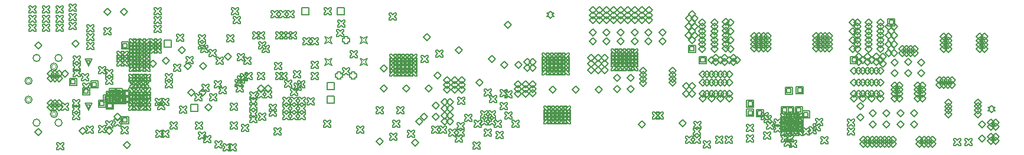
<source format=gbr>
%TF.GenerationSoftware,Altium Limited,Altium Designer,19.0.15 (446)*%
G04 Layer_Color=2752767*
%FSLAX45Y45*%
%MOMM*%
%TF.FileFunction,Drawing*%
%TF.Part,Single*%
G01*
G75*
%TA.AperFunction,NonConductor*%
%ADD117C,0.12700*%
%ADD230C,0.16933*%
%ADD231C,0.10160*%
D117*
X5473700Y1748134D02*
Y1849734D01*
X5575300D01*
Y1748134D01*
X5473700D01*
Y1943100D02*
Y2044700D01*
X5575300D01*
Y1943100D01*
X5473700D01*
X3139440Y2553029D02*
Y2654629D01*
X3241040D01*
Y2553029D01*
X3139440D01*
X3517900Y1630680D02*
Y1732280D01*
X3619500D01*
Y1630680D01*
X3517900D01*
X2895480Y2010640D02*
X2844680Y2112240D01*
X2946280D01*
X2895480Y2010640D01*
X2680480D02*
X2629680Y2112240D01*
X2731280D01*
X2680480Y2010640D01*
X2787980D02*
X2737180Y2112240D01*
X2838780D01*
X2787980Y2010640D01*
Y1869140D02*
X2737180Y1970740D01*
X2838780D01*
X2787980Y1869140D01*
Y1647140D02*
X2737180Y1748740D01*
X2838780D01*
X2787980Y1647140D01*
X2895480Y1758140D02*
X2844680Y1859740D01*
X2946280D01*
X2895480Y1758140D01*
X2680480D02*
X2629680Y1859740D01*
X2731280D01*
X2680480Y1758140D01*
X2787980D02*
X2737180Y1859740D01*
X2838780D01*
X2787980Y1758140D01*
X8679180Y2966720D02*
X8704580Y2992120D01*
X8729980D01*
X8704580Y3017520D01*
X8729980Y3042920D01*
X8704580D01*
X8679180Y3068320D01*
X8653780Y3042920D01*
X8628380D01*
X8653780Y3017520D01*
X8628380Y2992120D01*
X8653780D01*
X8679180Y2966720D01*
X15001241Y1617980D02*
X15026640Y1643380D01*
X15052040D01*
X15026640Y1668780D01*
X15052040Y1694180D01*
X15026640D01*
X15001241Y1719580D01*
X14975841Y1694180D01*
X14950439D01*
X14975841Y1668780D01*
X14950439Y1643380D01*
X14975841D01*
X15001241Y1617980D01*
X5442700Y2605440D02*
X5468100Y2656240D01*
X5442700Y2707040D01*
X5493500Y2681640D01*
X5544300Y2707040D01*
X5518900Y2656240D01*
X5544300Y2605440D01*
X5493500Y2630840D01*
X5442700Y2605440D01*
Y2287940D02*
X5468100Y2338740D01*
X5442700Y2389540D01*
X5493500Y2364140D01*
X5544300Y2389540D01*
X5518900Y2338740D01*
X5544300Y2287940D01*
X5493500Y2313340D01*
X5442700Y2287940D01*
X5950700D02*
X5976100Y2338740D01*
X5950700Y2389540D01*
X6001500Y2364140D01*
X6052300Y2389540D01*
X6026900Y2338740D01*
X6052300Y2287940D01*
X6001500Y2313340D01*
X5950700Y2287940D01*
Y2605440D02*
X5976100Y2656240D01*
X5950700Y2707040D01*
X6001500Y2681640D01*
X6052300Y2707040D01*
X6026900Y2656240D01*
X6052300Y2605440D01*
X6001500Y2630840D01*
X5950700Y2605440D01*
X5722100Y2630840D02*
Y2605440D01*
X5772900D01*
Y2630840D01*
X5798300D01*
Y2681640D01*
X5772900D01*
Y2707040D01*
X5722100D01*
Y2681640D01*
X5696700D01*
Y2630840D01*
X5722100D01*
X5823700Y2122840D02*
Y2097440D01*
X5874500D01*
Y2122840D01*
X5899900D01*
Y2173640D01*
X5874500D01*
Y2199040D01*
X5823700D01*
Y2173640D01*
X5798300D01*
Y2122840D01*
X5823700D01*
X5620500D02*
Y2097440D01*
X5671300D01*
Y2122840D01*
X5696700D01*
Y2173640D01*
X5671300D01*
Y2199040D01*
X5620500D01*
Y2173640D01*
X5595100D01*
Y2122840D01*
X5620500D01*
X5115560Y3017520D02*
Y3119120D01*
X5217160D01*
Y3017520D01*
X5115560D01*
X5618464D02*
Y3119120D01*
X5720064D01*
Y3017520D01*
X5618464D01*
X11976700Y1506700D02*
X12002100D01*
X12027500Y1532100D01*
X12052900Y1506700D01*
X12078300D01*
Y1532100D01*
X12052900Y1557500D01*
X12078300Y1582900D01*
Y1608300D01*
X12052900D01*
X12027500Y1582900D01*
X12002100Y1608300D01*
X11976700D01*
Y1582900D01*
X12002100Y1557500D01*
X11976700Y1532100D01*
Y1506700D01*
X12196700D02*
X12222100D01*
X12247500Y1532100D01*
X12272900Y1506700D01*
X12298300D01*
Y1532100D01*
X12272900Y1557500D01*
X12298300Y1582900D01*
Y1608300D01*
X12272900D01*
X12247500Y1582900D01*
X12222100Y1608300D01*
X12196700D01*
Y1582900D01*
X12222100Y1557500D01*
X12196700Y1532100D01*
Y1506700D01*
X11976700Y1286700D02*
X12002100D01*
X12027500Y1312100D01*
X12052900Y1286700D01*
X12078300D01*
Y1312100D01*
X12052900Y1337500D01*
X12078300Y1362900D01*
Y1388300D01*
X12052900D01*
X12027500Y1362900D01*
X12002100Y1388300D01*
X11976700D01*
Y1362900D01*
X12002100Y1337500D01*
X11976700Y1312100D01*
Y1286700D01*
X12196700D02*
X12222100D01*
X12247500Y1312100D01*
X12272900Y1286700D01*
X12298300D01*
Y1312100D01*
X12272900Y1337500D01*
X12298300Y1362900D01*
Y1388300D01*
X12272900D01*
X12247500Y1362900D01*
X12222100Y1388300D01*
X12196700D01*
Y1362900D01*
X12222100Y1337500D01*
X12196700Y1312100D01*
Y1286700D01*
X11976700Y1396700D02*
X12002100D01*
X12027500Y1422100D01*
X12052900Y1396700D01*
X12078300D01*
Y1422100D01*
X12052900Y1447500D01*
X12078300Y1472900D01*
Y1498300D01*
X12052900D01*
X12027500Y1472900D01*
X12002100Y1498300D01*
X11976700D01*
Y1472900D01*
X12002100Y1447500D01*
X11976700Y1422100D01*
Y1396700D01*
X12086700Y1506700D02*
X12112100D01*
X12137500Y1532100D01*
X12162900Y1506700D01*
X12188300D01*
Y1532100D01*
X12162900Y1557500D01*
X12188300Y1582900D01*
Y1608300D01*
X12162900D01*
X12137500Y1582900D01*
X12112100Y1608300D01*
X12086700D01*
Y1582900D01*
X12112100Y1557500D01*
X12086700Y1532100D01*
Y1506700D01*
Y1286700D02*
X12112100D01*
X12137500Y1312100D01*
X12162900Y1286700D01*
X12188300D01*
Y1312100D01*
X12162900Y1337500D01*
X12188300Y1362900D01*
Y1388300D01*
X12162900D01*
X12137500Y1362900D01*
X12112100Y1388300D01*
X12086700D01*
Y1362900D01*
X12112100Y1337500D01*
X12086700Y1312100D01*
Y1286700D01*
X12194200Y1396700D02*
X12219600D01*
X12245000Y1422100D01*
X12270400Y1396700D01*
X12295800D01*
Y1422100D01*
X12270400Y1447500D01*
X12295800Y1472900D01*
Y1498300D01*
X12270400D01*
X12245000Y1472900D01*
X12219600Y1498300D01*
X12194200D01*
Y1472900D01*
X12219600Y1447500D01*
X12194200Y1422100D01*
Y1396700D01*
X11701780Y1511300D02*
X11727180D01*
X11752580Y1536700D01*
X11777980Y1511300D01*
X11803380D01*
Y1536700D01*
X11777980Y1562100D01*
X11803380Y1587500D01*
Y1612900D01*
X11777980D01*
X11752580Y1587500D01*
X11727180Y1612900D01*
X11701780D01*
Y1587500D01*
X11727180Y1562100D01*
X11701780Y1536700D01*
Y1511300D01*
X11741218Y1468120D02*
X11766618D01*
X11792018Y1493520D01*
X11817418Y1468120D01*
X11842818D01*
Y1493520D01*
X11817418Y1518920D01*
X11842818Y1544320D01*
Y1569720D01*
X11817418D01*
X11792018Y1544320D01*
X11766618Y1569720D01*
X11741218D01*
Y1544320D01*
X11766618Y1518920D01*
X11741218Y1493520D01*
Y1468120D01*
X10142220Y1518920D02*
X10167620D01*
X10193020Y1544320D01*
X10218420Y1518920D01*
X10243820D01*
Y1544320D01*
X10218420Y1569720D01*
X10243820Y1595120D01*
Y1620520D01*
X10218420D01*
X10193020Y1595120D01*
X10167620Y1620520D01*
X10142220D01*
Y1595120D01*
X10167620Y1569720D01*
X10142220Y1544320D01*
Y1518920D01*
X10195560D02*
X10220960D01*
X10246360Y1544320D01*
X10271760Y1518920D01*
X10297160D01*
Y1544320D01*
X10271760Y1569720D01*
X10297160Y1595120D01*
Y1620520D01*
X10271760D01*
X10246360Y1595120D01*
X10220960Y1620520D01*
X10195560D01*
Y1595120D01*
X10220960Y1569720D01*
X10195560Y1544320D01*
Y1518920D01*
X4033200Y2628765D02*
X4058600D01*
X4084000Y2654165D01*
X4109400Y2628765D01*
X4134800D01*
Y2654165D01*
X4109400Y2679565D01*
X4134800Y2704965D01*
Y2730365D01*
X4109400D01*
X4084000Y2704965D01*
X4058600Y2730365D01*
X4033200D01*
Y2704965D01*
X4058600Y2679565D01*
X4033200Y2654165D01*
Y2628765D01*
X3634740Y2628900D02*
X3660140D01*
X3685540Y2654300D01*
X3710940Y2628900D01*
X3736340D01*
Y2654300D01*
X3710940Y2679700D01*
X3736340Y2705100D01*
Y2730500D01*
X3710940D01*
X3685540Y2705100D01*
X3660140Y2730500D01*
X3634740D01*
Y2705100D01*
X3660140Y2679700D01*
X3634740Y2654300D01*
Y2628900D01*
X4000500Y2418080D02*
X4051300Y2468880D01*
X4102100Y2418080D01*
X4051300Y2367280D01*
X4000500Y2418080D01*
X3451730Y2313370D02*
X3477130D01*
X3502530Y2338770D01*
X3527930Y2313370D01*
X3553330D01*
Y2338770D01*
X3527930Y2364170D01*
X3553330Y2389570D01*
Y2414970D01*
X3527930D01*
X3502530Y2389570D01*
X3477130Y2414970D01*
X3451730D01*
Y2389570D01*
X3477130Y2364170D01*
X3451730Y2338770D01*
Y2313370D01*
X3886200Y2310960D02*
X3911600D01*
X3937000Y2336360D01*
X3962400Y2310960D01*
X3987800D01*
Y2336360D01*
X3962400Y2361760D01*
X3987800Y2387160D01*
Y2412560D01*
X3962400D01*
X3937000Y2387160D01*
X3911600Y2412560D01*
X3886200D01*
Y2387160D01*
X3911600Y2361760D01*
X3886200Y2336360D01*
Y2310960D01*
X4998180Y2112864D02*
X5023580D01*
X5048980Y2138264D01*
X5074380Y2112864D01*
X5099780D01*
Y2138264D01*
X5074380Y2163664D01*
X5099780Y2189064D01*
Y2214464D01*
X5074380D01*
X5048980Y2189064D01*
X5023580Y2214464D01*
X4998180D01*
Y2189064D01*
X5023580Y2163664D01*
X4998180Y2138264D01*
Y2112864D01*
X4478180Y2085336D02*
X4503580D01*
X4528980Y2110736D01*
X4554380Y2085336D01*
X4579780D01*
Y2110736D01*
X4554380Y2136136D01*
X4579780Y2161536D01*
Y2186936D01*
X4554380D01*
X4528980Y2161536D01*
X4503580Y2186936D01*
X4478180D01*
Y2161536D01*
X4503580Y2136136D01*
X4478180Y2110736D01*
Y2085336D01*
X4726940Y2233457D02*
X4752340D01*
X4777740Y2258857D01*
X4803140Y2233457D01*
X4828540D01*
Y2258857D01*
X4803140Y2284257D01*
X4828540Y2309657D01*
Y2335057D01*
X4803140D01*
X4777740Y2309657D01*
X4752340Y2335057D01*
X4726940D01*
Y2309657D01*
X4752340Y2284257D01*
X4726940Y2258857D01*
Y2233457D01*
X2299200Y2134240D02*
X2324600D01*
X2350000Y2159640D01*
X2375400Y2134240D01*
X2400800D01*
Y2159640D01*
X2375400Y2185040D01*
X2400800Y2210440D01*
Y2235840D01*
X2375400D01*
X2350000Y2210440D01*
X2324600Y2235840D01*
X2299200D01*
Y2210440D01*
X2324600Y2185040D01*
X2299200Y2159640D01*
Y2134240D01*
X4234520Y2072640D02*
X4259920D01*
X4285320Y2098040D01*
X4310720Y2072640D01*
X4336120D01*
Y2098040D01*
X4310720Y2123440D01*
X4336120Y2148840D01*
Y2174240D01*
X4310720D01*
X4285320Y2148840D01*
X4259920Y2174240D01*
X4234520D01*
Y2148840D01*
X4259920Y2123440D01*
X4234520Y2098040D01*
Y2072640D01*
X4185920Y2037080D02*
X4211320D01*
X4236720Y2062480D01*
X4262120Y2037080D01*
X4287520D01*
Y2062480D01*
X4262120Y2087880D01*
X4287520Y2113280D01*
Y2138680D01*
X4262120D01*
X4236720Y2113280D01*
X4211320Y2138680D01*
X4185920D01*
Y2113280D01*
X4211320Y2087880D01*
X4185920Y2062480D01*
Y2037080D01*
X2299200Y2016660D02*
X2324600D01*
X2350000Y2042060D01*
X2375400Y2016660D01*
X2400800D01*
Y2042060D01*
X2375400Y2067460D01*
X2400800Y2092860D01*
Y2118260D01*
X2375400D01*
X2350000Y2092860D01*
X2324600Y2118260D01*
X2299200D01*
Y2092860D01*
X2324600Y2067460D01*
X2299200Y2042060D01*
Y2016660D01*
X1956840Y2075660D02*
X1982240D01*
X2007640Y2101060D01*
X2033040Y2075660D01*
X2058440D01*
Y2101060D01*
X2033040Y2126460D01*
X2058440Y2151860D01*
Y2177260D01*
X2033040D01*
X2007640Y2151860D01*
X1982240Y2177260D01*
X1956840D01*
Y2151860D01*
X1982240Y2126460D01*
X1956840Y2101060D01*
Y2075660D01*
X1784356Y2007439D02*
Y2109039D01*
X1885956D01*
Y2007439D01*
X1784356D01*
X1804676Y2027759D02*
Y2088719D01*
X1865636D01*
Y2027759D01*
X1804676D01*
X1669280Y1647277D02*
X1694680D01*
X1720080Y1672677D01*
X1745480Y1647277D01*
X1770880D01*
Y1672677D01*
X1745480Y1698077D01*
X1770880Y1723477D01*
Y1748877D01*
X1745480D01*
X1720080Y1723477D01*
X1694680Y1748877D01*
X1669280D01*
Y1723477D01*
X1694680Y1698077D01*
X1669280Y1672677D01*
Y1647277D01*
Y2170077D02*
X1720080Y2220877D01*
X1770880Y2170077D01*
X1720080Y2119277D01*
X1669280Y2170077D01*
X5631180Y2844800D02*
X5656580D01*
X5681980Y2870200D01*
X5707380Y2844800D01*
X5732780D01*
Y2870200D01*
X5707380Y2895600D01*
X5732780Y2921000D01*
Y2946400D01*
X5707380D01*
X5681980Y2921000D01*
X5656580Y2946400D01*
X5631180D01*
Y2921000D01*
X5656580Y2895600D01*
X5631180Y2870200D01*
Y2844800D01*
X4371700Y1808480D02*
X4397100D01*
X4422500Y1833880D01*
X4447900Y1808480D01*
X4473300D01*
Y1833880D01*
X4447900Y1859280D01*
X4473300Y1884680D01*
Y1910080D01*
X4447900D01*
X4422500Y1884680D01*
X4397100Y1910080D01*
X4371700D01*
Y1884680D01*
X4397100Y1859280D01*
X4371700Y1833880D01*
Y1808480D01*
X5190160Y1723380D02*
X5215560D01*
X5240960Y1748780D01*
X5266360Y1723380D01*
X5291760D01*
Y1748780D01*
X5266360Y1774180D01*
X5291760Y1799580D01*
Y1824980D01*
X5266360D01*
X5240960Y1799580D01*
X5215560Y1824980D01*
X5190160D01*
Y1799580D01*
X5215560Y1774180D01*
X5190160Y1748780D01*
Y1723380D01*
X7037525Y2409411D02*
X7062925D01*
X7088325Y2434811D01*
X7113725Y2409411D01*
X7139125D01*
Y2434811D01*
X7113725Y2460211D01*
X7139125Y2485611D01*
Y2511011D01*
X7113725D01*
X7088325Y2485611D01*
X7062925Y2511011D01*
X7037525D01*
Y2485611D01*
X7062925Y2460211D01*
X7037525Y2434811D01*
Y2409411D01*
X6819461Y2331980D02*
X6844861D01*
X6870261Y2357380D01*
X6895661Y2331980D01*
X6921061D01*
Y2357380D01*
X6895661Y2382780D01*
X6921061Y2408180D01*
Y2433580D01*
X6895661D01*
X6870261Y2408180D01*
X6844861Y2433580D01*
X6819461D01*
Y2408180D01*
X6844861Y2382780D01*
X6819461Y2357380D01*
Y2331980D01*
X6377520Y1220544D02*
X6402920D01*
X6428320Y1245944D01*
X6453720Y1220544D01*
X6479120D01*
Y1245944D01*
X6453720Y1271344D01*
X6479120Y1296744D01*
Y1322144D01*
X6453720D01*
X6428320Y1296744D01*
X6402920Y1322144D01*
X6377520D01*
Y1296744D01*
X6402920Y1271344D01*
X6377520Y1245944D01*
Y1220544D01*
X6690420Y1178560D02*
X6741220Y1229360D01*
X6792020Y1178560D01*
X6741220Y1127760D01*
X6690420Y1178560D01*
X7313920Y1189116D02*
X7339320D01*
X7364720Y1214516D01*
X7390120Y1189116D01*
X7415520D01*
Y1214516D01*
X7390120Y1239916D01*
X7415520Y1265316D01*
Y1290716D01*
X7390120D01*
X7364720Y1265316D01*
X7339320Y1290716D01*
X7313920D01*
Y1265316D01*
X7339320Y1239916D01*
X7313920Y1214516D01*
Y1189116D01*
X6177280Y1599200D02*
X6202680D01*
X6228080Y1624600D01*
X6253480Y1599200D01*
X6278880D01*
Y1624600D01*
X6253480Y1650000D01*
X6278880Y1675400D01*
Y1700800D01*
X6253480D01*
X6228080Y1675400D01*
X6202680Y1700800D01*
X6177280D01*
Y1675400D01*
X6202680Y1650000D01*
X6177280Y1624600D01*
Y1599200D01*
X7900660Y1241820D02*
X7926060D01*
X7951460Y1267220D01*
X7976860Y1241820D01*
X8002260D01*
Y1267220D01*
X7976860Y1292620D01*
X8002260Y1318020D01*
Y1343420D01*
X7976860D01*
X7951460Y1318020D01*
X7926060Y1343420D01*
X7900660D01*
Y1318020D01*
X7926060Y1292620D01*
X7900660Y1267220D01*
Y1241820D01*
X3108300Y1714500D02*
X3133700D01*
X3159100Y1739900D01*
X3184500Y1714500D01*
X3209900D01*
Y1739900D01*
X3184500Y1765300D01*
X3209900Y1790700D01*
Y1816100D01*
X3184500D01*
X3159100Y1790700D01*
X3133700Y1816100D01*
X3108300D01*
Y1790700D01*
X3133700Y1765300D01*
X3108300Y1739900D01*
Y1714500D01*
X3863340Y1973580D02*
X3888740D01*
X3914140Y1998980D01*
X3939540Y1973580D01*
X3964940D01*
Y1998980D01*
X3939540Y2024380D01*
X3964940Y2049780D01*
Y2075180D01*
X3939540D01*
X3914140Y2049780D01*
X3888740Y2075180D01*
X3863340D01*
Y2049780D01*
X3888740Y2024380D01*
X3863340Y1998980D01*
Y1973580D01*
X3929380Y1884680D02*
X3954780D01*
X3980180Y1910080D01*
X4005580Y1884680D01*
X4030980D01*
Y1910080D01*
X4005580Y1935480D01*
X4030980Y1960880D01*
Y1986280D01*
X4005580D01*
X3980180Y1960880D01*
X3954780Y1986280D01*
X3929380D01*
Y1960880D01*
X3954780Y1935480D01*
X3929380Y1910080D01*
Y1884680D01*
X4478180Y2673436D02*
X4503580D01*
X4528980Y2698836D01*
X4554380Y2673436D01*
X4579780D01*
Y2698836D01*
X4554380Y2724236D01*
X4579780Y2749636D01*
Y2775036D01*
X4554380D01*
X4528980Y2749636D01*
X4503580Y2775036D01*
X4478180D01*
Y2749636D01*
X4503580Y2724236D01*
X4478180Y2698836D01*
Y2673436D01*
X4284980Y2305400D02*
X4310380D01*
X4335780Y2330800D01*
X4361180Y2305400D01*
X4386580D01*
Y2330800D01*
X4361180Y2356200D01*
X4386580Y2381600D01*
Y2407000D01*
X4361180D01*
X4335780Y2381600D01*
X4310380Y2407000D01*
X4284980D01*
Y2381600D01*
X4310380Y2356200D01*
X4284980Y2330800D01*
Y2305400D01*
X10522200Y1463040D02*
X10573000Y1513840D01*
X10623800Y1463040D01*
X10573000Y1412240D01*
X10522200Y1463040D01*
X5246720Y2084757D02*
X5272120D01*
X5297520Y2110157D01*
X5322920Y2084757D01*
X5348320D01*
Y2110157D01*
X5322920Y2135557D01*
X5348320Y2160957D01*
Y2186357D01*
X5322920D01*
X5297520Y2160957D01*
X5272120Y2186357D01*
X5246720D01*
Y2160957D01*
X5272120Y2135557D01*
X5246720Y2110157D01*
Y2084757D01*
X8017223Y2875680D02*
X8068023Y2926480D01*
X8118823Y2875680D01*
X8068023Y2824880D01*
X8017223Y2875680D01*
X6856280Y2701859D02*
X6907080Y2752659D01*
X6957880Y2701859D01*
X6907080Y2651059D01*
X6856280Y2701859D01*
X1839245Y2218525D02*
X1864645D01*
X1890045Y2243925D01*
X1915445Y2218525D01*
X1940845D01*
Y2243925D01*
X1915445Y2269325D01*
X1940845Y2294725D01*
Y2320125D01*
X1915445D01*
X1890045Y2294725D01*
X1864645Y2320125D01*
X1839245D01*
Y2294725D01*
X1864645Y2269325D01*
X1839245Y2243925D01*
Y2218525D01*
X6362200Y2946400D02*
X6387600D01*
X6413000Y2971800D01*
X6438400Y2946400D01*
X6463800D01*
Y2971800D01*
X6438400Y2997200D01*
X6463800Y3022600D01*
Y3048000D01*
X6438400D01*
X6413000Y3022600D01*
X6387600Y3048000D01*
X6362200D01*
Y3022600D01*
X6387600Y2997200D01*
X6362200Y2971800D01*
Y2946400D01*
X7614200Y2045260D02*
X7665000Y2096060D01*
X7715800Y2045260D01*
X7665000Y1994460D01*
X7614200Y2045260D01*
X8021320Y1824240D02*
X8046720D01*
X8072120Y1849640D01*
X8097520Y1824240D01*
X8122920D01*
Y1849640D01*
X8097520Y1875040D01*
X8122920Y1900440D01*
Y1925840D01*
X8097520D01*
X8072120Y1900440D01*
X8046720Y1925840D01*
X8021320D01*
Y1900440D01*
X8046720Y1875040D01*
X8021320Y1849640D01*
Y1824240D01*
X7956700Y1839200D02*
X7982100D01*
X8007500Y1864600D01*
X8032900Y1839200D01*
X8058300D01*
Y1864600D01*
X8032900Y1890000D01*
X8058300Y1915400D01*
Y1940800D01*
X8032900D01*
X8007500Y1915400D01*
X7982100Y1940800D01*
X7956700D01*
Y1915400D01*
X7982100Y1890000D01*
X7956700Y1864600D01*
Y1839200D01*
X6474460Y1598980D02*
X6499860D01*
X6525260Y1624380D01*
X6550660Y1598980D01*
X6576060D01*
Y1624380D01*
X6550660Y1649780D01*
X6576060Y1675180D01*
Y1700580D01*
X6550660D01*
X6525260Y1675180D01*
X6499860Y1700580D01*
X6474460D01*
Y1675180D01*
X6499860Y1649780D01*
X6474460Y1624380D01*
Y1598980D01*
X7316700Y2512060D02*
X7367500Y2562860D01*
X7418300Y2512060D01*
X7367500Y2461260D01*
X7316700Y2512060D01*
X7012940Y2151380D02*
X7063740Y2202180D01*
X7114540Y2151380D01*
X7063740Y2100580D01*
X7012940Y2151380D01*
X13515199Y2862064D02*
Y2963664D01*
X13616800D01*
Y2862064D01*
X13515199D01*
X13535519Y2882384D02*
Y2943344D01*
X13596480D01*
Y2882384D01*
X13535519D01*
X9232900Y2766060D02*
X9283700Y2816860D01*
X9334500Y2766060D01*
X9283700Y2715260D01*
X9232900Y2766060D01*
X9431020D02*
X9481820Y2816860D01*
X9532620Y2766060D01*
X9481820Y2715260D01*
X9431020Y2766060D01*
X9631680D02*
X9682480Y2816860D01*
X9733280Y2766060D01*
X9682480Y2715260D01*
X9631680Y2766060D01*
X9834880D02*
X9885680Y2816860D01*
X9936480Y2766060D01*
X9885680Y2715260D01*
X9834880Y2766060D01*
X10035540D02*
X10086340Y2816860D01*
X10137140Y2766060D01*
X10086340Y2715260D01*
X10035540Y2766060D01*
X10233660D02*
X10284460Y2816860D01*
X10335260Y2766060D01*
X10284460Y2715260D01*
X10233660Y2766060D01*
X9938493Y2940000D02*
X9989293Y2990800D01*
X10040093Y2940000D01*
X9989293Y2889200D01*
X9938493Y2940000D01*
X10039458D02*
X10090258Y2990800D01*
X10141058Y2940000D01*
X10090258Y2889200D01*
X10039458Y2940000D01*
X9736563D02*
X9787363Y2990800D01*
X9838163Y2940000D01*
X9787363Y2889200D01*
X9736563Y2940000D01*
X9837528D02*
X9888328Y2990800D01*
X9939128Y2940000D01*
X9888328Y2889200D01*
X9837528Y2940000D01*
X9534633D02*
X9585433Y2990800D01*
X9636233Y2940000D01*
X9585433Y2889200D01*
X9534633Y2940000D01*
X9635598D02*
X9686398Y2990800D01*
X9737198Y2940000D01*
X9686398Y2889200D01*
X9635598Y2940000D01*
X9332703D02*
X9383503Y2990800D01*
X9434303Y2940000D01*
X9383503Y2889200D01*
X9332703Y2940000D01*
X9433668D02*
X9484468Y2990800D01*
X9535268Y2940000D01*
X9484468Y2889200D01*
X9433668Y2940000D01*
X9231738D02*
X9282538Y2990800D01*
X9333338Y2940000D01*
X9282538Y2889200D01*
X9231738Y2940000D01*
X8676820Y2366342D02*
X8702220D01*
X8727620Y2391742D01*
X8753020Y2366342D01*
X8778420D01*
Y2391742D01*
X8753020Y2417142D01*
X8778420Y2442542D01*
Y2467942D01*
X8753020D01*
X8727620Y2442542D01*
X8702220Y2467942D01*
X8676820D01*
Y2442542D01*
X8702220Y2417142D01*
X8676820Y2391742D01*
Y2366342D01*
X8735060Y2366017D02*
X8760460D01*
X8785860Y2391417D01*
X8811260Y2366017D01*
X8836660D01*
Y2391417D01*
X8811260Y2416817D01*
X8836660Y2442217D01*
Y2467617D01*
X8811260D01*
X8785860Y2442217D01*
X8760460Y2467617D01*
X8735060D01*
Y2442217D01*
X8760460Y2416817D01*
X8735060Y2391417D01*
Y2366017D01*
X8562520Y2366342D02*
X8587920D01*
X8613320Y2391742D01*
X8638720Y2366342D01*
X8664120D01*
Y2391742D01*
X8638720Y2417142D01*
X8664120Y2442542D01*
Y2467942D01*
X8638720D01*
X8613320Y2442542D01*
X8587920Y2467942D01*
X8562520D01*
Y2442542D01*
X8587920Y2417142D01*
X8562520Y2391742D01*
Y2366342D01*
X8620760Y2366017D02*
X8646160D01*
X8671560Y2391417D01*
X8696960Y2366017D01*
X8722360D01*
Y2391417D01*
X8696960Y2416817D01*
X8722360Y2442217D01*
Y2467617D01*
X8696960D01*
X8671560Y2442217D01*
X8646160Y2467617D01*
X8620760D01*
Y2442217D01*
X8646160Y2416817D01*
X8620760Y2391417D01*
Y2366017D01*
X14784821Y2526680D02*
X14835620Y2577480D01*
X14886420Y2526680D01*
X14835620Y2475880D01*
X14784821Y2526680D01*
Y2586680D02*
X14835620Y2637480D01*
X14886420Y2586680D01*
X14835620Y2535880D01*
X14784821Y2586680D01*
X14849820Y2646680D02*
X14900620Y2697480D01*
X14951421Y2646680D01*
X14900620Y2595880D01*
X14849820Y2646680D01*
Y2586680D02*
X14900620Y2637480D01*
X14951421Y2586680D01*
X14900620Y2535880D01*
X14849820Y2586680D01*
X14784821Y2646680D02*
X14835620Y2697480D01*
X14886420Y2646680D01*
X14835620Y2595880D01*
X14784821Y2646680D01*
X14849820Y2526680D02*
X14900620Y2577480D01*
X14951421Y2526680D01*
X14900620Y2475880D01*
X14849820Y2526680D01*
X14784821Y2706680D02*
X14835620Y2757480D01*
X14886420Y2706680D01*
X14835620Y2655880D01*
X14784821Y2706680D01*
X14849820D02*
X14900620Y2757480D01*
X14951421Y2706680D01*
X14900620Y2655880D01*
X14849820Y2706680D01*
X14332179Y2705100D02*
X14382980Y2755900D01*
X14433780Y2705100D01*
X14382980Y2654300D01*
X14332179Y2705100D01*
X14267180D02*
X14317979Y2755900D01*
X14368781Y2705100D01*
X14317979Y2654300D01*
X14267180Y2705100D01*
X14332179Y2525100D02*
X14382980Y2575900D01*
X14433780Y2525100D01*
X14382980Y2474300D01*
X14332179Y2525100D01*
X14267180Y2645100D02*
X14317979Y2695900D01*
X14368781Y2645100D01*
X14317979Y2594300D01*
X14267180Y2645100D01*
X14266220Y2012688D02*
X14317020Y2063488D01*
X14367821Y2012688D01*
X14317020Y1961888D01*
X14266220Y2012688D01*
X14326221D02*
X14377020Y2063488D01*
X14427820Y2012688D01*
X14377020Y1961888D01*
X14326221Y2012688D01*
X14266220Y2077688D02*
X14317020Y2128488D01*
X14367821Y2077688D01*
X14317020Y2026888D01*
X14266220Y2077688D01*
X14206219D02*
X14257021Y2128488D01*
X14307820Y2077688D01*
X14257021Y2026888D01*
X14206219Y2077688D01*
X14332179Y2585100D02*
X14382980Y2635900D01*
X14433780Y2585100D01*
X14382980Y2534300D01*
X14332179Y2585100D01*
Y2645100D02*
X14382980Y2695900D01*
X14433780Y2645100D01*
X14382980Y2594300D01*
X14332179Y2645100D01*
X14267180Y2585100D02*
X14317979Y2635900D01*
X14368781Y2585100D01*
X14317979Y2534300D01*
X14267180Y2585100D01*
Y2525100D02*
X14317979Y2575900D01*
X14368781Y2525100D01*
X14317979Y2474300D01*
X14267180Y2525100D01*
X14206219Y2012688D02*
X14257021Y2063488D01*
X14307820Y2012688D01*
X14257021Y1961888D01*
X14206219Y2012688D01*
X14326221Y2077688D02*
X14377020Y2128488D01*
X14427820Y2077688D01*
X14377020Y2026888D01*
X14326221Y2077688D01*
X14386220Y2012688D02*
X14437019Y2063488D01*
X14487820Y2012688D01*
X14437019Y1961888D01*
X14386220Y2012688D01*
Y2077688D02*
X14437019Y2128488D01*
X14487820Y2077688D01*
X14437019Y2026888D01*
X14386220Y2077688D01*
X13734200Y2467500D02*
X13785001Y2518300D01*
X13835800Y2467500D01*
X13785001Y2416700D01*
X13734200Y2467500D01*
Y2532500D02*
X13785001Y2583300D01*
X13835800Y2532500D01*
X13785001Y2481700D01*
X13734200Y2532500D01*
X13674200D02*
X13725000Y2583300D01*
X13775800Y2532500D01*
X13725000Y2481700D01*
X13674200Y2532500D01*
X13794200Y2467500D02*
X13845000Y2518300D01*
X13895799Y2467500D01*
X13845000Y2416700D01*
X13794200Y2467500D01*
X13674200D02*
X13725000Y2518300D01*
X13775800Y2467500D01*
X13725000Y2416700D01*
X13674200Y2467500D01*
X13854201D02*
X13905000Y2518300D01*
X13955800Y2467500D01*
X13905000Y2416700D01*
X13854201Y2467500D01*
X13794200Y2532500D02*
X13845000Y2583300D01*
X13895799Y2532500D01*
X13845000Y2481700D01*
X13794200Y2532500D01*
X13854201D02*
X13905000Y2583300D01*
X13955800Y2532500D01*
X13905000Y2481700D01*
X13854201Y2532500D01*
X5434560Y3017937D02*
X5459960D01*
X5485360Y3043337D01*
X5510760Y3017937D01*
X5536160D01*
Y3043337D01*
X5510760Y3068737D01*
X5536160Y3094137D01*
Y3119537D01*
X5510760D01*
X5485360Y3094137D01*
X5459960Y3119537D01*
X5434560D01*
Y3094137D01*
X5459960Y3068737D01*
X5434560Y3043337D01*
Y3017937D01*
X1815060Y2603829D02*
X1865860Y2654629D01*
X1916660Y2603829D01*
X1865860Y2553029D01*
X1815060Y2603829D01*
X1838960Y2323280D02*
X1864360D01*
X1889760Y2348680D01*
X1915160Y2323280D01*
X1940560D01*
Y2348680D01*
X1915160Y2374080D01*
X1940560Y2399480D01*
Y2424880D01*
X1915160D01*
X1889760Y2399480D01*
X1864360Y2424880D01*
X1838960D01*
Y2399480D01*
X1864360Y2374080D01*
X1838960Y2348680D01*
Y2323280D01*
Y2130240D02*
X1864360D01*
X1889760Y2155640D01*
X1915160Y2130240D01*
X1940560D01*
Y2155640D01*
X1915160Y2181040D01*
X1940560Y2206440D01*
Y2231840D01*
X1915160D01*
X1889760Y2206440D01*
X1864360Y2231840D01*
X1838960D01*
Y2206440D01*
X1864360Y2181040D01*
X1838960Y2155640D01*
Y2130240D01*
X1284100Y2583804D02*
X1334900Y2634604D01*
X1385700Y2583804D01*
X1334900Y2533004D01*
X1284100Y2583804D01*
X7731760Y1274654D02*
X7757160D01*
X7782560Y1300054D01*
X7807960Y1274654D01*
X7833360D01*
Y1300054D01*
X7807960Y1325454D01*
X7833360Y1350854D01*
Y1376254D01*
X7807960D01*
X7782560Y1350854D01*
X7757160Y1376254D01*
X7731760D01*
Y1350854D01*
X7757160Y1325454D01*
X7731760Y1300054D01*
Y1274654D01*
X7571960Y1091488D02*
X7597360D01*
X7622760Y1116888D01*
X7648160Y1091488D01*
X7673560D01*
Y1116888D01*
X7648160Y1142288D01*
X7673560Y1167688D01*
Y1193088D01*
X7648160D01*
X7622760Y1167688D01*
X7597360Y1193088D01*
X7571960D01*
Y1167688D01*
X7597360Y1142288D01*
X7571960Y1116888D01*
Y1091488D01*
X7955280Y1653540D02*
X7980680D01*
X8006080Y1678940D01*
X8031480Y1653540D01*
X8056880D01*
Y1678940D01*
X8031480Y1704340D01*
X8056880Y1729740D01*
Y1755140D01*
X8031480D01*
X8006080Y1729740D01*
X7980680Y1755140D01*
X7955280D01*
Y1729740D01*
X7980680Y1704340D01*
X7955280Y1678940D01*
Y1653540D01*
X1968500Y1871980D02*
Y1973580D01*
X2070100D01*
Y1871980D01*
X1968500D01*
X1988820Y1892300D02*
Y1953260D01*
X2049780D01*
Y1892300D01*
X1988820D01*
X11729483Y1233537D02*
X11754883D01*
X11780283Y1258937D01*
X11805683Y1233537D01*
X11831083D01*
Y1258937D01*
X11805683Y1284337D01*
X11831083Y1309737D01*
Y1335137D01*
X11805683D01*
X11780283Y1309737D01*
X11754883Y1335137D01*
X11729483D01*
Y1309737D01*
X11754883Y1284337D01*
X11729483Y1258937D01*
Y1233537D01*
X4868180Y2675336D02*
X4893580D01*
X4918980Y2700736D01*
X4944380Y2675336D01*
X4969780D01*
Y2700736D01*
X4944380Y2726136D01*
X4969780Y2751536D01*
Y2776936D01*
X4944380D01*
X4918980Y2751536D01*
X4893580Y2776936D01*
X4868180D01*
Y2751536D01*
X4893580Y2726136D01*
X4868180Y2700736D01*
Y2675336D01*
X4803180D02*
X4828580D01*
X4853980Y2700736D01*
X4879380Y2675336D01*
X4904780D01*
Y2700736D01*
X4879380Y2726136D01*
X4904780Y2751536D01*
Y2776936D01*
X4879380D01*
X4853980Y2751536D01*
X4828580Y2776936D01*
X4803180D01*
Y2751536D01*
X4828580Y2726136D01*
X4803180Y2700736D01*
Y2675336D01*
X2791460Y1756700D02*
X2816860D01*
X2842260Y1782100D01*
X2867660Y1756700D01*
X2893060D01*
Y1782100D01*
X2867660Y1807500D01*
X2893060Y1832900D01*
Y1858300D01*
X2867660D01*
X2842260Y1832900D01*
X2816860Y1858300D01*
X2791460D01*
Y1832900D01*
X2816860Y1807500D01*
X2791460Y1782100D01*
Y1756700D01*
X2760980Y1966580D02*
X2786380D01*
X2811780Y1991980D01*
X2837180Y1966580D01*
X2862580D01*
Y1991980D01*
X2837180Y2017380D01*
X2862580Y2042780D01*
Y2068180D01*
X2837180D01*
X2811780Y2042780D01*
X2786380Y2068180D01*
X2760980D01*
Y2042780D01*
X2786380Y2017380D01*
X2760980Y1991980D01*
Y1966580D01*
X2791460Y1647480D02*
X2816860D01*
X2842260Y1672880D01*
X2867660Y1647480D01*
X2893060D01*
Y1672880D01*
X2867660Y1698280D01*
X2893060Y1723680D01*
Y1749080D01*
X2867660D01*
X2842260Y1723680D01*
X2816860Y1749080D01*
X2791460D01*
Y1723680D01*
X2816860Y1698280D01*
X2791460Y1672880D01*
Y1647480D01*
X2710765Y1965960D02*
X2736165D01*
X2761565Y1991360D01*
X2786965Y1965960D01*
X2812365D01*
Y1991360D01*
X2786965Y2016760D01*
X2812365Y2042160D01*
Y2067560D01*
X2786965D01*
X2761565Y2042160D01*
X2736165Y2067560D01*
X2710765D01*
Y2042160D01*
X2736165Y2016760D01*
X2710765Y1991360D01*
Y1965960D01*
X2791460Y1702090D02*
X2816860D01*
X2842260Y1727490D01*
X2867660Y1702090D01*
X2893060D01*
Y1727490D01*
X2867660Y1752890D01*
X2893060Y1778290D01*
Y1803690D01*
X2867660D01*
X2842260Y1778290D01*
X2816860Y1803690D01*
X2791460D01*
Y1778290D01*
X2816860Y1752890D01*
X2791460Y1727490D01*
Y1702090D01*
X2682240Y1648460D02*
X2707640D01*
X2733040Y1673860D01*
X2758440Y1648460D01*
X2783840D01*
Y1673860D01*
X2758440Y1699260D01*
X2783840Y1724660D01*
Y1750060D01*
X2758440D01*
X2733040Y1724660D01*
X2707640Y1750060D01*
X2682240D01*
Y1724660D01*
X2707640Y1699260D01*
X2682240Y1673860D01*
Y1648460D01*
X2844680Y1812750D02*
X2870080D01*
X2895480Y1838150D01*
X2920880Y1812750D01*
X2946280D01*
Y1838150D01*
X2920880Y1863550D01*
X2946280Y1888950D01*
Y1914350D01*
X2920880D01*
X2895480Y1888950D01*
X2870080Y1914350D01*
X2844680D01*
Y1888950D01*
X2870080Y1863550D01*
X2844680Y1838150D01*
Y1812750D01*
X2629680Y2059940D02*
X2655080D01*
X2680480Y2085340D01*
X2705880Y2059940D01*
X2731280D01*
Y2085340D01*
X2705880Y2110740D01*
X2731280Y2136140D01*
Y2161540D01*
X2705880D01*
X2680480Y2136140D01*
X2655080Y2161540D01*
X2629680D01*
Y2136140D01*
X2655080Y2110740D01*
X2629680Y2085340D01*
Y2059940D01*
X2682240Y1757680D02*
X2707640D01*
X2733040Y1783080D01*
X2758440Y1757680D01*
X2783840D01*
Y1783080D01*
X2758440Y1808480D01*
X2783840Y1833880D01*
Y1859280D01*
X2758440D01*
X2733040Y1833880D01*
X2707640Y1859280D01*
X2682240D01*
Y1833880D01*
X2707640Y1808480D01*
X2682240Y1783080D01*
Y1757680D01*
X2844680Y1648920D02*
X2870080D01*
X2895480Y1674320D01*
X2920880Y1648920D01*
X2946280D01*
Y1674320D01*
X2920880Y1699720D01*
X2946280Y1725120D01*
Y1750520D01*
X2920880D01*
X2895480Y1725120D01*
X2870080Y1750520D01*
X2844680D01*
Y1725120D01*
X2870080Y1699720D01*
X2844680Y1674320D01*
Y1648920D01*
X3044919Y1653099D02*
X3070319D01*
X3095719Y1678499D01*
X3121119Y1653099D01*
X3146519D01*
Y1678499D01*
X3121119Y1703899D01*
X3146519Y1729299D01*
Y1754699D01*
X3121119D01*
X3095719Y1729299D01*
X3070319Y1754699D01*
X3044919D01*
Y1729299D01*
X3070319Y1703899D01*
X3044919Y1678499D01*
Y1653099D01*
X2842260Y2059940D02*
X2867660D01*
X2893060Y2085340D01*
X2918460Y2059940D01*
X2943860D01*
Y2085340D01*
X2918460Y2110740D01*
X2943860Y2136140D01*
Y2161540D01*
X2918460D01*
X2893060Y2136140D01*
X2867660Y2161540D01*
X2842260D01*
Y2136140D01*
X2867660Y2110740D01*
X2842260Y2085340D01*
Y2059940D01*
X2629680Y1812750D02*
X2655080D01*
X2680480Y1838150D01*
X2705880Y1812750D01*
X2731280D01*
Y1838150D01*
X2705880Y1863550D01*
X2731280Y1888950D01*
Y1914350D01*
X2705880D01*
X2680480Y1888950D01*
X2655080Y1914350D01*
X2629680D01*
Y1888950D01*
X2655080Y1863550D01*
X2629680Y1838150D01*
Y1812750D01*
X2547180Y1754640D02*
Y1856240D01*
X2648780D01*
Y1754640D01*
X2547180D01*
X2567500Y1774960D02*
Y1835920D01*
X2628460D01*
Y1774960D01*
X2567500D01*
X2682825Y2010960D02*
X2708225D01*
X2733625Y2036360D01*
X2759025Y2010960D01*
X2784425D01*
Y2036360D01*
X2759025Y2061760D01*
X2784425Y2087160D01*
Y2112560D01*
X2759025D01*
X2733625Y2087160D01*
X2708225Y2112560D01*
X2682825D01*
Y2087160D01*
X2708225Y2061760D01*
X2682825Y2036360D01*
Y2010960D01*
X2737180Y1812750D02*
X2762580D01*
X2787980Y1838150D01*
X2813380Y1812750D01*
X2838780D01*
Y1838150D01*
X2813380Y1863550D01*
X2838780Y1888950D01*
Y1914350D01*
X2813380D01*
X2787980Y1888950D01*
X2762580Y1914350D01*
X2737180D01*
Y1888950D01*
X2762580Y1863550D01*
X2737180Y1838150D01*
Y1812750D01*
X2789115Y2059940D02*
X2814515D01*
X2839915Y2085340D01*
X2865315Y2059940D01*
X2890715D01*
Y2085340D01*
X2865315Y2110740D01*
X2890715Y2136140D01*
Y2161540D01*
X2865315D01*
X2839915Y2136140D01*
X2814515Y2161540D01*
X2789115D01*
Y2136140D01*
X2814515Y2110740D01*
X2789115Y2085340D01*
Y2059940D01*
X2629680Y1648920D02*
X2655080D01*
X2680480Y1674320D01*
X2705880Y1648920D01*
X2731280D01*
Y1674320D01*
X2705880Y1699720D01*
X2731280Y1725120D01*
Y1750520D01*
X2705880D01*
X2680480Y1725120D01*
X2655080Y1750520D01*
X2629680D01*
Y1725120D01*
X2655080Y1699720D01*
X2629680Y1674320D01*
Y1648920D01*
X2682240Y1812290D02*
X2707640D01*
X2733040Y1837690D01*
X2758440Y1812290D01*
X2783840D01*
Y1837690D01*
X2758440Y1863090D01*
X2783840Y1888490D01*
Y1913890D01*
X2758440D01*
X2733040Y1888490D01*
X2707640Y1913890D01*
X2682240D01*
Y1888490D01*
X2707640Y1863090D01*
X2682240Y1837690D01*
Y1812290D01*
X3014561Y1714500D02*
X3039961D01*
X3065361Y1739900D01*
X3090761Y1714500D01*
X3116161D01*
Y1739900D01*
X3090761Y1765300D01*
X3116161Y1790700D01*
Y1816100D01*
X3090761D01*
X3065361Y1790700D01*
X3039961Y1816100D01*
X3014561D01*
Y1790700D01*
X3039961Y1765300D01*
X3014561Y1739900D01*
Y1714500D01*
X2547180Y1834640D02*
Y1936240D01*
X2648780D01*
Y1834640D01*
X2547180D01*
X2567500Y1854960D02*
Y1915920D01*
X2628460D01*
Y1854960D01*
X2567500D01*
X2652540Y1965960D02*
X2677940D01*
X2703340Y1991360D01*
X2728740Y1965960D01*
X2754140D01*
Y1991360D01*
X2728740Y2016760D01*
X2754140Y2042160D01*
Y2067560D01*
X2728740D01*
X2703340Y2042160D01*
X2677940Y2067560D01*
X2652540D01*
Y2042160D01*
X2677940Y2016760D01*
X2652540Y1991360D01*
Y1965960D01*
X2735970Y2059940D02*
X2761370D01*
X2786770Y2085340D01*
X2812170Y2059940D01*
X2837570D01*
Y2085340D01*
X2812170Y2110740D01*
X2837570Y2136140D01*
Y2161540D01*
X2812170D01*
X2786770Y2136140D01*
X2761370Y2161540D01*
X2735970D01*
Y2136140D01*
X2761370Y2110740D01*
X2735970Y2085340D01*
Y2059940D01*
X2682240Y1703070D02*
X2707640D01*
X2733040Y1728470D01*
X2758440Y1703070D01*
X2783840D01*
Y1728470D01*
X2758440Y1753870D01*
X2783840Y1779270D01*
Y1804670D01*
X2758440D01*
X2733040Y1779270D01*
X2707640Y1804670D01*
X2682240D01*
Y1779270D01*
X2707640Y1753870D01*
X2682240Y1728470D01*
Y1703070D01*
X2737180Y1703530D02*
X2762580D01*
X2787980Y1728930D01*
X2813380Y1703530D01*
X2838780D01*
Y1728930D01*
X2813380Y1754330D01*
X2838780Y1779730D01*
Y1805130D01*
X2813380D01*
X2787980Y1779730D01*
X2762580Y1805130D01*
X2737180D01*
Y1779730D01*
X2762580Y1754330D01*
X2737180Y1728930D01*
Y1703530D01*
X2819842Y1967333D02*
X2845242D01*
X2870642Y1992733D01*
X2896042Y1967333D01*
X2921442D01*
Y1992733D01*
X2896042Y2018133D01*
X2921442Y2043533D01*
Y2068933D01*
X2896042D01*
X2870642Y2043533D01*
X2845242Y2068933D01*
X2819842D01*
Y2043533D01*
X2845242Y2018133D01*
X2819842Y1992733D01*
Y1967333D01*
X2844680Y1703530D02*
X2870080D01*
X2895480Y1728930D01*
X2920880Y1703530D01*
X2946280D01*
Y1728930D01*
X2920880Y1754330D01*
X2946280Y1779730D01*
Y1805130D01*
X2920880D01*
X2895480Y1779730D01*
X2870080Y1805130D01*
X2844680D01*
Y1779730D01*
X2870080Y1754330D01*
X2844680Y1728930D01*
Y1703530D01*
X2682240Y1866900D02*
X2707640D01*
X2733040Y1892300D01*
X2758440Y1866900D01*
X2783840D01*
Y1892300D01*
X2758440Y1917700D01*
X2783840Y1943100D01*
Y1968500D01*
X2758440D01*
X2733040Y1943100D01*
X2707640Y1968500D01*
X2682240D01*
Y1943100D01*
X2707640Y1917700D01*
X2682240Y1892300D01*
Y1866900D01*
X2844680Y1867360D02*
X2870080D01*
X2895480Y1892760D01*
X2920880Y1867360D01*
X2946280D01*
Y1892760D01*
X2920880Y1918160D01*
X2946280Y1943560D01*
Y1968960D01*
X2920880D01*
X2895480Y1943560D01*
X2870080Y1968960D01*
X2844680D01*
Y1943560D01*
X2870080Y1918160D01*
X2844680Y1892760D01*
Y1867360D01*
X2682825Y2059940D02*
X2708225D01*
X2733625Y2085340D01*
X2759025Y2059940D01*
X2784425D01*
Y2085340D01*
X2759025Y2110740D01*
X2784425Y2136140D01*
Y2161540D01*
X2759025D01*
X2733625Y2136140D01*
X2708225Y2161540D01*
X2682825D01*
Y2136140D01*
X2708225Y2110740D01*
X2682825Y2085340D01*
Y2059940D01*
X2629680Y1703530D02*
X2655080D01*
X2680480Y1728930D01*
X2705880Y1703530D01*
X2731280D01*
Y1728930D01*
X2705880Y1754330D01*
X2731280Y1779730D01*
Y1805130D01*
X2705880D01*
X2680480Y1779730D01*
X2655080Y1805130D01*
X2629680D01*
Y1779730D01*
X2655080Y1754330D01*
X2629680Y1728930D01*
Y1703530D01*
X2791460Y1865920D02*
X2816860D01*
X2842260Y1891320D01*
X2867660Y1865920D01*
X2893060D01*
Y1891320D01*
X2867660Y1916720D01*
X2893060Y1942120D01*
Y1967520D01*
X2867660D01*
X2842260Y1942120D01*
X2816860Y1967520D01*
X2791460D01*
Y1942120D01*
X2816860Y1916720D01*
X2791460Y1891320D01*
Y1865920D01*
X2789115Y2010960D02*
X2814515D01*
X2839915Y2036360D01*
X2865315Y2010960D01*
X2890715D01*
Y2036360D01*
X2865315Y2061760D01*
X2890715Y2087160D01*
Y2112560D01*
X2865315D01*
X2839915Y2087160D01*
X2814515Y2112560D01*
X2789115D01*
Y2087160D01*
X2814515Y2061760D01*
X2789115Y2036360D01*
Y2010960D01*
X2629680Y1867360D02*
X2655080D01*
X2680480Y1892760D01*
X2705880Y1867360D01*
X2731280D01*
Y1892760D01*
X2705880Y1918160D01*
X2731280Y1943560D01*
Y1968960D01*
X2705880D01*
X2680480Y1943560D01*
X2655080Y1968960D01*
X2629680D01*
Y1943560D01*
X2655080Y1918160D01*
X2629680Y1892760D01*
Y1867360D01*
X2791460Y1811310D02*
X2816860D01*
X2842260Y1836710D01*
X2867660Y1811310D01*
X2893060D01*
Y1836710D01*
X2867660Y1862110D01*
X2893060Y1887510D01*
Y1912910D01*
X2867660D01*
X2842260Y1887510D01*
X2816860Y1912910D01*
X2791460D01*
Y1887510D01*
X2816860Y1862110D01*
X2791460Y1836710D01*
Y1811310D01*
X2301400Y1348740D02*
X2352200Y1399540D01*
X2403000Y1348740D01*
X2352200Y1297940D01*
X2301400Y1348740D01*
X2418080Y1557840D02*
X2468880Y1608640D01*
X2519680Y1557840D01*
X2468880Y1507040D01*
X2418080Y1557840D01*
X12066700Y1599200D02*
Y1700800D01*
X12168300D01*
Y1599200D01*
X12066700D01*
X12087020Y1619520D02*
Y1680480D01*
X12147980D01*
Y1619520D01*
X12087020D01*
X5049280Y1973820D02*
X5074680D01*
X5100080Y1999220D01*
X5125480Y1973820D01*
X5150880D01*
Y1999220D01*
X5125480Y2024620D01*
X5150880Y2050020D01*
Y2075420D01*
X5125480D01*
X5100080Y2050020D01*
X5074680Y2075420D01*
X5049280D01*
Y2050020D01*
X5074680Y2024620D01*
X5049280Y1999220D01*
Y1973820D01*
X1780540Y2809720D02*
X1805940D01*
X1831340Y2835120D01*
X1856740Y2809720D01*
X1882140D01*
Y2835120D01*
X1856740Y2860520D01*
X1882140Y2885920D01*
Y2911320D01*
X1856740D01*
X1831340Y2885920D01*
X1805940Y2911320D01*
X1780540D01*
Y2885920D01*
X1805940Y2860520D01*
X1780540Y2835120D01*
Y2809720D01*
Y3068800D02*
X1805940D01*
X1831340Y3094200D01*
X1856740Y3068800D01*
X1882140D01*
Y3094200D01*
X1856740Y3119600D01*
X1882140Y3145000D01*
Y3170400D01*
X1856740D01*
X1831340Y3145000D01*
X1805940Y3170400D01*
X1780540D01*
Y3145000D01*
X1805940Y3119600D01*
X1780540Y3094200D01*
Y3068800D01*
Y2937700D02*
X1805940D01*
X1831340Y2963100D01*
X1856740Y2937700D01*
X1882140D01*
Y2963100D01*
X1856740Y2988500D01*
X1882140Y3013900D01*
Y3039300D01*
X1856740D01*
X1831340Y3013900D01*
X1805940Y3039300D01*
X1780540D01*
Y3013900D01*
X1805940Y2988500D01*
X1780540Y2963100D01*
Y2937700D01*
X2034540Y2776800D02*
X2059940D01*
X2085340Y2802200D01*
X2110740Y2776800D01*
X2136140D01*
Y2802200D01*
X2110740Y2827600D01*
X2136140Y2853000D01*
Y2878400D01*
X2110740D01*
X2085340Y2853000D01*
X2059940Y2878400D01*
X2034540D01*
Y2853000D01*
X2059940Y2827600D01*
X2034540Y2802200D01*
Y2776800D01*
Y2645700D02*
X2059940D01*
X2085340Y2671100D01*
X2110740Y2645700D01*
X2136140D01*
Y2671100D01*
X2110740Y2696500D01*
X2136140Y2721900D01*
Y2747300D01*
X2110740D01*
X2085340Y2721900D01*
X2059940Y2747300D01*
X2034540D01*
Y2721900D01*
X2059940Y2696500D01*
X2034540Y2671100D01*
Y2645700D01*
Y2517720D02*
X2059940D01*
X2085340Y2543120D01*
X2110740Y2517720D01*
X2136140D01*
Y2543120D01*
X2110740Y2568520D01*
X2136140Y2593920D01*
Y2619320D01*
X2110740D01*
X2085340Y2593920D01*
X2059940Y2619320D01*
X2034540D01*
Y2593920D01*
X2059940Y2568520D01*
X2034540Y2543120D01*
Y2517720D01*
X4193540Y2359660D02*
X4218940D01*
X4244340Y2385060D01*
X4269740Y2359660D01*
X4295140D01*
Y2385060D01*
X4269740Y2410460D01*
X4295140Y2435860D01*
Y2461260D01*
X4269740D01*
X4244340Y2435860D01*
X4218940Y2461260D01*
X4193540D01*
Y2435860D01*
X4218940Y2410460D01*
X4193540Y2385060D01*
Y2359660D01*
X11884200Y1416700D02*
X11909600D01*
X11935000Y1442100D01*
X11960400Y1416700D01*
X11985800D01*
Y1442100D01*
X11960400Y1467500D01*
X11985800Y1492900D01*
Y1518300D01*
X11960400D01*
X11935000Y1492900D01*
X11909600Y1518300D01*
X11884200D01*
Y1492900D01*
X11909600Y1467500D01*
X11884200Y1442100D01*
Y1416700D01*
X11775440Y1376680D02*
X11800840D01*
X11826240Y1402080D01*
X11851640Y1376680D01*
X11877040D01*
Y1402080D01*
X11851640Y1427480D01*
X11877040Y1452880D01*
Y1478280D01*
X11851640D01*
X11826240Y1452880D01*
X11800840Y1478280D01*
X11775440D01*
Y1452880D01*
X11800840Y1427480D01*
X11775440Y1402080D01*
Y1376680D01*
X11986700Y1599200D02*
Y1700800D01*
X12088300D01*
Y1599200D01*
X11986700D01*
X12007020Y1619520D02*
Y1680480D01*
X12067980D01*
Y1619520D01*
X12007020D01*
X12387878Y1312867D02*
X12413278D01*
X12438678Y1338267D01*
X12464078Y1312867D01*
X12489478D01*
Y1338267D01*
X12464078Y1363667D01*
X12489478Y1389067D01*
Y1414467D01*
X12464078D01*
X12438678Y1389067D01*
X12413278Y1414467D01*
X12387878D01*
Y1389067D01*
X12413278Y1363667D01*
X12387878Y1338267D01*
Y1312867D01*
X12289200Y1296700D02*
X12314600D01*
X12340000Y1322100D01*
X12365400Y1296700D01*
X12390800D01*
Y1322100D01*
X12365400Y1347500D01*
X12390800Y1372900D01*
Y1398300D01*
X12365400D01*
X12340000Y1372900D01*
X12314600Y1398300D01*
X12289200D01*
Y1372900D01*
X12314600Y1347500D01*
X12289200Y1322100D01*
Y1296700D01*
X12446000Y1348740D02*
X12471400D01*
X12496800Y1374140D01*
X12522200Y1348740D01*
X12547600D01*
Y1374140D01*
X12522200Y1399540D01*
X12547600Y1424940D01*
Y1450340D01*
X12522200D01*
X12496800Y1424940D01*
X12471400Y1450340D01*
X12446000D01*
Y1424940D01*
X12471400Y1399540D01*
X12446000Y1374140D01*
Y1348740D01*
X12475700Y1426860D02*
X12501100D01*
X12526500Y1452260D01*
X12551900Y1426860D01*
X12577300D01*
Y1452260D01*
X12551900Y1477660D01*
X12577300Y1503060D01*
Y1528460D01*
X12551900D01*
X12526500Y1503060D01*
X12501100Y1528460D01*
X12475700D01*
Y1503060D01*
X12501100Y1477660D01*
X12475700Y1452260D01*
Y1426860D01*
X11987340Y1194200D02*
X12012740D01*
X12038140Y1219600D01*
X12063540Y1194200D01*
X12088940D01*
Y1219600D01*
X12063540Y1245000D01*
X12088940Y1270400D01*
Y1295800D01*
X12063540D01*
X12038140Y1270400D01*
X12012740Y1295800D01*
X11987340D01*
Y1270400D01*
X12012740Y1245000D01*
X11987340Y1219600D01*
Y1194200D01*
X12066700D02*
X12092100D01*
X12117500Y1219600D01*
X12142900Y1194200D01*
X12168300D01*
Y1219600D01*
X12142900Y1245000D01*
X12168300Y1270400D01*
Y1295800D01*
X12142900D01*
X12117500Y1270400D01*
X12092100Y1295800D01*
X12066700D01*
Y1270400D01*
X12092100Y1245000D01*
X12066700Y1219600D01*
Y1194200D01*
X10871200Y1107440D02*
X10896600D01*
X10922000Y1132840D01*
X10947400Y1107440D01*
X10972800D01*
Y1132840D01*
X10947400Y1158240D01*
X10972800Y1183640D01*
Y1209040D01*
X10947400D01*
X10922000Y1183640D01*
X10896600Y1209040D01*
X10871200D01*
Y1183640D01*
X10896600Y1158240D01*
X10871200Y1132840D01*
Y1107440D01*
X12106700Y1113638D02*
X12132100D01*
X12157500Y1139038D01*
X12182900Y1113638D01*
X12208300D01*
Y1139038D01*
X12182900Y1164438D01*
X12208300Y1189838D01*
Y1215238D01*
X12182900D01*
X12157500Y1189838D01*
X12132100Y1215238D01*
X12106700D01*
Y1189838D01*
X12132100Y1164438D01*
X12106700Y1139038D01*
Y1113638D01*
X12026700Y1129200D02*
X12052100D01*
X12077500Y1154600D01*
X12102900Y1129200D01*
X12128300D01*
Y1154600D01*
X12102900Y1180000D01*
X12128300Y1205400D01*
Y1230800D01*
X12102900D01*
X12077500Y1205400D01*
X12052100Y1230800D01*
X12026700D01*
Y1205400D01*
X12052100Y1180000D01*
X12026700Y1154600D01*
Y1129200D01*
X12551700Y1164200D02*
X12577100D01*
X12602500Y1189600D01*
X12627900Y1164200D01*
X12653300D01*
Y1189600D01*
X12627900Y1215000D01*
X12653300Y1240400D01*
Y1265800D01*
X12627900D01*
X12602500Y1240400D01*
X12577100Y1265800D01*
X12551700D01*
Y1240400D01*
X12577100Y1215000D01*
X12551700Y1189600D01*
Y1164200D01*
X11884200Y1336100D02*
X11909600D01*
X11935000Y1361500D01*
X11960400Y1336100D01*
X11985800D01*
Y1361500D01*
X11960400Y1386900D01*
X11985800Y1412300D01*
Y1437700D01*
X11960400D01*
X11935000Y1412300D01*
X11909600Y1437700D01*
X11884200D01*
Y1412300D01*
X11909600Y1386900D01*
X11884200Y1361500D01*
Y1336100D01*
X11489200Y1560360D02*
Y1661960D01*
X11590800D01*
Y1560360D01*
X11489200D01*
X11509520Y1580680D02*
Y1641640D01*
X11570480D01*
Y1580680D01*
X11509520D01*
X10731700Y1381700D02*
X10757100D01*
X10782500Y1407100D01*
X10807900Y1381700D01*
X10833300D01*
Y1407100D01*
X10807900Y1432500D01*
X10833300Y1457900D01*
Y1483300D01*
X10807900D01*
X10782500Y1457900D01*
X10757100Y1483300D01*
X10731700D01*
Y1457900D01*
X10757100Y1432500D01*
X10731700Y1407100D01*
Y1381700D01*
X12141200Y1287780D02*
Y1389380D01*
X12242800D01*
Y1287780D01*
X12141200D01*
X12161520Y1308100D02*
Y1369060D01*
X12222480D01*
Y1308100D01*
X12161520D01*
X3990340Y1066800D02*
X4015740D01*
X4041140Y1092200D01*
X4066540Y1066800D01*
X4091940D01*
Y1092200D01*
X4066540Y1117600D01*
X4091940Y1143000D01*
Y1168400D01*
X4066540D01*
X4041140Y1143000D01*
X4015740Y1168400D01*
X3990340D01*
Y1143000D01*
X4015740Y1117600D01*
X3990340Y1092200D01*
Y1066800D01*
X4074160Y1064200D02*
X4099560D01*
X4124960Y1089600D01*
X4150360Y1064200D01*
X4175760D01*
Y1089600D01*
X4150360Y1115000D01*
X4175760Y1140400D01*
Y1165800D01*
X4150360D01*
X4124960Y1140400D01*
X4099560Y1165800D01*
X4074160D01*
Y1140400D01*
X4099560Y1115000D01*
X4074160Y1089600D01*
Y1064200D01*
X3868420Y1109980D02*
X3893820D01*
X3919220Y1135380D01*
X3944620Y1109980D01*
X3970020D01*
Y1135380D01*
X3944620Y1160780D01*
X3970020Y1186180D01*
Y1211580D01*
X3944620D01*
X3919220Y1186180D01*
X3893820Y1211580D01*
X3868420D01*
Y1186180D01*
X3893820Y1160780D01*
X3868420Y1135380D01*
Y1109980D01*
X3158848Y1965960D02*
X3184248D01*
X3209648Y1991360D01*
X3235048Y1965960D01*
X3260448D01*
Y1991360D01*
X3235048Y2016760D01*
X3260448Y2042160D01*
Y2067560D01*
X3235048D01*
X3209648Y2042160D01*
X3184248Y2067560D01*
X3158848D01*
Y2042160D01*
X3184248Y2016760D01*
X3158848Y1991360D01*
Y1965960D01*
X3160050Y2070100D02*
X3185450D01*
X3210850Y2095500D01*
X3236250Y2070100D01*
X3261650D01*
Y2095500D01*
X3236250Y2120900D01*
X3261650Y2146300D01*
Y2171700D01*
X3236250D01*
X3210850Y2146300D01*
X3185450Y2171700D01*
X3160050D01*
Y2146300D01*
X3185450Y2120900D01*
X3160050Y2095500D01*
Y2070100D01*
X2301240Y1397261D02*
X2326640D01*
X2352040Y1422661D01*
X2377440Y1397261D01*
X2402840D01*
Y1422661D01*
X2377440Y1448061D01*
X2402840Y1473461D01*
Y1498861D01*
X2377440D01*
X2352040Y1473461D01*
X2326640Y1498861D01*
X2301240D01*
Y1473461D01*
X2326640Y1448061D01*
X2301240Y1422661D01*
Y1397261D01*
X2418080Y1419040D02*
X2443480D01*
X2468880Y1444440D01*
X2494280Y1419040D01*
X2519680D01*
Y1444440D01*
X2494280Y1469840D01*
X2519680Y1495240D01*
Y1520640D01*
X2494280D01*
X2468880Y1495240D01*
X2443480Y1520640D01*
X2418080D01*
Y1495240D01*
X2443480Y1469840D01*
X2418080Y1444440D01*
Y1419040D01*
X1917700Y1354720D02*
X1968500Y1405520D01*
X2019300Y1354720D01*
X1968500Y1303920D01*
X1917700Y1354720D01*
X3589020Y1374140D02*
X3614420D01*
X3639820Y1399540D01*
X3665220Y1374140D01*
X3690620D01*
Y1399540D01*
X3665220Y1424940D01*
X3690620Y1450340D01*
Y1475740D01*
X3665220D01*
X3639820Y1450340D01*
X3614420Y1475740D01*
X3589020D01*
Y1450340D01*
X3614420Y1424940D01*
X3589020Y1399540D01*
Y1374140D01*
X3635856Y1902460D02*
X3686656Y1953260D01*
X3737456Y1902460D01*
X3686656Y1851660D01*
X3635856Y1902460D01*
X3477260D02*
X3528060Y1953260D01*
X3578860Y1902460D01*
X3528060Y1851660D01*
X3477260Y1902460D01*
X3109780Y1261700D02*
X3135180D01*
X3160580Y1287100D01*
X3185980Y1261700D01*
X3211380D01*
Y1287100D01*
X3185980Y1312500D01*
X3211380Y1337900D01*
Y1363300D01*
X3185980D01*
X3160580Y1337900D01*
X3135180Y1363300D01*
X3109780D01*
Y1337900D01*
X3135180Y1312500D01*
X3109780Y1287100D01*
Y1261700D01*
X3021780D02*
X3047180D01*
X3072580Y1287100D01*
X3097980Y1261700D01*
X3123380D01*
Y1287100D01*
X3097980Y1312500D01*
X3123380Y1337900D01*
Y1363300D01*
X3097980D01*
X3072580Y1337900D01*
X3047180Y1363300D01*
X3021780D01*
Y1337900D01*
X3047180Y1312500D01*
X3021780Y1287100D01*
Y1261700D01*
X4089400Y1648460D02*
X4114800D01*
X4140200Y1673860D01*
X4165600Y1648460D01*
X4191000D01*
Y1673860D01*
X4165600Y1699260D01*
X4191000Y1724660D01*
Y1750060D01*
X4165600D01*
X4140200Y1724660D01*
X4114800Y1750060D01*
X4089400D01*
Y1724660D01*
X4114800Y1699260D01*
X4089400Y1673860D01*
Y1648460D01*
X4173220Y1907460D02*
X4198620D01*
X4224020Y1932860D01*
X4249420Y1907460D01*
X4274820D01*
Y1932860D01*
X4249420Y1958260D01*
X4274820Y1983660D01*
Y2009060D01*
X4249420D01*
X4224020Y1983660D01*
X4198620Y2009060D01*
X4173220D01*
Y1983660D01*
X4198620Y1958260D01*
X4173220Y1932860D01*
Y1907460D01*
X4297680Y2087082D02*
X4323080D01*
X4348480Y2112482D01*
X4373880Y2087082D01*
X4399280D01*
Y2112482D01*
X4373880Y2137882D01*
X4399280Y2163282D01*
Y2188682D01*
X4373880D01*
X4348480Y2163282D01*
X4323080Y2188682D01*
X4297680D01*
Y2163282D01*
X4323080Y2137882D01*
X4297680Y2112482D01*
Y2087082D01*
X4155440Y1983740D02*
X4180840D01*
X4206240Y2009140D01*
X4231640Y1983740D01*
X4257040D01*
Y2009140D01*
X4231640Y2034540D01*
X4257040Y2059940D01*
Y2085340D01*
X4231640D01*
X4206240Y2059940D01*
X4180840Y2085340D01*
X4155440D01*
Y2059940D01*
X4180840Y2034540D01*
X4155440Y2009140D01*
Y1983740D01*
X5613400Y2707640D02*
X5638800D01*
X5664200Y2733040D01*
X5689600Y2707640D01*
X5715000D01*
Y2733040D01*
X5689600Y2758440D01*
X5715000Y2783840D01*
Y2809240D01*
X5689600D01*
X5664200Y2783840D01*
X5638800Y2809240D01*
X5613400D01*
Y2783840D01*
X5638800Y2758440D01*
X5613400Y2733040D01*
Y2707640D01*
X12979201Y2320064D02*
Y2421664D01*
X13080800D01*
Y2320064D01*
X12979201D01*
X12999519Y2340384D02*
Y2401344D01*
X13060480D01*
Y2340384D01*
X12999519D01*
X5244560Y2587700D02*
X5269960D01*
X5295360Y2613100D01*
X5320760Y2587700D01*
X5346160D01*
Y2613100D01*
X5320760Y2638500D01*
X5346160Y2663900D01*
Y2689300D01*
X5320760D01*
X5295360Y2663900D01*
X5269960Y2689300D01*
X5244560D01*
Y2663900D01*
X5269960Y2638500D01*
X5244560Y2613100D01*
Y2587700D01*
X5125720Y2587440D02*
X5151120D01*
X5176520Y2612840D01*
X5201920Y2587440D01*
X5227320D01*
Y2612840D01*
X5201920Y2638240D01*
X5227320Y2663640D01*
Y2689040D01*
X5201920D01*
X5176520Y2663640D01*
X5151120Y2689040D01*
X5125720D01*
Y2663640D01*
X5151120Y2638240D01*
X5125720Y2612840D01*
Y2587440D01*
X6631940Y1262380D02*
X6657340D01*
X6682740Y1287780D01*
X6708140Y1262380D01*
X6733540D01*
Y1287780D01*
X6708140Y1313180D01*
X6733540Y1338580D01*
Y1363980D01*
X6708140D01*
X6682740Y1338580D01*
X6657340Y1363980D01*
X6631940D01*
Y1338580D01*
X6657340Y1313180D01*
X6631940Y1287780D01*
Y1262380D01*
X6747443Y1485510D02*
X6798243Y1536310D01*
X6849043Y1485510D01*
X6798243Y1434710D01*
X6747443Y1485510D01*
X5427980Y1401640D02*
X5453380D01*
X5478780Y1427040D01*
X5504180Y1401640D01*
X5529580D01*
Y1427040D01*
X5504180Y1452440D01*
X5529580Y1477840D01*
Y1503240D01*
X5504180D01*
X5478780Y1477840D01*
X5453380Y1503240D01*
X5427980D01*
Y1477840D01*
X5453380Y1452440D01*
X5427980Y1427040D01*
Y1401640D01*
X3710939Y1178559D02*
X3736339D01*
X3761739Y1203959D01*
X3787139Y1178559D01*
X3812539D01*
Y1203959D01*
X3787139Y1229359D01*
X3812539Y1254759D01*
Y1280159D01*
X3787139D01*
X3761739Y1254759D01*
X3736339Y1280159D01*
X3710939D01*
Y1254759D01*
X3736339Y1229359D01*
X3710939Y1203959D01*
Y1178559D01*
X4246880Y1340080D02*
X4272280D01*
X4297680Y1365480D01*
X4323080Y1340080D01*
X4348480D01*
Y1365480D01*
X4323080Y1390880D01*
X4348480Y1416280D01*
Y1441680D01*
X4323080D01*
X4297680Y1416280D01*
X4272280Y1441680D01*
X4246880D01*
Y1416280D01*
X4272280Y1390880D01*
X4246880Y1365480D01*
Y1340080D01*
X8638360Y1606185D02*
X8663760D01*
X8689160Y1631585D01*
X8714560Y1606185D01*
X8739960D01*
Y1631585D01*
X8714560Y1656985D01*
X8739960Y1682385D01*
Y1707785D01*
X8714560D01*
X8689160Y1682385D01*
X8663760Y1707785D01*
X8638360D01*
Y1682385D01*
X8663760Y1656985D01*
X8638360Y1631585D01*
Y1606185D01*
X8580120Y1606510D02*
X8605520D01*
X8630920Y1631910D01*
X8656320Y1606510D01*
X8681720D01*
Y1631910D01*
X8656320Y1657310D01*
X8681720Y1682710D01*
Y1708110D01*
X8656320D01*
X8630920Y1682710D01*
X8605520Y1708110D01*
X8580120D01*
Y1682710D01*
X8605520Y1657310D01*
X8580120Y1631910D01*
Y1606510D01*
X7339680Y1272540D02*
X7365080D01*
X7390480Y1297940D01*
X7415880Y1272540D01*
X7441280D01*
Y1297940D01*
X7415880Y1323340D01*
X7441280Y1348740D01*
Y1374140D01*
X7415880D01*
X7390480Y1348740D01*
X7365080Y1374140D01*
X7339680D01*
Y1348740D01*
X7365080Y1323340D01*
X7339680Y1297940D01*
Y1272540D01*
X6177520Y1196344D02*
X6228320Y1247144D01*
X6279120Y1196344D01*
X6228320Y1145544D01*
X6177520Y1196344D01*
X13396410Y2317126D02*
X13447209Y2367926D01*
X13498009Y2317126D01*
X13447209Y2266326D01*
X13396410Y2317126D01*
X3345180Y2513680D02*
X3395980Y2564480D01*
X3446780Y2513680D01*
X3395980Y2462880D01*
X3345180Y2513680D01*
X3357880Y1602740D02*
X3383280D01*
X3408680Y1628140D01*
X3434080Y1602740D01*
X3459480D01*
Y1628140D01*
X3434080Y1653540D01*
X3459480Y1678940D01*
Y1704340D01*
X3434080D01*
X3408680Y1678940D01*
X3383280Y1704340D01*
X3357880D01*
Y1678940D01*
X3383280Y1653540D01*
X3357880Y1628140D01*
Y1602740D01*
X2311048Y1664872D02*
Y1766472D01*
X2412648D01*
Y1664872D01*
X2311048D01*
X2331368Y1685192D02*
Y1746152D01*
X2392328D01*
Y1685192D01*
X2331368D01*
X2311048Y1737360D02*
Y1838960D01*
X2412648D01*
Y1737360D01*
X2311048D01*
X2331368Y1757680D02*
Y1818640D01*
X2392328D01*
Y1757680D01*
X2331368D01*
X2528380Y2527500D02*
Y2629100D01*
X2629980D01*
Y2527500D01*
X2528380D01*
X2548700Y2547820D02*
Y2608780D01*
X2609660D01*
Y2547820D01*
X2548700D01*
X2352358Y1856740D02*
Y1958340D01*
X2453957D01*
Y1856740D01*
X2352358D01*
X2372678Y1877060D02*
Y1938020D01*
X2433638D01*
Y1877060D01*
X2372678D01*
X2433448Y1770380D02*
Y1871980D01*
X2535048D01*
Y1770380D01*
X2433448D01*
X2453768Y1790700D02*
Y1851660D01*
X2514728D01*
Y1790700D01*
X2453768D01*
X2351204Y1770380D02*
Y1871980D01*
X2452804D01*
Y1770380D01*
X2351204D01*
X2371524Y1790700D02*
Y1851660D01*
X2432484D01*
Y1790700D01*
X2371524D01*
X2434590Y1856740D02*
Y1958340D01*
X2536190D01*
Y1856740D01*
X2434590D01*
X2454910Y1877060D02*
Y1938020D01*
X2515870D01*
Y1877060D01*
X2454910D01*
X2311048Y1818640D02*
Y1920240D01*
X2412648D01*
Y1818640D01*
X2311048D01*
X2331368Y1838960D02*
Y1899920D01*
X2392328D01*
Y1838960D01*
X2331368D01*
X13446852Y1443580D02*
X13497652Y1494380D01*
X13548453Y1443580D01*
X13497652Y1392780D01*
X13446852Y1443580D01*
X13249352D02*
X13300153Y1494380D01*
X13350952Y1443580D01*
X13300153Y1392780D01*
X13249352Y1443580D01*
X13446852Y1603580D02*
X13497652Y1654380D01*
X13548453Y1603580D01*
X13497652Y1552780D01*
X13446852Y1603580D01*
X13249352D02*
X13300153Y1654380D01*
X13350952Y1603580D01*
X13300153Y1552780D01*
X13249352Y1603580D01*
X9309340Y2405399D02*
X9360140Y2456199D01*
X9410940Y2405399D01*
X9360140Y2354599D01*
X9309340Y2405399D01*
X9212580Y2313402D02*
X9263380Y2364202D01*
X9314180Y2313402D01*
X9263380Y2262602D01*
X9212580Y2313402D01*
X9405620D02*
X9456420Y2364202D01*
X9507220Y2313402D01*
X9456420Y2262602D01*
X9405620Y2313402D01*
X9309340D02*
X9360140Y2364202D01*
X9410940Y2313402D01*
X9360140Y2262602D01*
X9309340Y2313402D01*
X9212742Y2222500D02*
X9263542Y2273300D01*
X9314342Y2222500D01*
X9263542Y2171700D01*
X9212742Y2222500D01*
X9212879Y2404612D02*
X9263679Y2455412D01*
X9314479Y2404612D01*
X9263679Y2353812D01*
X9212879Y2404612D01*
X9309252Y2222500D02*
X9360052Y2273300D01*
X9410852Y2222500D01*
X9360052Y2171700D01*
X9309252Y2222500D01*
X9405620Y2404612D02*
X9456420Y2455412D01*
X9507220Y2404612D01*
X9456420Y2353812D01*
X9405620Y2404612D01*
Y2222500D02*
X9456420Y2273300D01*
X9507220Y2222500D01*
X9456420Y2171700D01*
X9405620Y2222500D01*
X9581807Y2113559D02*
X9632607Y2164359D01*
X9683407Y2113559D01*
X9632607Y2062759D01*
X9581807Y2113559D01*
Y1953559D02*
X9632607Y2004359D01*
X9683407Y1953559D01*
X9632607Y1902759D01*
X9581807Y1953559D01*
X9321500Y1941780D02*
X9372300Y1992580D01*
X9423100Y1941780D01*
X9372300Y1890980D01*
X9321500Y1941780D01*
X8661400Y1944102D02*
X8712200Y1994902D01*
X8763000Y1944102D01*
X8712200Y1893302D01*
X8661400Y1944102D01*
X8989590Y1944098D02*
X9040390Y1994898D01*
X9091190Y1944098D01*
X9040390Y1893298D01*
X8989590Y1944098D01*
X9941560Y1445941D02*
X9992360Y1496741D01*
X10043160Y1445941D01*
X9992360Y1395141D01*
X9941560Y1445941D01*
X13839352Y1604795D02*
X13890152Y1655595D01*
X13940952Y1604795D01*
X13890152Y1553995D01*
X13839352Y1604795D01*
Y1444795D02*
X13890152Y1495595D01*
X13940952Y1444795D01*
X13890152Y1393995D01*
X13839352Y1444795D01*
X13644353Y1604795D02*
X13695152Y1655595D01*
X13745952Y1604795D01*
X13695152Y1553995D01*
X13644353Y1604795D01*
Y1444795D02*
X13695152Y1495595D01*
X13745952Y1444795D01*
X13695152Y1393995D01*
X13644353Y1444795D01*
X11628120Y1554480D02*
Y1656080D01*
X11729720D01*
Y1554480D01*
X11628120D01*
X11648440Y1574800D02*
Y1635760D01*
X11709400D01*
Y1574800D01*
X11648440D01*
X8735060Y2314232D02*
X8760460D01*
X8785860Y2339632D01*
X8811260Y2314232D01*
X8836660D01*
Y2339632D01*
X8811260Y2365032D01*
X8836660Y2390432D01*
Y2415832D01*
X8811260D01*
X8785860Y2390432D01*
X8760460Y2415832D01*
X8735060D01*
Y2390432D01*
X8760460Y2365032D01*
X8735060Y2339632D01*
Y2314232D01*
X8791120Y2211310D02*
X8816520D01*
X8841920Y2236710D01*
X8867320Y2211310D01*
X8892720D01*
Y2236710D01*
X8867320Y2262110D01*
X8892720Y2287510D01*
Y2312910D01*
X8867320D01*
X8841920Y2287510D01*
X8816520Y2312910D01*
X8791120D01*
Y2287510D01*
X8816520Y2262110D01*
X8791120Y2236710D01*
Y2211310D01*
Y2263095D02*
X8816520D01*
X8841920Y2288495D01*
X8867320Y2263095D01*
X8892720D01*
Y2288495D01*
X8867320Y2313895D01*
X8892720Y2339295D01*
Y2364695D01*
X8867320D01*
X8841920Y2339295D01*
X8816520Y2364695D01*
X8791120D01*
Y2339295D01*
X8816520Y2313895D01*
X8791120Y2288495D01*
Y2263095D01*
X8735060Y2262446D02*
X8760460D01*
X8785860Y2287846D01*
X8811260Y2262446D01*
X8836660D01*
Y2287846D01*
X8811260Y2313246D01*
X8836660Y2338646D01*
Y2364046D01*
X8811260D01*
X8785860Y2338646D01*
X8760460Y2364046D01*
X8735060D01*
Y2338646D01*
X8760460Y2313246D01*
X8735060Y2287846D01*
Y2262446D01*
X8676820Y2262771D02*
X8702220D01*
X8727620Y2288171D01*
X8753020Y2262771D01*
X8778420D01*
Y2288171D01*
X8753020Y2313571D01*
X8778420Y2338971D01*
Y2364371D01*
X8753020D01*
X8727620Y2338971D01*
X8702220Y2364371D01*
X8676820D01*
Y2338971D01*
X8702220Y2313571D01*
X8676820Y2288171D01*
Y2262771D01*
Y2210985D02*
X8702220D01*
X8727620Y2236385D01*
X8753020Y2210985D01*
X8778420D01*
Y2236385D01*
X8753020Y2261785D01*
X8778420Y2287185D01*
Y2312585D01*
X8753020D01*
X8727620Y2287185D01*
X8702220Y2312585D01*
X8676820D01*
Y2287185D01*
X8702220Y2261785D01*
X8676820Y2236385D01*
Y2210985D01*
X8620760Y2158875D02*
X8646160D01*
X8671560Y2184275D01*
X8696960Y2158875D01*
X8722360D01*
Y2184275D01*
X8696960Y2209675D01*
X8722360Y2235075D01*
Y2260475D01*
X8696960D01*
X8671560Y2235075D01*
X8646160Y2260475D01*
X8620760D01*
Y2235075D01*
X8646160Y2209675D01*
X8620760Y2184275D01*
Y2158875D01*
Y2262446D02*
X8646160D01*
X8671560Y2287846D01*
X8696960Y2262446D01*
X8722360D01*
Y2287846D01*
X8696960Y2313246D01*
X8722360Y2338646D01*
Y2364046D01*
X8696960D01*
X8671560Y2338646D01*
X8646160Y2364046D01*
X8620760D01*
Y2338646D01*
X8646160Y2313246D01*
X8620760Y2287846D01*
Y2262446D01*
X9718548Y2374588D02*
X9743948D01*
X9769348Y2399988D01*
X9794748Y2374588D01*
X9820148D01*
Y2399988D01*
X9794748Y2425388D01*
X9820148Y2450788D01*
Y2476188D01*
X9794748D01*
X9769348Y2450788D01*
X9743948Y2476188D01*
X9718548D01*
Y2450788D01*
X9743948Y2425388D01*
X9718548Y2399988D01*
Y2374588D01*
Y2426373D02*
X9743948D01*
X9769348Y2451773D01*
X9794748Y2426373D01*
X9820148D01*
Y2451773D01*
X9794748Y2477173D01*
X9820148Y2502573D01*
Y2527973D01*
X9794748D01*
X9769348Y2502573D01*
X9743948Y2527973D01*
X9718548D01*
Y2502573D01*
X9743948Y2477173D01*
X9718548Y2451773D01*
Y2426373D01*
Y2322802D02*
X9743948D01*
X9769348Y2348202D01*
X9794748Y2322802D01*
X9820148D01*
Y2348202D01*
X9794748Y2373602D01*
X9820148Y2399002D01*
Y2424402D01*
X9794748D01*
X9769348Y2399002D01*
X9743948Y2424402D01*
X9718548D01*
Y2399002D01*
X9743948Y2373602D01*
X9718548Y2348202D01*
Y2322802D01*
X9774608Y2323452D02*
X9800008D01*
X9825408Y2348852D01*
X9850808Y2323452D01*
X9876208D01*
Y2348852D01*
X9850808Y2374252D01*
X9876208Y2399652D01*
Y2425052D01*
X9850808D01*
X9825408Y2399652D01*
X9800008Y2425052D01*
X9774608D01*
Y2399652D01*
X9800008Y2374252D01*
X9774608Y2348852D01*
Y2323452D01*
Y2271666D02*
X9800008D01*
X9825408Y2297066D01*
X9850808Y2271666D01*
X9876208D01*
Y2297066D01*
X9850808Y2322466D01*
X9876208Y2347866D01*
Y2373266D01*
X9850808D01*
X9825408Y2347866D01*
X9800008Y2373266D01*
X9774608D01*
Y2347866D01*
X9800008Y2322466D01*
X9774608Y2297066D01*
Y2271666D01*
X9604248Y2322802D02*
X9629648D01*
X9655048Y2348202D01*
X9680448Y2322802D01*
X9705848D01*
Y2348202D01*
X9680448Y2373602D01*
X9705848Y2399002D01*
Y2424402D01*
X9680448D01*
X9655048Y2399002D01*
X9629648Y2424402D01*
X9604248D01*
Y2399002D01*
X9629648Y2373602D01*
X9604248Y2348202D01*
Y2322802D01*
Y2219231D02*
X9629648D01*
X9655048Y2244631D01*
X9680448Y2219231D01*
X9705848D01*
Y2244631D01*
X9680448Y2270031D01*
X9705848Y2295431D01*
Y2320831D01*
X9680448D01*
X9655048Y2295431D01*
X9629648Y2320831D01*
X9604248D01*
Y2295431D01*
X9629648Y2270031D01*
X9604248Y2244631D01*
Y2219231D01*
X9660308Y2271341D02*
X9685708D01*
X9711108Y2296741D01*
X9736508Y2271341D01*
X9761908D01*
Y2296741D01*
X9736508Y2322141D01*
X9761908Y2347541D01*
Y2372941D01*
X9736508D01*
X9711108Y2347541D01*
X9685708Y2372941D01*
X9660308D01*
Y2347541D01*
X9685708Y2322141D01*
X9660308Y2296741D01*
Y2271341D01*
Y2323127D02*
X9685708D01*
X9711108Y2348527D01*
X9736508Y2323127D01*
X9761908D01*
Y2348527D01*
X9736508Y2373927D01*
X9761908Y2399327D01*
Y2424727D01*
X9736508D01*
X9711108Y2399327D01*
X9685708Y2424727D01*
X9660308D01*
Y2399327D01*
X9685708Y2373927D01*
X9660308Y2348527D01*
Y2323127D01*
X8676820Y2314556D02*
X8702220D01*
X8727620Y2339956D01*
X8753020Y2314556D01*
X8778420D01*
Y2339956D01*
X8753020Y2365356D01*
X8778420Y2390756D01*
Y2416156D01*
X8753020D01*
X8727620Y2390756D01*
X8702220Y2416156D01*
X8676820D01*
Y2390756D01*
X8702220Y2365356D01*
X8676820Y2339956D01*
Y2314556D01*
X8620760Y2314232D02*
X8646160D01*
X8671560Y2339632D01*
X8696960Y2314232D01*
X8722360D01*
Y2339632D01*
X8696960Y2365032D01*
X8722360Y2390432D01*
Y2415832D01*
X8696960D01*
X8671560Y2390432D01*
X8646160Y2415832D01*
X8620760D01*
Y2390432D01*
X8646160Y2365032D01*
X8620760Y2339632D01*
Y2314232D01*
X8791120Y2314881D02*
X8816520D01*
X8841920Y2340281D01*
X8867320Y2314881D01*
X8892720D01*
Y2340281D01*
X8867320Y2365681D01*
X8892720Y2391081D01*
Y2416481D01*
X8867320D01*
X8841920Y2391081D01*
X8816520Y2416481D01*
X8791120D01*
Y2391081D01*
X8816520Y2365681D01*
X8791120Y2340281D01*
Y2314881D01*
X8620760Y2210661D02*
X8646160D01*
X8671560Y2236061D01*
X8696960Y2210661D01*
X8722360D01*
Y2236061D01*
X8696960Y2261461D01*
X8722360Y2286861D01*
Y2312261D01*
X8696960D01*
X8671560Y2286861D01*
X8646160Y2312261D01*
X8620760D01*
Y2286861D01*
X8646160Y2261461D01*
X8620760Y2236061D01*
Y2210661D01*
X8791120Y2159524D02*
X8816520D01*
X8841920Y2184924D01*
X8867320Y2159524D01*
X8892720D01*
Y2184924D01*
X8867320Y2210324D01*
X8892720Y2235724D01*
Y2261124D01*
X8867320D01*
X8841920Y2235724D01*
X8816520Y2261124D01*
X8791120D01*
Y2235724D01*
X8816520Y2210324D01*
X8791120Y2184924D01*
Y2159524D01*
X8676820Y2159200D02*
X8702220D01*
X8727620Y2184600D01*
X8753020Y2159200D01*
X8778420D01*
Y2184600D01*
X8753020Y2210000D01*
X8778420Y2235400D01*
Y2260800D01*
X8753020D01*
X8727620Y2235400D01*
X8702220Y2260800D01*
X8676820D01*
Y2235400D01*
X8702220Y2210000D01*
X8676820Y2184600D01*
Y2159200D01*
X8791120Y2366666D02*
X8816520D01*
X8841920Y2392066D01*
X8867320Y2366666D01*
X8892720D01*
Y2392066D01*
X8867320Y2417466D01*
X8892720Y2442866D01*
Y2468266D01*
X8867320D01*
X8841920Y2442866D01*
X8816520Y2468266D01*
X8791120D01*
Y2442866D01*
X8816520Y2417466D01*
X8791120Y2392066D01*
Y2366666D01*
X8735060Y2210661D02*
X8760460D01*
X8785860Y2236061D01*
X8811260Y2210661D01*
X8836660D01*
Y2236061D01*
X8811260Y2261461D01*
X8836660Y2286861D01*
Y2312261D01*
X8811260D01*
X8785860Y2286861D01*
X8760460Y2312261D01*
X8735060D01*
Y2286861D01*
X8760460Y2261461D01*
X8735060Y2236061D01*
Y2210661D01*
Y2158875D02*
X8760460D01*
X8785860Y2184275D01*
X8811260Y2158875D01*
X8836660D01*
Y2184275D01*
X8811260Y2209675D01*
X8836660Y2235075D01*
Y2260475D01*
X8811260D01*
X8785860Y2235075D01*
X8760460Y2260475D01*
X8735060D01*
Y2235075D01*
X8760460Y2209675D01*
X8735060Y2184275D01*
Y2158875D01*
X9774608Y2219880D02*
X9800008D01*
X9825408Y2245280D01*
X9850808Y2219880D01*
X9876208D01*
Y2245280D01*
X9850808Y2270680D01*
X9876208Y2296080D01*
Y2321480D01*
X9850808D01*
X9825408Y2296080D01*
X9800008Y2321480D01*
X9774608D01*
Y2296080D01*
X9800008Y2270680D01*
X9774608Y2245280D01*
Y2219880D01*
Y2427023D02*
X9800008D01*
X9825408Y2452423D01*
X9850808Y2427023D01*
X9876208D01*
Y2452423D01*
X9850808Y2477823D01*
X9876208Y2503223D01*
Y2528623D01*
X9850808D01*
X9825408Y2503223D01*
X9800008Y2528623D01*
X9774608D01*
Y2503223D01*
X9800008Y2477823D01*
X9774608Y2452423D01*
Y2427023D01*
X9718548Y2271017D02*
X9743948D01*
X9769348Y2296417D01*
X9794748Y2271017D01*
X9820148D01*
Y2296417D01*
X9794748Y2321817D01*
X9820148Y2347217D01*
Y2372617D01*
X9794748D01*
X9769348Y2347217D01*
X9743948Y2372617D01*
X9718548D01*
Y2347217D01*
X9743948Y2321817D01*
X9718548Y2296417D01*
Y2271017D01*
Y2219231D02*
X9743948D01*
X9769348Y2244631D01*
X9794748Y2219231D01*
X9820148D01*
Y2244631D01*
X9794748Y2270031D01*
X9820148Y2295431D01*
Y2320831D01*
X9794748D01*
X9769348Y2295431D01*
X9743948Y2320831D01*
X9718548D01*
Y2295431D01*
X9743948Y2270031D01*
X9718548Y2244631D01*
Y2219231D01*
X9660308Y2219556D02*
X9685708D01*
X9711108Y2244956D01*
X9736508Y2219556D01*
X9761908D01*
Y2244956D01*
X9736508Y2270356D01*
X9761908Y2295756D01*
Y2321156D01*
X9736508D01*
X9711108Y2295756D01*
X9685708Y2321156D01*
X9660308D01*
Y2295756D01*
X9685708Y2270356D01*
X9660308Y2244956D01*
Y2219556D01*
X9604248Y2271017D02*
X9629648D01*
X9655048Y2296417D01*
X9680448Y2271017D01*
X9705848D01*
Y2296417D01*
X9680448Y2321817D01*
X9705848Y2347217D01*
Y2372617D01*
X9680448D01*
X9655048Y2347217D01*
X9629648Y2372617D01*
X9604248D01*
Y2347217D01*
X9629648Y2321817D01*
X9604248Y2296417D01*
Y2271017D01*
X9660308Y2426698D02*
X9685708D01*
X9711108Y2452098D01*
X9736508Y2426698D01*
X9761908D01*
Y2452098D01*
X9736508Y2477498D01*
X9761908Y2502898D01*
Y2528298D01*
X9736508D01*
X9711108Y2502898D01*
X9685708Y2528298D01*
X9660308D01*
Y2502898D01*
X9685708Y2477498D01*
X9660308Y2452098D01*
Y2426698D01*
X9604248Y2426373D02*
X9629648D01*
X9655048Y2451773D01*
X9680448Y2426373D01*
X9705848D01*
Y2451773D01*
X9680448Y2477173D01*
X9705848Y2502573D01*
Y2527973D01*
X9680448D01*
X9655048Y2502573D01*
X9629648Y2527973D01*
X9604248D01*
Y2502573D01*
X9629648Y2477173D01*
X9604248Y2451773D01*
Y2426373D01*
X9774608Y2375237D02*
X9800008D01*
X9825408Y2400637D01*
X9850808Y2375237D01*
X9876208D01*
Y2400637D01*
X9850808Y2426037D01*
X9876208Y2451437D01*
Y2476837D01*
X9850808D01*
X9825408Y2451437D01*
X9800008Y2476837D01*
X9774608D01*
Y2451437D01*
X9800008Y2426037D01*
X9774608Y2400637D01*
Y2375237D01*
X9660308Y2374912D02*
X9685708D01*
X9711108Y2400312D01*
X9736508Y2374912D01*
X9761908D01*
Y2400312D01*
X9736508Y2425712D01*
X9761908Y2451112D01*
Y2476512D01*
X9736508D01*
X9711108Y2451112D01*
X9685708Y2476512D01*
X9660308D01*
Y2451112D01*
X9685708Y2425712D01*
X9660308Y2400312D01*
Y2374912D01*
X9604248Y2374588D02*
X9629648D01*
X9655048Y2399988D01*
X9680448Y2374588D01*
X9705848D01*
Y2399988D01*
X9680448Y2425388D01*
X9705848Y2450788D01*
Y2476188D01*
X9680448D01*
X9655048Y2450788D01*
X9629648Y2476188D01*
X9604248D01*
Y2450788D01*
X9629648Y2425388D01*
X9604248Y2399988D01*
Y2374588D01*
X8694420Y1606510D02*
X8719820D01*
X8745220Y1631910D01*
X8770620Y1606510D01*
X8796020D01*
Y1631910D01*
X8770620Y1657310D01*
X8796020Y1682710D01*
Y1708110D01*
X8770620D01*
X8745220Y1682710D01*
X8719820Y1708110D01*
X8694420D01*
Y1682710D01*
X8719820Y1657310D01*
X8694420Y1631910D01*
Y1606510D01*
X8866960D02*
X8892360D01*
X8917760Y1631910D01*
X8943160Y1606510D01*
X8968560D01*
Y1631910D01*
X8943160Y1657310D01*
X8968560Y1682710D01*
Y1708110D01*
X8943160D01*
X8917760Y1682710D01*
X8892360Y1708110D01*
X8866960D01*
Y1682710D01*
X8892360Y1657310D01*
X8866960Y1631910D01*
Y1606510D01*
X12141780Y1451780D02*
Y1553380D01*
X12243380D01*
Y1451780D01*
X12141780D01*
X12162100Y1472100D02*
Y1533060D01*
X12223060D01*
Y1472100D01*
X12162100D01*
X12187340Y1599200D02*
Y1700800D01*
X12288940D01*
Y1599200D01*
X12187340D01*
X12207660Y1619520D02*
Y1680480D01*
X12268620D01*
Y1619520D01*
X12207660D01*
X12141780Y1506700D02*
Y1608300D01*
X12243380D01*
Y1506700D01*
X12141780D01*
X12162100Y1527020D02*
Y1587980D01*
X12223060D01*
Y1527020D01*
X12162100D01*
X12086700Y1451780D02*
Y1553380D01*
X12188300D01*
Y1451780D01*
X12086700D01*
X12107020Y1472100D02*
Y1533060D01*
X12167980D01*
Y1472100D01*
X12107020D01*
X12200746Y1885376D02*
Y1986976D01*
X12302346D01*
Y1885376D01*
X12200746D01*
X12221066Y1905696D02*
Y1966656D01*
X12282026D01*
Y1905696D01*
X12221066D01*
X11046152Y1176700D02*
X11071552D01*
X11096952Y1202100D01*
X11122352Y1176700D01*
X11147752D01*
Y1202100D01*
X11122352Y1227500D01*
X11147752Y1252900D01*
Y1278300D01*
X11122352D01*
X11096952Y1252900D01*
X11071552Y1278300D01*
X11046152D01*
Y1252900D01*
X11071552Y1227500D01*
X11046152Y1202100D01*
Y1176700D01*
X11489200Y1343660D02*
X11514600D01*
X11540000Y1369060D01*
X11565400Y1343660D01*
X11590800D01*
Y1369060D01*
X11565400Y1394460D01*
X11590800Y1419860D01*
Y1445260D01*
X11565400D01*
X11540000Y1419860D01*
X11514600Y1445260D01*
X11489200D01*
Y1419860D01*
X11514600Y1394460D01*
X11489200Y1369060D01*
Y1343660D01*
X11181152Y1176700D02*
X11206552D01*
X11231952Y1202100D01*
X11257352Y1176700D01*
X11282752D01*
Y1202100D01*
X11257352Y1227500D01*
X11282752Y1252900D01*
Y1278300D01*
X11257352D01*
X11231952Y1252900D01*
X11206552Y1278300D01*
X11181152D01*
Y1252900D01*
X11206552Y1227500D01*
X11181152Y1202100D01*
Y1176700D01*
X10612393Y1176020D02*
X10637793D01*
X10663193Y1201420D01*
X10688593Y1176020D01*
X10713993D01*
Y1201420D01*
X10688593Y1226820D01*
X10713993Y1252220D01*
Y1277620D01*
X10688593D01*
X10663193Y1252220D01*
X10637793Y1277620D01*
X10612393D01*
Y1252220D01*
X10637793Y1226820D01*
X10612393Y1201420D01*
Y1176020D01*
X12044340Y1878134D02*
Y1979734D01*
X12145940D01*
Y1878134D01*
X12044340D01*
X12064660Y1898454D02*
Y1959414D01*
X12125620D01*
Y1898454D01*
X12064660D01*
X12031980Y1286700D02*
Y1388300D01*
X12133580D01*
Y1286700D01*
X12031980D01*
X12052300Y1307020D02*
Y1367980D01*
X12113260D01*
Y1307020D01*
X12052300D01*
X11976100Y1341540D02*
Y1443140D01*
X12077700D01*
Y1341540D01*
X11976100D01*
X11996420Y1361860D02*
Y1422820D01*
X12057380D01*
Y1361860D01*
X11996420D01*
X12031739Y1340580D02*
Y1442180D01*
X12133339D01*
Y1340580D01*
X12031739D01*
X12052059Y1360900D02*
Y1421860D01*
X12113019D01*
Y1360900D01*
X12052059D01*
X12086700Y1341620D02*
Y1443220D01*
X12188300D01*
Y1341620D01*
X12086700D01*
X12107020Y1361940D02*
Y1422900D01*
X12167980D01*
Y1361940D01*
X12107020D01*
X12031620Y1396700D02*
Y1498300D01*
X12133220D01*
Y1396700D01*
X12031620D01*
X12051940Y1417020D02*
Y1477980D01*
X12112900D01*
Y1417020D01*
X12051940D01*
X11489200Y1690360D02*
Y1791960D01*
X11590800D01*
Y1690360D01*
X11489200D01*
X11509520Y1710680D02*
Y1771640D01*
X11570480D01*
Y1710680D01*
X11509520D01*
X13072865Y1705620D02*
X13123665Y1756420D01*
X13174464Y1705620D01*
X13123665Y1654820D01*
X13072865Y1705620D01*
X13072881Y1549613D02*
X13123682Y1600413D01*
X13174481Y1549613D01*
X13123682Y1498813D01*
X13072881Y1549613D01*
X13395427Y2415032D02*
X13446227Y2465832D01*
X13497028Y2415032D01*
X13446227Y2364232D01*
X13395427Y2415032D01*
X11303700Y2369500D02*
X11354500Y2420300D01*
X11405300Y2369500D01*
X11354500Y2318700D01*
X11303700Y2369500D01*
X10654700Y3025000D02*
X10705500Y3075800D01*
X10756300Y3025000D01*
X10705500Y2974200D01*
X10654700Y3025000D01*
X10660620Y1992022D02*
X10711420Y2042822D01*
X10762220Y1992022D01*
X10711420Y1941222D01*
X10660620Y1992022D01*
X10572620D02*
X10623420Y2042822D01*
X10674220Y1992022D01*
X10623420Y1941222D01*
X10572620Y1992022D01*
X10661200Y1883122D02*
X10712000Y1933922D01*
X10762800Y1883122D01*
X10712000Y1832322D01*
X10661200Y1883122D01*
X10573200D02*
X10624000Y1933922D01*
X10674800Y1883122D01*
X10624000Y1832322D01*
X10573200Y1883122D01*
X13032561Y2847340D02*
X13083360Y2898140D01*
X13134160Y2847340D01*
X13083360Y2796540D01*
X13032561Y2847340D01*
Y2593340D02*
X13083360Y2644140D01*
X13134160Y2593340D01*
X13083360Y2542540D01*
X13032561Y2593340D01*
X13032739Y2720340D02*
X13083540Y2771140D01*
X13134340Y2720340D01*
X13083540Y2669540D01*
X13032739Y2720340D01*
X13032561Y2911220D02*
X13083360Y2962020D01*
X13134160Y2911220D01*
X13083360Y2860420D01*
X13032561Y2911220D01*
Y2784220D02*
X13083360Y2835020D01*
X13134160Y2784220D01*
X13083360Y2733420D01*
X13032561Y2784220D01*
Y2657220D02*
X13083360Y2708020D01*
X13134160Y2657220D01*
X13083360Y2606420D01*
X13032561Y2657220D01*
Y2530220D02*
X13083360Y2581020D01*
X13134160Y2530220D01*
X13083360Y2479420D01*
X13032561Y2530220D01*
X12960201Y2912864D02*
X13011000Y2963664D01*
X13061800Y2912864D01*
X13011000Y2862064D01*
X12960201Y2912864D01*
Y2785864D02*
X13011000Y2836664D01*
X13061800Y2785864D01*
X13011000Y2735064D01*
X12960201Y2785864D01*
Y2658864D02*
X13011000Y2709664D01*
X13061800Y2658864D01*
X13011000Y2608064D01*
X12960201Y2658864D01*
Y2531864D02*
X13011000Y2582664D01*
X13061800Y2531864D01*
X13011000Y2481064D01*
X12960201Y2531864D01*
X11140620Y2597236D02*
X11191420Y2648036D01*
X11242220Y2597236D01*
X11191420Y2546436D01*
X11140620Y2597236D01*
Y2851236D02*
X11191420Y2902036D01*
X11242220Y2851236D01*
X11191420Y2800436D01*
X11140620Y2851236D01*
X11140440Y2724236D02*
X11191240Y2775036D01*
X11242040Y2724236D01*
X11191240Y2673436D01*
X11140440Y2724236D01*
X11140620Y2533356D02*
X11191420Y2584156D01*
X11242220Y2533356D01*
X11191420Y2482556D01*
X11140620Y2533356D01*
Y2660356D02*
X11191420Y2711156D01*
X11242220Y2660356D01*
X11191420Y2609556D01*
X11140620Y2660356D01*
Y2787356D02*
X11191420Y2838156D01*
X11242220Y2787356D01*
X11191420Y2736556D01*
X11140620Y2787356D01*
Y2914356D02*
X11191420Y2965156D01*
X11242220Y2914356D01*
X11191420Y2863556D01*
X11140620Y2914356D01*
X10874200Y1885260D02*
X10925000Y1936060D01*
X10975800Y1885260D01*
X10925000Y1834460D01*
X10874200Y1885260D01*
X11128200D02*
X11179000Y1936060D01*
X11229800Y1885260D01*
X11179000Y1834460D01*
X11128200Y1885260D01*
X11001200Y1885440D02*
X11052000Y1936240D01*
X11102800Y1885440D01*
X11052000Y1834640D01*
X11001200Y1885440D01*
X10810320Y1885260D02*
X10861120Y1936060D01*
X10911920Y1885260D01*
X10861120Y1834460D01*
X10810320Y1885260D01*
X10937320D02*
X10988120Y1936060D01*
X11038920Y1885260D01*
X10988120Y1834460D01*
X10937320Y1885260D01*
X11064320D02*
X11115120Y1936060D01*
X11165920Y1885260D01*
X11115120Y1834460D01*
X11064320Y1885260D01*
X11191320D02*
X11242120Y1936060D01*
X11292920Y1885260D01*
X11242120Y1834460D01*
X11191320Y1885260D01*
X13042900Y1884500D02*
X13093700Y1935300D01*
X13144501Y1884500D01*
X13093700Y1833700D01*
X13042900Y1884500D01*
X13296899D02*
X13347701Y1935300D01*
X13398500Y1884500D01*
X13347701Y1833700D01*
X13296899Y1884500D01*
X13169901Y1884680D02*
X13220700Y1935480D01*
X13271500Y1884680D01*
X13220700Y1833880D01*
X13169901Y1884680D01*
X12979021Y1884500D02*
X13029820Y1935300D01*
X13080620Y1884500D01*
X13029820Y1833700D01*
X12979021Y1884500D01*
X13106020D02*
X13156821Y1935300D01*
X13207620Y1884500D01*
X13156821Y1833700D01*
X13106020Y1884500D01*
X13233020D02*
X13283820Y1935300D01*
X13334621Y1884500D01*
X13283820Y1833700D01*
X13233020Y1884500D01*
X13360020D02*
X13410820Y1935300D01*
X13461620Y1884500D01*
X13410820Y1833700D01*
X13360020Y1884500D01*
X13360201Y1815864D02*
X13411000Y1866664D01*
X13461800Y1815864D01*
X13411000Y1765064D01*
X13360201Y1815864D01*
X13233200D02*
X13284000Y1866664D01*
X13334801Y1815864D01*
X13284000Y1765064D01*
X13233200Y1815864D01*
X13106200D02*
X13157001Y1866664D01*
X13207800Y1815864D01*
X13157001Y1765064D01*
X13106200Y1815864D01*
X12979201D02*
X13030000Y1866664D01*
X13080800Y1815864D01*
X13030000Y1765064D01*
X12979201Y1815864D01*
X11191700Y1815000D02*
X11242500Y1865800D01*
X11293300Y1815000D01*
X11242500Y1764200D01*
X11191700Y1815000D01*
X11064700D02*
X11115500Y1865800D01*
X11166300Y1815000D01*
X11115500Y1764200D01*
X11064700Y1815000D01*
X10937700D02*
X10988500Y1865800D01*
X11039300Y1815000D01*
X10988500Y1764200D01*
X10937700Y1815000D01*
X10810700D02*
X10861500Y1865800D01*
X10912300Y1815000D01*
X10861500Y1764200D01*
X10810700Y1815000D01*
X10874199Y2161360D02*
X10924999Y2212160D01*
X10975799Y2161360D01*
X10924999Y2110560D01*
X10874199Y2161360D01*
X11128199D02*
X11178999Y2212160D01*
X11229799Y2161360D01*
X11178999Y2110560D01*
X11128199Y2161360D01*
X11001199Y2161540D02*
X11051999Y2212340D01*
X11102799Y2161540D01*
X11051999Y2110740D01*
X11001199Y2161540D01*
X10810319Y2161360D02*
X10861119Y2212160D01*
X10911919Y2161360D01*
X10861119Y2110560D01*
X10810319Y2161360D01*
X10937319D02*
X10988119Y2212160D01*
X11038919Y2161360D01*
X10988119Y2110560D01*
X10937319Y2161360D01*
X11064319D02*
X11115119Y2212160D01*
X11165919Y2161360D01*
X11115119Y2110560D01*
X11064319Y2161360D01*
X11191319D02*
X11242119Y2212160D01*
X11292919Y2161360D01*
X11242119Y2110560D01*
X11191319Y2161360D01*
X13042200Y2217240D02*
X13092999Y2268040D01*
X13143800Y2217240D01*
X13092999Y2166440D01*
X13042200Y2217240D01*
X13296201D02*
X13347000Y2268040D01*
X13397800Y2217240D01*
X13347000Y2166440D01*
X13296201Y2217240D01*
X13169200Y2217420D02*
X13220000Y2268220D01*
X13270799Y2217420D01*
X13220000Y2166620D01*
X13169200Y2217420D01*
X12978320Y2217240D02*
X13029120Y2268040D01*
X13079919Y2217240D01*
X13029120Y2166440D01*
X12978320Y2217240D01*
X13105321D02*
X13156120Y2268040D01*
X13206920Y2217240D01*
X13156120Y2166440D01*
X13105321Y2217240D01*
X13232320D02*
X13283121Y2268040D01*
X13333920Y2217240D01*
X13283121Y2166440D01*
X13232320Y2217240D01*
X13359320D02*
X13410120Y2268040D01*
X13460921Y2217240D01*
X13410120Y2166440D01*
X13359320Y2217240D01*
X13042700Y2049183D02*
X13093500Y2099983D01*
X13144299Y2049183D01*
X13093500Y1998383D01*
X13042700Y2049183D01*
X13296700D02*
X13347501Y2099983D01*
X13398300Y2049183D01*
X13347501Y1998383D01*
X13296700Y2049183D01*
X13169701Y2049364D02*
X13220500Y2100164D01*
X13271300Y2049364D01*
X13220500Y1998564D01*
X13169701Y2049364D01*
X12978819Y2049183D02*
X13029620Y2099983D01*
X13080420Y2049183D01*
X13029620Y1998383D01*
X12978819Y2049183D01*
X13105820D02*
X13156619Y2099983D01*
X13207420Y2049183D01*
X13156619Y1998383D01*
X13105820Y2049183D01*
X13232820D02*
X13283620Y2099983D01*
X13334419Y2049183D01*
X13283620Y1998383D01*
X13232820Y2049183D01*
X13359821D02*
X13410620Y2099983D01*
X13461420Y2049183D01*
X13410620Y1998383D01*
X13359821Y2049183D01*
X11128200Y2048680D02*
X11179000Y2099480D01*
X11229800Y2048680D01*
X11179000Y1997880D01*
X11128200Y2048680D01*
X10874200D02*
X10925000Y2099480D01*
X10975800Y2048680D01*
X10925000Y1997880D01*
X10874200Y2048680D01*
X11001200Y2048500D02*
X11052000Y2099300D01*
X11102800Y2048500D01*
X11052000Y1997700D01*
X11001200Y2048500D01*
X11192080Y2048680D02*
X11242880Y2099480D01*
X11293680Y2048680D01*
X11242880Y1997880D01*
X11192080Y2048680D01*
X11065080D02*
X11115880Y2099480D01*
X11166680Y2048680D01*
X11115880Y1997880D01*
X11065080Y2048680D01*
X10938080D02*
X10988880Y2099480D01*
X11039680Y2048680D01*
X10988880Y1997880D01*
X10938080Y2048680D01*
X10811080D02*
X10861880Y2099480D01*
X10912680Y2048680D01*
X10861880Y1997880D01*
X10811080Y2048680D01*
X13360580Y2596364D02*
X13411380Y2647164D01*
X13462180Y2596364D01*
X13411380Y2545564D01*
X13360580Y2596364D01*
Y2850364D02*
X13411380Y2901164D01*
X13462180Y2850364D01*
X13411380Y2799564D01*
X13360580Y2850364D01*
X13360400Y2723364D02*
X13411200Y2774164D01*
X13462000Y2723364D01*
X13411200Y2672564D01*
X13360400Y2723364D01*
X13360580Y2532484D02*
X13411380Y2583284D01*
X13462180Y2532484D01*
X13411380Y2481684D01*
X13360580Y2532484D01*
Y2659484D02*
X13411380Y2710284D01*
X13462180Y2659484D01*
X13411380Y2608684D01*
X13360580Y2659484D01*
Y2786484D02*
X13411380Y2837284D01*
X13462180Y2786484D01*
X13411380Y2735684D01*
X13360580Y2786484D01*
Y2913484D02*
X13411380Y2964284D01*
X13462180Y2913484D01*
X13411380Y2862684D01*
X13360580Y2913484D01*
X13193880Y2595364D02*
X13244679Y2646164D01*
X13295480Y2595364D01*
X13244679Y2544564D01*
X13193880Y2595364D01*
Y2849364D02*
X13244679Y2900164D01*
X13295480Y2849364D01*
X13244679Y2798564D01*
X13193880Y2849364D01*
X13193700Y2722364D02*
X13244501Y2773164D01*
X13295300Y2722364D01*
X13244501Y2671564D01*
X13193700Y2722364D01*
X13193880Y2531484D02*
X13244679Y2582284D01*
X13295480Y2531484D01*
X13244679Y2480684D01*
X13193880Y2531484D01*
Y2658484D02*
X13244679Y2709284D01*
X13295480Y2658484D01*
X13244679Y2607684D01*
X13193880Y2658484D01*
Y2785484D02*
X13244679Y2836284D01*
X13295480Y2785484D01*
X13244679Y2734684D01*
X13193880Y2785484D01*
Y2912484D02*
X13244679Y2963284D01*
X13295480Y2912484D01*
X13244679Y2861684D01*
X13193880Y2912484D01*
X10975881Y2595500D02*
X11026681Y2646300D01*
X11077481Y2595500D01*
X11026681Y2544700D01*
X10975881Y2595500D01*
Y2849500D02*
X11026681Y2900300D01*
X11077481Y2849500D01*
X11026681Y2798700D01*
X10975881Y2849500D01*
X10975700Y2722500D02*
X11026500Y2773300D01*
X11077300Y2722500D01*
X11026500Y2671700D01*
X10975700Y2722500D01*
X10975881Y2531620D02*
X11026681Y2582420D01*
X11077481Y2531620D01*
X11026681Y2480820D01*
X10975881Y2531620D01*
Y2658620D02*
X11026681Y2709420D01*
X11077481Y2658620D01*
X11026681Y2607820D01*
X10975881Y2658620D01*
Y2785620D02*
X11026681Y2836420D01*
X11077481Y2785620D01*
X11026681Y2734820D01*
X10975881Y2785620D01*
Y2912620D02*
X11026681Y2963420D01*
X11077481Y2912620D01*
X11026681Y2861820D01*
X10975881Y2912620D01*
X10805340Y2595880D02*
X10856140Y2646680D01*
X10906940Y2595880D01*
X10856140Y2545080D01*
X10805340Y2595880D01*
Y2849880D02*
X10856140Y2900680D01*
X10906940Y2849880D01*
X10856140Y2799080D01*
X10805340Y2849880D01*
X10805160Y2722880D02*
X10855960Y2773680D01*
X10906760Y2722880D01*
X10855960Y2672080D01*
X10805160Y2722880D01*
X10805340Y2532000D02*
X10856140Y2582800D01*
X10906940Y2532000D01*
X10856140Y2481200D01*
X10805340Y2532000D01*
Y2659000D02*
X10856140Y2709800D01*
X10906940Y2659000D01*
X10856140Y2608200D01*
X10805340Y2659000D01*
Y2786000D02*
X10856140Y2836800D01*
X10906940Y2786000D01*
X10856140Y2735200D01*
X10805340Y2786000D01*
Y2913000D02*
X10856140Y2963800D01*
X10906940Y2913000D01*
X10856140Y2862200D01*
X10805340Y2913000D01*
X11209200D02*
X11260000Y2963800D01*
X11310800Y2913000D01*
X11260000Y2862200D01*
X11209200Y2913000D01*
Y2786000D02*
X11260000Y2836800D01*
X11310800Y2786000D01*
X11260000Y2735200D01*
X11209200Y2786000D01*
Y2659000D02*
X11260000Y2709800D01*
X11310800Y2659000D01*
X11260000Y2608200D01*
X11209200Y2659000D01*
Y2532000D02*
X11260000Y2582800D01*
X11310800Y2532000D01*
X11260000Y2481200D01*
X11209200Y2532000D01*
X10654200Y2481200D02*
Y2582800D01*
X10755800D01*
Y2481200D01*
X10654200D01*
X10674520Y2501520D02*
Y2562480D01*
X10735480D01*
Y2501520D01*
X10674520D01*
X10810700Y2319200D02*
Y2420800D01*
X10912300D01*
Y2319200D01*
X10810700D01*
X10831020Y2339520D02*
Y2400480D01*
X10891980D01*
Y2339520D01*
X10831020D01*
X14462939Y1141700D02*
X14488341D01*
X14513741Y1167100D01*
X14539140Y1141700D01*
X14564540D01*
Y1167100D01*
X14539140Y1192500D01*
X14564540Y1217900D01*
Y1243300D01*
X14539140D01*
X14513741Y1217900D01*
X14488341Y1243300D01*
X14462939D01*
Y1217900D01*
X14488341Y1192500D01*
X14462939Y1167100D01*
Y1141700D01*
X14622940Y1141700D02*
X14648340D01*
X14673740Y1167100D01*
X14699139Y1141700D01*
X14724541D01*
Y1167100D01*
X14699139Y1192500D01*
X14724541Y1217900D01*
Y1243300D01*
X14699139D01*
X14673740Y1217900D01*
X14648340Y1243300D01*
X14622940D01*
Y1217900D01*
X14648340Y1192500D01*
X14622940Y1167100D01*
Y1141700D01*
X13296561Y1227500D02*
X13347360Y1278300D01*
X13398160Y1227500D01*
X13347360Y1176700D01*
X13296561Y1227500D01*
X13358200Y1227805D02*
X13409000Y1278605D01*
X13459801Y1227805D01*
X13409000Y1177005D01*
X13358200Y1227805D01*
X13418201D02*
X13469000Y1278605D01*
X13519800Y1227805D01*
X13469000Y1177005D01*
X13418201Y1227805D01*
X13478200D02*
X13528999Y1278605D01*
X13579800Y1227805D01*
X13528999Y1177005D01*
X13478200Y1227805D01*
X13538200D02*
X13589000Y1278605D01*
X13639799Y1227805D01*
X13589000Y1177005D01*
X13538200Y1227805D01*
X13922079Y1228789D02*
X13972881Y1279589D01*
X14023680Y1228789D01*
X13972881Y1177989D01*
X13922079Y1228789D01*
X13982080D02*
X14032880Y1279589D01*
X14083681Y1228789D01*
X14032880Y1177989D01*
X13982080Y1228789D01*
X14042081D02*
X14092880Y1279589D01*
X14143680Y1228789D01*
X14092880Y1177989D01*
X14042081Y1228789D01*
X14102080D02*
X14152879Y1279589D01*
X14203680Y1228789D01*
X14152879Y1177989D01*
X14102080Y1228789D01*
X13296561Y1162500D02*
X13347360Y1213300D01*
X13398160Y1162500D01*
X13347360Y1111700D01*
X13296561Y1162500D01*
X13236560Y1227500D02*
X13287360Y1278300D01*
X13338161Y1227500D01*
X13287360Y1176700D01*
X13236560Y1227500D01*
X13358200Y1162804D02*
X13409000Y1213604D01*
X13459801Y1162804D01*
X13409000Y1112004D01*
X13358200Y1162804D01*
X13418201D02*
X13469000Y1213604D01*
X13519800Y1162804D01*
X13469000Y1112004D01*
X13418201Y1162804D01*
X13478200D02*
X13528999Y1213604D01*
X13579800Y1162804D01*
X13528999Y1112004D01*
X13478200Y1162804D01*
X13538200D02*
X13589000Y1213604D01*
X13639799Y1162804D01*
X13589000Y1112004D01*
X13538200Y1162804D01*
X13922079Y1163789D02*
X13972881Y1214589D01*
X14023680Y1163789D01*
X13972881Y1112989D01*
X13922079Y1163789D01*
X13982080D02*
X14032880Y1214589D01*
X14083681Y1163789D01*
X14032880Y1112989D01*
X13982080Y1163789D01*
X14042081D02*
X14092880Y1214589D01*
X14143680Y1163789D01*
X14092880Y1112989D01*
X14042081Y1163789D01*
X14102080D02*
X14152879Y1214589D01*
X14203680Y1163789D01*
X14152879Y1112989D01*
X14102080Y1163789D01*
X14335760Y1645027D02*
X14386560Y1695827D01*
X14437360Y1645027D01*
X14386560Y1594227D01*
X14335760Y1645027D01*
Y1587500D02*
X14386560Y1638300D01*
X14437360Y1587500D01*
X14386560Y1536700D01*
X14335760Y1587500D01*
Y1702553D02*
X14386560Y1753353D01*
X14437360Y1702553D01*
X14386560Y1651753D01*
X14335760Y1702553D01*
Y1760080D02*
X14386560Y1810880D01*
X14437360Y1760080D01*
X14386560Y1709280D01*
X14335760Y1760080D01*
X1581851Y1694180D02*
X1632651Y1744980D01*
X1683451Y1694180D01*
X1632651Y1643380D01*
X1581851Y1694180D01*
Y1750461D02*
X1632651Y1801261D01*
X1683451Y1750461D01*
X1632651Y1699661D01*
X1581851Y1750461D01*
X4371340Y1474358D02*
X4396740D01*
X4422140Y1499758D01*
X4447540Y1474358D01*
X4472940D01*
Y1499758D01*
X4447540Y1525158D01*
X4472940Y1550558D01*
Y1575958D01*
X4447540D01*
X4422140Y1550558D01*
X4396740Y1575958D01*
X4371340D01*
Y1550558D01*
X4396740Y1525158D01*
X4371340Y1499758D01*
Y1474358D01*
Y1724660D02*
X4396740D01*
X4422140Y1750060D01*
X4447540Y1724660D01*
X4472940D01*
Y1750060D01*
X4447540Y1775460D01*
X4472940Y1800860D01*
Y1826260D01*
X4447540D01*
X4422140Y1800860D01*
X4396740Y1826260D01*
X4371340D01*
Y1800860D01*
X4396740Y1775460D01*
X4371340Y1750060D01*
Y1724660D01*
X4371700Y1653400D02*
X4397100D01*
X4422500Y1678800D01*
X4447900Y1653400D01*
X4473300D01*
Y1678800D01*
X4447900Y1704200D01*
X4473300Y1729600D01*
Y1755000D01*
X4447900D01*
X4422500Y1729600D01*
X4397100Y1755000D01*
X4371700D01*
Y1729600D01*
X4397100Y1704200D01*
X4371700Y1678800D01*
Y1653400D01*
Y1543400D02*
X4397100D01*
X4422500Y1568800D01*
X4447900Y1543400D01*
X4473300D01*
Y1568800D01*
X4447900Y1594200D01*
X4473300Y1619600D01*
Y1645000D01*
X4447900D01*
X4422500Y1619600D01*
X4397100Y1645000D01*
X4371700D01*
Y1619600D01*
X4397100Y1594200D01*
X4371700Y1568800D01*
Y1543400D01*
X4648200Y1567180D02*
X4673600D01*
X4699000Y1592580D01*
X4724400Y1567180D01*
X4749800D01*
Y1592580D01*
X4724400Y1617980D01*
X4749800Y1643380D01*
Y1668780D01*
X4724400D01*
X4699000Y1643380D01*
X4673600Y1668780D01*
X4648200D01*
Y1643380D01*
X4673600Y1617980D01*
X4648200Y1592580D01*
Y1567180D01*
Y1630680D02*
X4673600D01*
X4699000Y1656080D01*
X4724400Y1630680D01*
X4749800D01*
Y1656080D01*
X4724400Y1681480D01*
X4749800Y1706880D01*
Y1732280D01*
X4724400D01*
X4699000Y1706880D01*
X4673600Y1732280D01*
X4648200D01*
Y1706880D01*
X4673600Y1681480D01*
X4648200Y1656080D01*
Y1630680D01*
X1968500Y1935662D02*
X1993900D01*
X2019300Y1961062D01*
X2044700Y1935662D01*
X2070100D01*
Y1961062D01*
X2044700Y1986462D01*
X2070100Y2011862D01*
Y2037262D01*
X2044700D01*
X2019300Y2011862D01*
X1993900Y2037262D01*
X1968500D01*
Y2011862D01*
X1993900Y1986462D01*
X1968500Y1961062D01*
Y1935662D01*
X1826668Y1509580D02*
X1852068D01*
X1877468Y1534980D01*
X1902868Y1509580D01*
X1928268D01*
Y1534980D01*
X1902868Y1560380D01*
X1928268Y1585780D01*
Y1611180D01*
X1902868D01*
X1877468Y1585780D01*
X1852068Y1611180D01*
X1826668D01*
Y1585780D01*
X1852068Y1560380D01*
X1826668Y1534980D01*
Y1509580D01*
X7786556Y1432560D02*
X7811956D01*
X7837356Y1457960D01*
X7862756Y1432560D01*
X7888156D01*
Y1457960D01*
X7862756Y1483360D01*
X7888156Y1508760D01*
Y1534160D01*
X7862756D01*
X7837356Y1508760D01*
X7811956Y1534160D01*
X7786556D01*
Y1508760D01*
X7811956Y1483360D01*
X7786556Y1457960D01*
Y1432560D01*
X6236701Y2250417D02*
X6287501Y2301217D01*
X6338301Y2250417D01*
X6287501Y2199617D01*
X6236701Y2250417D01*
X14752319Y1647527D02*
X14803120Y1698327D01*
X14853920Y1647527D01*
X14803120Y1596727D01*
X14752319Y1647527D01*
Y1590000D02*
X14803120Y1640800D01*
X14853920Y1590000D01*
X14803120Y1539200D01*
X14752319Y1590000D01*
Y1705054D02*
X14803120Y1755854D01*
X14853920Y1705054D01*
X14803120Y1654254D01*
X14752319Y1705054D01*
Y1762580D02*
X14803120Y1813380D01*
X14853920Y1762580D01*
X14803120Y1711780D01*
X14752319Y1762580D01*
X10378440Y2099687D02*
X10429240Y2150487D01*
X10480040Y2099687D01*
X10429240Y2048887D01*
X10378440Y2099687D01*
Y2042160D02*
X10429240Y2092960D01*
X10480040Y2042160D01*
X10429240Y1991360D01*
X10378440Y2042160D01*
Y2157213D02*
X10429240Y2208013D01*
X10480040Y2157213D01*
X10429240Y2106413D01*
X10378440Y2157213D01*
Y2214740D02*
X10429240Y2265540D01*
X10480040Y2214740D01*
X10429240Y2163940D01*
X10378440Y2214740D01*
X9956800Y2212340D02*
X10007600Y2263140D01*
X10058400Y2212340D01*
X10007600Y2161540D01*
X9956800Y2212340D01*
X14815352Y1238636D02*
X14866151Y1289436D01*
X14916953Y1238636D01*
X14866151Y1187836D01*
X14815352Y1238636D01*
Y1441136D02*
X14866151Y1491936D01*
X14916953Y1441136D01*
X14866151Y1390336D01*
X14815352Y1441136D01*
X13946700Y2177500D02*
X13997501Y2228300D01*
X14048300Y2177500D01*
X13997501Y2126700D01*
X13946700Y2177500D01*
X13754201Y2178364D02*
X13805000Y2229164D01*
X13855800Y2178364D01*
X13805000Y2127564D01*
X13754201Y2178364D01*
X13561700Y2177500D02*
X13612500Y2228300D01*
X13663300Y2177500D01*
X13612500Y2126700D01*
X13561700Y2177500D01*
X14943700Y1210000D02*
X14994501Y1260800D01*
X15045300Y1210000D01*
X14994501Y1159200D01*
X14943700Y1210000D01*
Y1270000D02*
X14994501Y1320800D01*
X15045300Y1270000D01*
X14994501Y1219200D01*
X14943700Y1270000D01*
X15008701Y1210000D02*
X15059500Y1260800D01*
X15110300Y1210000D01*
X15059500Y1159200D01*
X15008701Y1210000D01*
Y1270000D02*
X15059500Y1320800D01*
X15110300Y1270000D01*
X15059500Y1219200D01*
X15008701Y1270000D01*
X14942821Y1412280D02*
X14993620Y1463080D01*
X15044420Y1412280D01*
X14993620Y1361480D01*
X14942821Y1412280D01*
Y1472280D02*
X14993620Y1523080D01*
X15044420Y1472280D01*
X14993620Y1421480D01*
X14942821Y1472280D01*
X15007820Y1412280D02*
X15058620Y1463080D01*
X15109419Y1412280D01*
X15058620Y1361480D01*
X15007820Y1412280D01*
Y1472280D02*
X15058620Y1523080D01*
X15109419Y1472280D01*
X15058620Y1421480D01*
X15007820Y1472280D01*
X13514200Y2786864D02*
X13564999Y2837664D01*
X13615800Y2786864D01*
X13564999Y2736064D01*
X13514200Y2786864D01*
Y2659864D02*
X13564999Y2710664D01*
X13615800Y2659864D01*
X13564999Y2609064D01*
X13514200Y2659864D01*
Y2532864D02*
X13564999Y2583664D01*
X13615800Y2532864D01*
X13564999Y2482064D01*
X13514200Y2532864D01*
X13946700Y2337500D02*
X13997501Y2388300D01*
X14048300Y2337500D01*
X13997501Y2286700D01*
X13946700Y2337500D01*
X13754201Y2338364D02*
X13805000Y2389164D01*
X13855800Y2338364D01*
X13805000Y2287564D01*
X13754201Y2338364D01*
X13561700Y2337500D02*
X13612500Y2388300D01*
X13663300Y2337500D01*
X13612500Y2286700D01*
X13561700Y2337500D01*
X13360201Y2370864D02*
X13411000Y2421664D01*
X13461800Y2370864D01*
X13411000Y2320064D01*
X13360201Y2370864D01*
X13233200D02*
X13284000Y2421664D01*
X13334801Y2370864D01*
X13284000Y2320064D01*
X13233200Y2370864D01*
X13106200D02*
X13157001Y2421664D01*
X13207800Y2370864D01*
X13157001Y2320064D01*
X13106200Y2370864D01*
X12031620Y1452880D02*
Y1554480D01*
X12133220D01*
Y1452880D01*
X12031620D01*
X12051940Y1473200D02*
Y1534160D01*
X12112900D01*
Y1473200D01*
X12051940D01*
X12031700Y1506276D02*
Y1607876D01*
X12133300D01*
Y1506276D01*
X12031700D01*
X12052020Y1526596D02*
Y1587556D01*
X12112980D01*
Y1526596D01*
X12052020D01*
X11976438Y1452880D02*
Y1554480D01*
X12078038D01*
Y1452880D01*
X11976438D01*
X11996758Y1473200D02*
Y1534160D01*
X12057718D01*
Y1473200D01*
X11996758D01*
X9234731Y2641247D02*
X9285531Y2692047D01*
X9336331Y2641247D01*
X9285531Y2590447D01*
X9234731Y2641247D01*
X10234214Y2637221D02*
X10285014Y2688021D01*
X10335814Y2637221D01*
X10285014Y2586421D01*
X10234214Y2637221D01*
X12197080Y1341120D02*
Y1442720D01*
X12298680D01*
Y1341120D01*
X12197080D01*
X12217400Y1361440D02*
Y1422400D01*
X12278360D01*
Y1361440D01*
X12217400D01*
X12142923Y1341120D02*
Y1442720D01*
X12244523D01*
Y1341120D01*
X12142923D01*
X12163243Y1361440D02*
Y1422400D01*
X12224203D01*
Y1361440D01*
X12163243D01*
X12197080Y1452880D02*
Y1554480D01*
X12298680D01*
Y1452880D01*
X12197080D01*
X12217400Y1473200D02*
Y1534160D01*
X12278360D01*
Y1473200D01*
X12217400D01*
X12141780Y1396700D02*
Y1498300D01*
X12243380D01*
Y1396700D01*
X12141780D01*
X12162100Y1417020D02*
Y1477980D01*
X12223060D01*
Y1417020D01*
X12162100D01*
X10039458Y3013660D02*
X10090258Y3064460D01*
X10141058Y3013660D01*
X10090258Y2962860D01*
X10039458Y3013660D01*
X9938493D02*
X9989293Y3064460D01*
X10040093Y3013660D01*
X9989293Y2962860D01*
X9938493Y3013660D01*
X9837528D02*
X9888328Y3064460D01*
X9939128Y3013660D01*
X9888328Y2962860D01*
X9837528Y3013660D01*
X9736563D02*
X9787363Y3064460D01*
X9838163Y3013660D01*
X9787363Y2962860D01*
X9736563Y3013660D01*
X9635598D02*
X9686398Y3064460D01*
X9737198Y3013660D01*
X9686398Y2962860D01*
X9635598Y3013660D01*
X9534633D02*
X9585433Y3064460D01*
X9636233Y3013660D01*
X9585433Y2962860D01*
X9534633Y3013660D01*
X9433668D02*
X9484468Y3064460D01*
X9535268Y3013660D01*
X9484468Y2962860D01*
X9433668Y3013660D01*
X9332703D02*
X9383503Y3064460D01*
X9434303Y3013660D01*
X9383503Y2962860D01*
X9332703Y3013660D01*
X9231738D02*
X9282538Y3064460D01*
X9333338Y3013660D01*
X9282538Y2962860D01*
X9231738Y3013660D01*
X10039458Y3087436D02*
X10090258Y3138236D01*
X10141058Y3087436D01*
X10090258Y3036636D01*
X10039458Y3087436D01*
X9938493D02*
X9989293Y3138236D01*
X10040093Y3087436D01*
X9989293Y3036636D01*
X9938493Y3087436D01*
X9837528D02*
X9888328Y3138236D01*
X9939128Y3087436D01*
X9888328Y3036636D01*
X9837528Y3087436D01*
X9736563D02*
X9787363Y3138236D01*
X9838163Y3087436D01*
X9787363Y3036636D01*
X9736563Y3087436D01*
X9635598D02*
X9686398Y3138236D01*
X9737198Y3087436D01*
X9686398Y3036636D01*
X9635598Y3087436D01*
X9534633D02*
X9585433Y3138236D01*
X9636233Y3087436D01*
X9585433Y3036636D01*
X9534633Y3087436D01*
X9433668D02*
X9484468Y3138236D01*
X9535268Y3087436D01*
X9484468Y3036636D01*
X9433668Y3087436D01*
X9332703D02*
X9383503Y3138236D01*
X9434303Y3087436D01*
X9383503Y3036636D01*
X9332703Y3087436D01*
X9231738D02*
X9282538Y3138236D01*
X9333338Y3087436D01*
X9282538Y3036636D01*
X9231738Y3087436D01*
X10035986Y2638364D02*
X10086786Y2689164D01*
X10137586Y2638364D01*
X10086786Y2587564D01*
X10035986Y2638364D01*
X9834914D02*
X9885714Y2689164D01*
X9936514Y2638364D01*
X9885714Y2587564D01*
X9834914Y2638364D01*
X9633843D02*
X9684643Y2689164D01*
X9735443Y2638364D01*
X9684643Y2587564D01*
X9633843Y2638364D01*
X9773920Y2112500D02*
X9824720Y2163300D01*
X9875520Y2112500D01*
X9824720Y2061700D01*
X9773920Y2112500D01*
X9432772Y2638364D02*
X9483572Y2689164D01*
X9534372Y2638364D01*
X9483572Y2587564D01*
X9432772Y2638364D01*
X9956800Y2154813D02*
X10007600Y2205613D01*
X10058400Y2154813D01*
X10007600Y2104013D01*
X9956800Y2154813D01*
Y2039760D02*
X10007600Y2090560D01*
X10058400Y2039760D01*
X10007600Y1988960D01*
X9956800Y2039760D01*
Y2097287D02*
X10007600Y2148087D01*
X10058400Y2097287D01*
X10007600Y2046487D01*
X9956800Y2097287D01*
X3791744Y1783380D02*
X3817144D01*
X3842544Y1808780D01*
X3867944Y1783380D01*
X3893344D01*
Y1808780D01*
X3867944Y1834180D01*
X3893344Y1859580D01*
Y1884980D01*
X3867944D01*
X3842544Y1859580D01*
X3817144Y1884980D01*
X3791744D01*
Y1859580D01*
X3817144Y1834180D01*
X3791744Y1808780D01*
Y1783380D01*
X3583940D02*
X3609340D01*
X3634740Y1808780D01*
X3660140Y1783380D01*
X3685540D01*
Y1808780D01*
X3660140Y1834180D01*
X3685540Y1859580D01*
Y1884980D01*
X3660140D01*
X3634740Y1859580D01*
X3609340Y1884980D01*
X3583940D01*
Y1859580D01*
X3609340Y1834180D01*
X3583940Y1808780D01*
Y1783380D01*
X3723640Y1691640D02*
X3774440Y1742440D01*
X3825240Y1691640D01*
X3774440Y1640840D01*
X3723640Y1691640D01*
X2526760Y1454761D02*
Y1556361D01*
X2628360D01*
Y1454761D01*
X2526760D01*
X2547080Y1475081D02*
Y1536041D01*
X2608040D01*
Y1475081D01*
X2547080D01*
X3426460Y2283125D02*
X3477260Y2333925D01*
X3528060Y2283125D01*
X3477260Y2232325D01*
X3426460Y2283125D01*
X3651778Y2283460D02*
X3702578Y2334260D01*
X3753378Y2283460D01*
X3702578Y2232660D01*
X3651778Y2283460D01*
X2930700Y2320500D02*
X2981500Y2371300D01*
X3032300Y2320500D01*
X2981500Y2269700D01*
X2930700Y2320500D01*
X6986902Y1552820D02*
X7037702Y1603620D01*
X7088502Y1552820D01*
X7037702Y1502020D01*
X6986902Y1552820D01*
Y1720000D02*
X7037702Y1770800D01*
X7088502Y1720000D01*
X7037702Y1669200D01*
X6986902Y1720000D01*
X6881700Y1958417D02*
X6932500Y2009217D01*
X6983300Y1958417D01*
X6932500Y1907617D01*
X6881700Y1958417D01*
X6559200D02*
X6610000Y2009217D01*
X6660800Y1958417D01*
X6610000Y1907617D01*
X6559200Y1958417D01*
X6236701D02*
X6287501Y2009217D01*
X6338301Y1958417D01*
X6287501Y1907617D01*
X6236701Y1958417D01*
X8374380Y1890000D02*
X8425180Y1940800D01*
X8475980Y1890000D01*
X8425180Y1839200D01*
X8374380Y1890000D01*
Y1953415D02*
X8425180Y2004215D01*
X8475980Y1953415D01*
X8425180Y1902615D01*
X8374380Y1953415D01*
Y2019300D02*
X8425180Y2070100D01*
X8475980Y2019300D01*
X8425180Y1968500D01*
X8374380Y2019300D01*
X8158480Y1887220D02*
X8209280Y1938020D01*
X8260080Y1887220D01*
X8209280Y1836420D01*
X8158480Y1887220D01*
X8157210Y2019300D02*
X8208010Y2070100D01*
X8258810Y2019300D01*
X8208010Y1968500D01*
X8157210Y2019300D01*
X8158480Y1953416D02*
X8209280Y2004216D01*
X8260080Y1953416D01*
X8209280Y1902616D01*
X8158480Y1953416D01*
X8266700Y1887220D02*
X8317500Y1938020D01*
X8368300Y1887220D01*
X8317500Y1836420D01*
X8266700Y1887220D01*
X8266701Y2019300D02*
X8317501Y2070100D01*
X8368301Y2019300D01*
X8317501Y1968500D01*
X8266701Y2019300D01*
X8266700Y1953415D02*
X8317500Y2004215D01*
X8368300Y1953415D01*
X8317500Y1902615D01*
X8266700Y1953415D01*
X7146902Y2078500D02*
X7197702Y2129300D01*
X7248502Y2078500D01*
X7197702Y2027700D01*
X7146902Y2078500D01*
X7357480Y2078040D02*
X7408280Y2128840D01*
X7459080Y2078040D01*
X7408280Y2027240D01*
X7357480Y2078040D01*
Y1945440D02*
X7408280Y1996240D01*
X7459080Y1945440D01*
X7408280Y1894640D01*
X7357480Y1945440D01*
X7146902Y1945960D02*
X7197702Y1996760D01*
X7248502Y1945960D01*
X7197702Y1895160D01*
X7146902Y1945960D01*
X7251480D02*
X7302280Y1996760D01*
X7353080Y1945960D01*
X7302280Y1895160D01*
X7251480Y1945960D01*
Y2078040D02*
X7302280Y2128840D01*
X7353080Y2078040D01*
X7302280Y2027240D01*
X7251480Y2078040D01*
X7357480Y2013416D02*
X7408280Y2064216D01*
X7459080Y2013416D01*
X7408280Y1962616D01*
X7357480Y2013416D01*
X7146902D02*
X7197702Y2064216D01*
X7248502Y2013416D01*
X7197702Y1962616D01*
X7146902Y2013416D01*
X7251481Y2012500D02*
X7302281Y2063300D01*
X7353081Y2012500D01*
X7302281Y1961700D01*
X7251481Y2012500D01*
X9773920Y1952500D02*
X9824720Y2003300D01*
X9875520Y1952500D01*
X9824720Y1901700D01*
X9773920Y1952500D01*
X10690860Y2720910D02*
X10741660Y2771710D01*
X10792460Y2720910D01*
X10741660Y2670110D01*
X10690860Y2720910D01*
X10609580D02*
X10660380Y2771710D01*
X10711180Y2720910D01*
X10660380Y2670110D01*
X10609580Y2720910D01*
X10690860Y2849880D02*
X10741660Y2900680D01*
X10792460Y2849880D01*
X10741660Y2799080D01*
X10690860Y2849880D01*
X10695940Y2970814D02*
X10746740Y3021614D01*
X10797540Y2970814D01*
X10746740Y2920014D01*
X10695940Y2970814D01*
X11254200Y2343495D02*
X11305000Y2394295D01*
X11355800Y2343495D01*
X11305000Y2292695D01*
X11254200Y2343495D01*
Y2399670D02*
X11305000Y2450470D01*
X11355800Y2399670D01*
X11305000Y2348870D01*
X11254200Y2399670D01*
X11126700Y2341880D02*
X11177500Y2392680D01*
X11228300Y2341880D01*
X11177500Y2291080D01*
X11126700Y2341880D01*
Y2399670D02*
X11177500Y2450470D01*
X11228300Y2399670D01*
X11177500Y2348870D01*
X11126700Y2399670D01*
X12501220Y2717460D02*
X12552020Y2768260D01*
X12602820Y2717460D01*
X12552020Y2666660D01*
X12501220Y2717460D01*
Y2597460D02*
X12552020Y2648260D01*
X12602820Y2597460D01*
X12552020Y2546660D01*
X12501220Y2597460D01*
Y2537460D02*
X12552020Y2588260D01*
X12602820Y2537460D01*
X12552020Y2486660D01*
X12501220Y2537460D01*
Y2657460D02*
X12552020Y2708260D01*
X12602820Y2657460D01*
X12552020Y2606660D01*
X12501220Y2657460D01*
X12436220D02*
X12487020Y2708260D01*
X12537820Y2657460D01*
X12487020Y2606660D01*
X12436220Y2657460D01*
Y2597460D02*
X12487020Y2648260D01*
X12537820Y2597460D01*
X12487020Y2546660D01*
X12436220Y2597460D01*
Y2717460D02*
X12487020Y2768260D01*
X12537820Y2717460D01*
X12487020Y2666660D01*
X12436220Y2717460D01*
Y2537460D02*
X12487020Y2588260D01*
X12537820Y2537460D01*
X12487020Y2486660D01*
X12436220Y2537460D01*
X11743920Y2717460D02*
X11794720Y2768260D01*
X11845520Y2717460D01*
X11794720Y2666660D01*
X11743920Y2717460D01*
Y2597460D02*
X11794720Y2648260D01*
X11845520Y2597460D01*
X11794720Y2546660D01*
X11743920Y2597460D01*
Y2537460D02*
X11794720Y2588260D01*
X11845520Y2537460D01*
X11794720Y2486660D01*
X11743920Y2537460D01*
Y2657460D02*
X11794720Y2708260D01*
X11845520Y2657460D01*
X11794720Y2606660D01*
X11743920Y2657460D01*
X11678920D02*
X11729720Y2708260D01*
X11780520Y2657460D01*
X11729720Y2606660D01*
X11678920Y2657460D01*
Y2597460D02*
X11729720Y2648260D01*
X11780520Y2597460D01*
X11729720Y2546660D01*
X11678920Y2597460D01*
Y2717460D02*
X11729720Y2768260D01*
X11780520Y2717460D01*
X11729720Y2666660D01*
X11678920Y2717460D01*
Y2537460D02*
X11729720Y2588260D01*
X11780520Y2537460D01*
X11729720Y2486660D01*
X11678920Y2537460D01*
X7791700Y2385000D02*
X7842500Y2435800D01*
X7893300Y2385000D01*
X7842500Y2334200D01*
X7791700Y2385000D01*
X8849360Y2314556D02*
X8874760D01*
X8900160Y2339956D01*
X8925560Y2314556D01*
X8950960D01*
Y2339956D01*
X8925560Y2365356D01*
X8950960Y2390756D01*
Y2416156D01*
X8925560D01*
X8900160Y2390756D01*
X8874760Y2416156D01*
X8849360D01*
Y2390756D01*
X8874760Y2365356D01*
X8849360Y2339956D01*
Y2314556D01*
Y2159200D02*
X8874760D01*
X8900160Y2184600D01*
X8925560Y2159200D01*
X8950960D01*
Y2184600D01*
X8925560Y2210000D01*
X8950960Y2235400D01*
Y2260800D01*
X8925560D01*
X8900160Y2235400D01*
X8874760Y2260800D01*
X8849360D01*
Y2235400D01*
X8874760Y2210000D01*
X8849360Y2184600D01*
Y2159200D01*
Y2366342D02*
X8874760D01*
X8900160Y2391742D01*
X8925560Y2366342D01*
X8950960D01*
Y2391742D01*
X8925560Y2417142D01*
X8950960Y2442542D01*
Y2467942D01*
X8925560D01*
X8900160Y2442542D01*
X8874760Y2467942D01*
X8849360D01*
Y2442542D01*
X8874760Y2417142D01*
X8849360Y2391742D01*
Y2366342D01*
Y2262771D02*
X8874760D01*
X8900160Y2288171D01*
X8925560Y2262771D01*
X8950960D01*
Y2288171D01*
X8925560Y2313571D01*
X8950960Y2338971D01*
Y2364371D01*
X8925560D01*
X8900160Y2338971D01*
X8874760Y2364371D01*
X8849360D01*
Y2338971D01*
X8874760Y2313571D01*
X8849360Y2288171D01*
Y2262771D01*
Y2210985D02*
X8874760D01*
X8900160Y2236385D01*
X8925560Y2210985D01*
X8950960D01*
Y2236385D01*
X8925560Y2261785D01*
X8950960Y2287185D01*
Y2312585D01*
X8925560D01*
X8900160Y2287185D01*
X8874760Y2312585D01*
X8849360D01*
Y2287185D01*
X8874760Y2261785D01*
X8849360Y2236385D01*
Y2210985D01*
X8562520Y2159200D02*
X8587920D01*
X8613320Y2184600D01*
X8638720Y2159200D01*
X8664120D01*
Y2184600D01*
X8638720Y2210000D01*
X8664120Y2235400D01*
Y2260800D01*
X8638720D01*
X8613320Y2235400D01*
X8587920Y2260800D01*
X8562520D01*
Y2235400D01*
X8587920Y2210000D01*
X8562520Y2184600D01*
Y2159200D01*
Y2262771D02*
X8587920D01*
X8613320Y2288171D01*
X8638720Y2262771D01*
X8664120D01*
Y2288171D01*
X8638720Y2313571D01*
X8664120Y2338971D01*
Y2364371D01*
X8638720D01*
X8613320Y2338971D01*
X8587920Y2364371D01*
X8562520D01*
Y2338971D01*
X8587920Y2313571D01*
X8562520Y2288171D01*
Y2262771D01*
Y2314556D02*
X8587920D01*
X8613320Y2339956D01*
X8638720Y2314556D01*
X8664120D01*
Y2339956D01*
X8638720Y2365356D01*
X8664120Y2390756D01*
Y2416156D01*
X8638720D01*
X8613320Y2390756D01*
X8587920Y2416156D01*
X8562520D01*
Y2390756D01*
X8587920Y2365356D01*
X8562520Y2339956D01*
Y2314556D01*
Y2210985D02*
X8587920D01*
X8613320Y2236385D01*
X8638720Y2210985D01*
X8664120D01*
Y2236385D01*
X8638720Y2261785D01*
X8664120Y2287185D01*
Y2312585D01*
X8638720D01*
X8613320Y2287185D01*
X8587920Y2312585D01*
X8562520D01*
Y2287185D01*
X8587920Y2261785D01*
X8562520Y2236385D01*
Y2210985D01*
X6972300Y1320800D02*
X6997700D01*
X7023100Y1346200D01*
X7048500Y1320800D01*
X7073900D01*
Y1346200D01*
X7048500Y1371600D01*
X7073900Y1397000D01*
Y1422400D01*
X7048500D01*
X7023100Y1397000D01*
X6997700Y1422400D01*
X6972300D01*
Y1397000D01*
X6997700Y1371600D01*
X6972300Y1346200D01*
Y1320800D01*
X7224680Y1272540D02*
X7250080D01*
X7275480Y1297940D01*
X7300880Y1272540D01*
X7326280D01*
Y1297940D01*
X7300880Y1323340D01*
X7326280Y1348740D01*
Y1374140D01*
X7300880D01*
X7275480Y1348740D01*
X7250080Y1374140D01*
X7224680D01*
Y1348740D01*
X7250080Y1323340D01*
X7224680Y1297940D01*
Y1272540D01*
X7089140Y1320800D02*
X7114540D01*
X7139940Y1346200D01*
X7165340Y1320800D01*
X7190740D01*
Y1346200D01*
X7165340Y1371600D01*
X7190740Y1397000D01*
Y1422400D01*
X7165340D01*
X7139940Y1397000D01*
X7114540Y1422400D01*
X7089140D01*
Y1397000D01*
X7114540Y1371600D01*
X7089140Y1346200D01*
Y1320800D01*
X8752660Y1450829D02*
X8778060D01*
X8803460Y1476229D01*
X8828860Y1450829D01*
X8854260D01*
Y1476229D01*
X8828860Y1501629D01*
X8854260Y1527029D01*
Y1552429D01*
X8828860D01*
X8803460Y1527029D01*
X8778060Y1552429D01*
X8752660D01*
Y1527029D01*
X8778060Y1501629D01*
X8752660Y1476229D01*
Y1450829D01*
X8638360D02*
X8663760D01*
X8689160Y1476229D01*
X8714560Y1450829D01*
X8739960D01*
Y1476229D01*
X8714560Y1501629D01*
X8739960Y1527029D01*
Y1552429D01*
X8714560D01*
X8689160Y1527029D01*
X8663760Y1552429D01*
X8638360D01*
Y1527029D01*
X8663760Y1501629D01*
X8638360Y1476229D01*
Y1450829D01*
Y1502614D02*
X8663760D01*
X8689160Y1528014D01*
X8714560Y1502614D01*
X8739960D01*
Y1528014D01*
X8714560Y1553414D01*
X8739960Y1578814D01*
Y1604214D01*
X8714560D01*
X8689160Y1578814D01*
X8663760Y1604214D01*
X8638360D01*
Y1578814D01*
X8663760Y1553414D01*
X8638360Y1528014D01*
Y1502614D01*
X8580120Y1451153D02*
X8605520D01*
X8630920Y1476553D01*
X8656320Y1451153D01*
X8681720D01*
Y1476553D01*
X8656320Y1501953D01*
X8681720Y1527353D01*
Y1552753D01*
X8656320D01*
X8630920Y1527353D01*
X8605520Y1552753D01*
X8580120D01*
Y1527353D01*
X8605520Y1501953D01*
X8580120Y1476553D01*
Y1451153D01*
X8866960D02*
X8892360D01*
X8917760Y1476553D01*
X8943160Y1451153D01*
X8968560D01*
Y1476553D01*
X8943160Y1501953D01*
X8968560Y1527353D01*
Y1552753D01*
X8943160D01*
X8917760Y1527353D01*
X8892360Y1552753D01*
X8866960D01*
Y1527353D01*
X8892360Y1501953D01*
X8866960Y1476553D01*
Y1451153D01*
X8694420D02*
X8719820D01*
X8745220Y1476553D01*
X8770620Y1451153D01*
X8796020D01*
Y1476553D01*
X8770620Y1501953D01*
X8796020Y1527353D01*
Y1552753D01*
X8770620D01*
X8745220Y1527353D01*
X8719820Y1552753D01*
X8694420D01*
Y1527353D01*
X8719820Y1501953D01*
X8694420Y1476553D01*
Y1451153D01*
X7875700Y1404200D02*
X7901100D01*
X7926500Y1429600D01*
X7951900Y1404200D01*
X7977300D01*
Y1429600D01*
X7951900Y1455000D01*
X7977300Y1480400D01*
Y1505800D01*
X7951900D01*
X7926500Y1480400D01*
X7901100Y1505800D01*
X7875700D01*
Y1480400D01*
X7901100Y1455000D01*
X7875700Y1429600D01*
Y1404200D01*
X8808720Y1451478D02*
X8834120D01*
X8859520Y1476878D01*
X8884920Y1451478D01*
X8910320D01*
Y1476878D01*
X8884920Y1502278D01*
X8910320Y1527678D01*
Y1553078D01*
X8884920D01*
X8859520Y1527678D01*
X8834120Y1553078D01*
X8808720D01*
Y1527678D01*
X8834120Y1502278D01*
X8808720Y1476878D01*
Y1451478D01*
X7587700Y1404200D02*
X7613100D01*
X7638500Y1429600D01*
X7663900Y1404200D01*
X7689300D01*
Y1429600D01*
X7663900Y1455000D01*
X7689300Y1480400D01*
Y1505800D01*
X7663900D01*
X7638500Y1480400D01*
X7613100Y1505800D01*
X7587700D01*
Y1480400D01*
X7613100Y1455000D01*
X7587700Y1429600D01*
Y1404200D01*
X8126949Y1401640D02*
X8152349D01*
X8177749Y1427040D01*
X8203149Y1401640D01*
X8228549D01*
Y1427040D01*
X8203149Y1452440D01*
X8228549Y1477840D01*
Y1503240D01*
X8203149D01*
X8177749Y1477840D01*
X8152349Y1503240D01*
X8126949D01*
Y1477840D01*
X8152349Y1452440D01*
X8126949Y1427040D01*
Y1401640D01*
X7452200Y1485600D02*
X7477600D01*
X7503000Y1511000D01*
X7528400Y1485600D01*
X7553800D01*
Y1511000D01*
X7528400Y1536400D01*
X7553800Y1561800D01*
Y1587200D01*
X7528400D01*
X7503000Y1561800D01*
X7477600Y1587200D01*
X7452200D01*
Y1561800D01*
X7477600Y1536400D01*
X7452200Y1511000D01*
Y1485600D01*
X1596390Y1079338D02*
X1621790D01*
X1647190Y1104738D01*
X1672590Y1079338D01*
X1697990D01*
Y1104738D01*
X1672590Y1130138D01*
X1697990Y1155538D01*
Y1180938D01*
X1672590D01*
X1647190Y1155538D01*
X1621790Y1180938D01*
X1596390D01*
Y1155538D01*
X1621790Y1130138D01*
X1596390Y1104738D01*
Y1079338D01*
X3276600Y2203838D02*
X3302000D01*
X3327400Y2229238D01*
X3352800Y2203838D01*
X3378200D01*
Y2229238D01*
X3352800Y2254638D01*
X3378200Y2280038D01*
Y2305438D01*
X3352800D01*
X3327400Y2280038D01*
X3302000Y2305438D01*
X3276600D01*
Y2280038D01*
X3302000Y2254638D01*
X3276600Y2229238D01*
Y2203838D01*
X2511911Y3058460D02*
X2562711Y3109260D01*
X2613511Y3058460D01*
X2562711Y3007660D01*
X2511911Y3058460D01*
X2279862Y2729056D02*
X2305262D01*
X2330662Y2754456D01*
X2356062Y2729056D01*
X2381462D01*
Y2754456D01*
X2356062Y2779856D01*
X2381462Y2805256D01*
Y2830656D01*
X2356062D01*
X2330662Y2805256D01*
X2305262Y2830656D01*
X2279862D01*
Y2805256D01*
X2305262Y2779856D01*
X2279862Y2754456D01*
Y2729056D01*
Y3059856D02*
X2330662Y3110656D01*
X2381462Y3059856D01*
X2330662Y3009056D01*
X2279862Y3059856D01*
X2393292Y1818640D02*
Y1920240D01*
X2494892D01*
Y1818640D01*
X2393292D01*
X2413612Y1838960D02*
Y1899920D01*
X2474572D01*
Y1838960D01*
X2413612D01*
X2475536Y1818640D02*
Y1920240D01*
X2577136D01*
Y1818640D01*
X2475536D01*
X2495856Y1838960D02*
Y1899920D01*
X2556816D01*
Y1838960D01*
X2495856D01*
X2393292Y1737360D02*
Y1838960D01*
X2494892D01*
Y1737360D01*
X2393292D01*
X2413612Y1757680D02*
Y1818640D01*
X2474572D01*
Y1757680D01*
X2413612D01*
X2489411Y1741770D02*
Y1843370D01*
X2591011D01*
Y1741770D01*
X2489411D01*
X2509731Y1762090D02*
Y1823050D01*
X2570691D01*
Y1762090D01*
X2509731D01*
X1461898Y1694180D02*
X1512698Y1744980D01*
X1563498Y1694180D01*
X1512698Y1643380D01*
X1461898Y1694180D01*
Y1751623D02*
X1512698Y1802423D01*
X1563498Y1751623D01*
X1512698Y1700823D01*
X1461898Y1751623D01*
X1522446D02*
X1573246Y1802423D01*
X1624046Y1751623D01*
X1573246Y1700823D01*
X1522446Y1751623D01*
Y1694180D02*
X1573246Y1744980D01*
X1624046Y1694180D01*
X1573246Y1643380D01*
X1522446Y1694180D01*
X8752660Y1554400D02*
X8778060D01*
X8803460Y1579800D01*
X8828860Y1554400D01*
X8854260D01*
Y1579800D01*
X8828860Y1605200D01*
X8854260Y1630600D01*
Y1656000D01*
X8828860D01*
X8803460Y1630600D01*
X8778060Y1656000D01*
X8752660D01*
Y1630600D01*
X8778060Y1605200D01*
X8752660Y1579800D01*
Y1554400D01*
X8808720Y1555049D02*
X8834120D01*
X8859520Y1580449D01*
X8884920Y1555049D01*
X8910320D01*
Y1580449D01*
X8884920Y1605849D01*
X8910320Y1631249D01*
Y1656649D01*
X8884920D01*
X8859520Y1631249D01*
X8834120Y1656649D01*
X8808720D01*
Y1631249D01*
X8834120Y1605849D01*
X8808720Y1580449D01*
Y1555049D01*
Y1606834D02*
X8834120D01*
X8859520Y1632234D01*
X8884920Y1606834D01*
X8910320D01*
Y1632234D01*
X8884920Y1657634D01*
X8910320Y1683034D01*
Y1708434D01*
X8884920D01*
X8859520Y1683034D01*
X8834120Y1708434D01*
X8808720D01*
Y1683034D01*
X8834120Y1657634D01*
X8808720Y1632234D01*
Y1606834D01*
Y1503263D02*
X8834120D01*
X8859520Y1528663D01*
X8884920Y1503263D01*
X8910320D01*
Y1528663D01*
X8884920Y1554063D01*
X8910320Y1579463D01*
Y1604863D01*
X8884920D01*
X8859520Y1579463D01*
X8834120Y1604863D01*
X8808720D01*
Y1579463D01*
X8834120Y1554063D01*
X8808720Y1528663D01*
Y1503263D01*
X8866960Y1554724D02*
X8892360D01*
X8917760Y1580124D01*
X8943160Y1554724D01*
X8968560D01*
Y1580124D01*
X8943160Y1605524D01*
X8968560Y1630924D01*
Y1656324D01*
X8943160D01*
X8917760Y1630924D01*
X8892360Y1656324D01*
X8866960D01*
Y1630924D01*
X8892360Y1605524D01*
X8866960Y1580124D01*
Y1554724D01*
Y1502939D02*
X8892360D01*
X8917760Y1528339D01*
X8943160Y1502939D01*
X8968560D01*
Y1528339D01*
X8943160Y1553739D01*
X8968560Y1579139D01*
Y1604539D01*
X8943160D01*
X8917760Y1579139D01*
X8892360Y1604539D01*
X8866960D01*
Y1579139D01*
X8892360Y1553739D01*
X8866960Y1528339D01*
Y1502939D01*
X8694420Y1554724D02*
X8719820D01*
X8745220Y1580124D01*
X8770620Y1554724D01*
X8796020D01*
Y1580124D01*
X8770620Y1605524D01*
X8796020Y1630924D01*
Y1656324D01*
X8770620D01*
X8745220Y1630924D01*
X8719820Y1656324D01*
X8694420D01*
Y1630924D01*
X8719820Y1605524D01*
X8694420Y1580124D01*
Y1554724D01*
X8752660Y1606185D02*
X8778060D01*
X8803460Y1631585D01*
X8828860Y1606185D01*
X8854260D01*
Y1631585D01*
X8828860Y1656985D01*
X8854260Y1682385D01*
Y1707785D01*
X8828860D01*
X8803460Y1682385D01*
X8778060Y1707785D01*
X8752660D01*
Y1682385D01*
X8778060Y1656985D01*
X8752660Y1631585D01*
Y1606185D01*
X8694420Y1502939D02*
X8719820D01*
X8745220Y1528339D01*
X8770620Y1502939D01*
X8796020D01*
Y1528339D01*
X8770620Y1553739D01*
X8796020Y1579139D01*
Y1604539D01*
X8770620D01*
X8745220Y1579139D01*
X8719820Y1604539D01*
X8694420D01*
Y1579139D01*
X8719820Y1553739D01*
X8694420Y1528339D01*
Y1502939D01*
X8752660Y1502614D02*
X8778060D01*
X8803460Y1528014D01*
X8828860Y1502614D01*
X8854260D01*
Y1528014D01*
X8828860Y1553414D01*
X8854260Y1578814D01*
Y1604214D01*
X8828860D01*
X8803460Y1578814D01*
X8778060Y1604214D01*
X8752660D01*
Y1578814D01*
X8778060Y1553414D01*
X8752660Y1528014D01*
Y1502614D01*
X8580120Y1554724D02*
X8605520D01*
X8630920Y1580124D01*
X8656320Y1554724D01*
X8681720D01*
Y1580124D01*
X8656320Y1605524D01*
X8681720Y1630924D01*
Y1656324D01*
X8656320D01*
X8630920Y1630924D01*
X8605520Y1656324D01*
X8580120D01*
Y1630924D01*
X8605520Y1605524D01*
X8580120Y1580124D01*
Y1554724D01*
Y1502939D02*
X8605520D01*
X8630920Y1528339D01*
X8656320Y1502939D01*
X8681720D01*
Y1528339D01*
X8656320Y1553739D01*
X8681720Y1579139D01*
Y1604539D01*
X8656320D01*
X8630920Y1579139D01*
X8605520Y1604539D01*
X8580120D01*
Y1579139D01*
X8605520Y1553739D01*
X8580120Y1528339D01*
Y1502939D01*
X8638360Y1554400D02*
X8663760D01*
X8689160Y1579800D01*
X8714560Y1554400D01*
X8739960D01*
Y1579800D01*
X8714560Y1605200D01*
X8739960Y1630600D01*
Y1656000D01*
X8714560D01*
X8689160Y1630600D01*
X8663760Y1656000D01*
X8638360D01*
Y1630600D01*
X8663760Y1605200D01*
X8638360Y1579800D01*
Y1554400D01*
X4581584Y1963040D02*
X4632384Y2013840D01*
X4683184Y1963040D01*
X4632384Y1912240D01*
X4581584Y1963040D01*
X4474856D02*
X4525656Y2013840D01*
X4576456Y1963040D01*
X4525656Y1912240D01*
X4474856Y1963040D01*
X3112200Y2357120D02*
X3163000Y2407920D01*
X3213800Y2357120D01*
X3163000Y2306320D01*
X3112200Y2357120D01*
X2524760Y1306460D02*
X2550160D01*
X2575560Y1331860D01*
X2600960Y1306460D01*
X2626360D01*
Y1331860D01*
X2600960Y1357260D01*
X2626360Y1382660D01*
Y1408060D01*
X2600960D01*
X2575560Y1382660D01*
X2550160Y1408060D01*
X2524760D01*
Y1382660D01*
X2550160Y1357260D01*
X2524760Y1331860D01*
Y1306460D01*
X2553200Y1147500D02*
X2604000Y1198300D01*
X2654800Y1147500D01*
X2604000Y1096700D01*
X2553200Y1147500D01*
X1284100Y1331360D02*
X1334900Y1382160D01*
X1385700Y1331360D01*
X1334900Y1280560D01*
X1284100Y1331360D01*
X7185660Y1488440D02*
X7236460Y1539240D01*
X7287260Y1488440D01*
X7236460Y1437640D01*
X7185660Y1488440D01*
X7109460D02*
X7160260Y1539240D01*
X7211060Y1488440D01*
X7160260Y1437640D01*
X7109460Y1488440D01*
X7185660Y1574800D02*
X7236460Y1625600D01*
X7287260Y1574800D01*
X7236460Y1524000D01*
X7185660Y1574800D01*
X7109460D02*
X7160260Y1625600D01*
X7211060Y1574800D01*
X7160260Y1524000D01*
X7109460Y1574800D01*
X7185660Y1676400D02*
X7236460Y1727200D01*
X7287260Y1676400D01*
X7236460Y1625600D01*
X7185660Y1676400D01*
X7109460D02*
X7160260Y1727200D01*
X7211060Y1676400D01*
X7160260Y1625600D01*
X7109460Y1676400D01*
X7185660Y1762760D02*
X7236460Y1813560D01*
X7287260Y1762760D01*
X7236460Y1711960D01*
X7185660Y1762760D01*
X7109460D02*
X7160260Y1813560D01*
X7211060Y1762760D01*
X7160260Y1711960D01*
X7109460Y1762760D01*
X8295640Y2346035D02*
X8346440Y2396835D01*
X8397240Y2346035D01*
X8346440Y2295235D01*
X8295640Y2346035D01*
X8371840D02*
X8422640Y2396835D01*
X8473440Y2346035D01*
X8422640Y2295235D01*
X8371840Y2346035D01*
X8295640Y2259675D02*
X8346440Y2310475D01*
X8397240Y2259675D01*
X8346440Y2208875D01*
X8295640Y2259675D01*
X8371840D02*
X8422640Y2310475D01*
X8473440Y2259675D01*
X8422640Y2208875D01*
X8371840Y2259675D01*
X3627120Y1234440D02*
X3652520D01*
X3677920Y1259840D01*
X3703320Y1234440D01*
X3728720D01*
Y1259840D01*
X3703320Y1285240D01*
X3728720Y1310640D01*
Y1336040D01*
X3703320D01*
X3677920Y1310640D01*
X3652520Y1336040D01*
X3627120D01*
Y1310640D01*
X3652520Y1285240D01*
X3627120Y1259840D01*
Y1234440D01*
X7731701Y1854356D02*
X7757101D01*
X7782501Y1879756D01*
X7807901Y1854356D01*
X7833301D01*
Y1879756D01*
X7807901Y1905156D01*
X7833301Y1930556D01*
Y1955956D01*
X7807901D01*
X7782501Y1930556D01*
X7757101Y1955956D01*
X7731701D01*
Y1930556D01*
X7757101Y1905156D01*
X7731701Y1879756D01*
Y1854356D01*
X12289200Y1536700D02*
Y1638300D01*
X12390800D01*
Y1536700D01*
X12289200D01*
X12309520Y1557020D02*
Y1617980D01*
X12370480D01*
Y1557020D01*
X12309520D01*
X12934180Y1295660D02*
X12959579D01*
X12984979Y1321060D01*
X13010381Y1295660D01*
X13035780D01*
Y1321060D01*
X13010381Y1346460D01*
X13035780Y1371860D01*
Y1397260D01*
X13010381D01*
X12984979Y1371860D01*
X12959579Y1397260D01*
X12934180D01*
Y1371860D01*
X12959579Y1346460D01*
X12934180Y1321060D01*
Y1295660D01*
X9546008Y2271341D02*
X9571408D01*
X9596808Y2296741D01*
X9622208Y2271341D01*
X9647608D01*
Y2296741D01*
X9622208Y2322141D01*
X9647608Y2347541D01*
Y2372941D01*
X9622208D01*
X9596808Y2347541D01*
X9571408Y2372941D01*
X9546008D01*
Y2347541D01*
X9571408Y2322141D01*
X9546008Y2296741D01*
Y2271341D01*
Y2426698D02*
X9571408D01*
X9596808Y2452098D01*
X9622208Y2426698D01*
X9647608D01*
Y2452098D01*
X9622208Y2477498D01*
X9647608Y2502898D01*
Y2528298D01*
X9622208D01*
X9596808Y2502898D01*
X9571408Y2528298D01*
X9546008D01*
Y2502898D01*
X9571408Y2477498D01*
X9546008Y2452098D01*
Y2426698D01*
Y2374912D02*
X9571408D01*
X9596808Y2400312D01*
X9622208Y2374912D01*
X9647608D01*
Y2400312D01*
X9622208Y2425712D01*
X9647608Y2451112D01*
Y2476512D01*
X9622208D01*
X9596808Y2451112D01*
X9571408Y2476512D01*
X9546008D01*
Y2451112D01*
X9571408Y2425712D01*
X9546008Y2400312D01*
Y2374912D01*
Y2323127D02*
X9571408D01*
X9596808Y2348527D01*
X9622208Y2323127D01*
X9647608D01*
Y2348527D01*
X9622208Y2373927D01*
X9647608Y2399327D01*
Y2424727D01*
X9622208D01*
X9596808Y2399327D01*
X9571408Y2424727D01*
X9546008D01*
Y2399327D01*
X9571408Y2373927D01*
X9546008Y2348527D01*
Y2323127D01*
Y2219556D02*
X9571408D01*
X9596808Y2244956D01*
X9622208Y2219556D01*
X9647608D01*
Y2244956D01*
X9622208Y2270356D01*
X9647608Y2295756D01*
Y2321156D01*
X9622208D01*
X9596808Y2295756D01*
X9571408Y2321156D01*
X9546008D01*
Y2295756D01*
X9571408Y2270356D01*
X9546008Y2244956D01*
Y2219556D01*
X9832848Y2271341D02*
X9858248D01*
X9883648Y2296741D01*
X9909048Y2271341D01*
X9934448D01*
Y2296741D01*
X9909048Y2322141D01*
X9934448Y2347541D01*
Y2372941D01*
X9909048D01*
X9883648Y2347541D01*
X9858248Y2372941D01*
X9832848D01*
Y2347541D01*
X9858248Y2322141D01*
X9832848Y2296741D01*
Y2271341D01*
Y2323127D02*
X9858248D01*
X9883648Y2348527D01*
X9909048Y2323127D01*
X9934448D01*
Y2348527D01*
X9909048Y2373927D01*
X9934448Y2399327D01*
Y2424727D01*
X9909048D01*
X9883648Y2399327D01*
X9858248Y2424727D01*
X9832848D01*
Y2399327D01*
X9858248Y2373927D01*
X9832848Y2348527D01*
Y2323127D01*
Y2426698D02*
X9858248D01*
X9883648Y2452098D01*
X9909048Y2426698D01*
X9934448D01*
Y2452098D01*
X9909048Y2477498D01*
X9934448Y2502898D01*
Y2528298D01*
X9909048D01*
X9883648Y2502898D01*
X9858248Y2528298D01*
X9832848D01*
Y2502898D01*
X9858248Y2477498D01*
X9832848Y2452098D01*
Y2426698D01*
Y2219556D02*
X9858248D01*
X9883648Y2244956D01*
X9909048Y2219556D01*
X9934448D01*
Y2244956D01*
X9909048Y2270356D01*
X9934448Y2295756D01*
Y2321156D01*
X9909048D01*
X9883648Y2295756D01*
X9858248Y2321156D01*
X9832848D01*
Y2295756D01*
X9858248Y2270356D01*
X9832848Y2244956D01*
Y2219556D01*
Y2374912D02*
X9858248D01*
X9883648Y2400312D01*
X9909048Y2374912D01*
X9934448D01*
Y2400312D01*
X9909048Y2425712D01*
X9934448Y2451112D01*
Y2476512D01*
X9909048D01*
X9883648Y2451112D01*
X9858248Y2476512D01*
X9832848D01*
Y2451112D01*
X9858248Y2425712D01*
X9832848Y2400312D01*
Y2374912D01*
X6812280Y1551940D02*
X6863080Y1602740D01*
X6913880Y1551940D01*
X6863080Y1501140D01*
X6812280Y1551940D01*
X7967867Y2297362D02*
X8018667Y2348162D01*
X8069467Y2297362D01*
X8018667Y2246562D01*
X7967867Y2297362D01*
X3680460Y1920240D02*
X3705860D01*
X3731260Y1945640D01*
X3756660Y1920240D01*
X3782060D01*
Y1945640D01*
X3756660Y1971040D01*
X3782060Y1996440D01*
Y2021840D01*
X3756660D01*
X3731260Y1996440D01*
X3705860Y2021840D01*
X3680460D01*
Y1996440D01*
X3705860Y1971040D01*
X3680460Y1945640D01*
Y1920240D01*
X4544060Y2473960D02*
X4569460D01*
X4594860Y2499360D01*
X4620260Y2473960D01*
X4645660D01*
Y2499360D01*
X4620260Y2524760D01*
X4645660Y2550160D01*
Y2575560D01*
X4620260D01*
X4594860Y2550160D01*
X4569460Y2575560D01*
X4544060D01*
Y2550160D01*
X4569460Y2524760D01*
X4544060Y2499360D01*
Y2473960D01*
X4086860Y1379220D02*
X4112260D01*
X4137660Y1404620D01*
X4163060Y1379220D01*
X4188460D01*
Y1404620D01*
X4163060Y1430020D01*
X4188460Y1455420D01*
Y1480820D01*
X4163060D01*
X4137660Y1455420D01*
X4112260Y1480820D01*
X4086860D01*
Y1455420D01*
X4112260Y1430020D01*
X4086860Y1404620D01*
Y1379220D01*
X3224880Y1374140D02*
X3250280D01*
X3275680Y1399540D01*
X3301080Y1374140D01*
X3326480D01*
Y1399540D01*
X3301080Y1424940D01*
X3326480Y1450340D01*
Y1475740D01*
X3301080D01*
X3275680Y1450340D01*
X3250280Y1475740D01*
X3224880D01*
Y1450340D01*
X3250280Y1424940D01*
X3224880Y1399540D01*
Y1374140D01*
X5897881Y1317881D02*
X5923281D01*
X5948681Y1343281D01*
X5974081Y1317881D01*
X5999481D01*
Y1343281D01*
X5974081Y1368681D01*
X5999481Y1394081D01*
Y1419481D01*
X5974081D01*
X5948681Y1394081D01*
X5923281Y1419481D01*
X5897881D01*
Y1394081D01*
X5923281Y1368681D01*
X5897881Y1343281D01*
Y1317881D01*
X6413201Y1399540D02*
X6438601D01*
X6464001Y1424940D01*
X6489401Y1399540D01*
X6514801D01*
Y1424940D01*
X6489401Y1450340D01*
X6514801Y1475740D01*
Y1501140D01*
X6489401D01*
X6464001Y1475740D01*
X6438601Y1501140D01*
X6413201D01*
Y1475740D01*
X6438601Y1450340D01*
X6413201Y1424940D01*
Y1399540D01*
X5698966Y2158674D02*
X5724366D01*
X5749766Y2184074D01*
X5775166Y2158674D01*
X5800566D01*
Y2184074D01*
X5775166Y2209474D01*
X5800566Y2234874D01*
Y2260274D01*
X5775166D01*
X5749766Y2234874D01*
X5724366Y2260274D01*
X5698966D01*
Y2234874D01*
X5724366Y2209474D01*
X5698966Y2184074D01*
Y2158674D01*
X5803106Y2398440D02*
X5828506D01*
X5853906Y2423840D01*
X5879306Y2398440D01*
X5904706D01*
Y2423840D01*
X5879306Y2449240D01*
X5904706Y2474640D01*
Y2500040D01*
X5879306D01*
X5853906Y2474640D01*
X5828506Y2500040D01*
X5803106D01*
Y2474640D01*
X5828506Y2449240D01*
X5803106Y2423840D01*
Y2398440D01*
X3629660Y2530420D02*
X3655060D01*
X3680460Y2555820D01*
X3705860Y2530420D01*
X3731260D01*
Y2555820D01*
X3705860Y2581220D01*
X3731260Y2606620D01*
Y2632020D01*
X3705860D01*
X3680460Y2606620D01*
X3655060Y2632020D01*
X3629660D01*
Y2606620D01*
X3655060Y2581220D01*
X3629660Y2555820D01*
Y2530420D01*
X3662680Y2476500D02*
X3688080D01*
X3713480Y2501900D01*
X3738880Y2476500D01*
X3764280D01*
Y2501900D01*
X3738880Y2527300D01*
X3764280Y2552700D01*
Y2578100D01*
X3738880D01*
X3713480Y2552700D01*
X3688080Y2578100D01*
X3662680D01*
Y2552700D01*
X3688080Y2527300D01*
X3662680Y2501900D01*
Y2476500D01*
X3782060Y2420620D02*
X3807460D01*
X3832860Y2446020D01*
X3858260Y2420620D01*
X3883660D01*
Y2446020D01*
X3858260Y2471420D01*
X3883660Y2496820D01*
Y2522220D01*
X3858260D01*
X3832860Y2496820D01*
X3807460Y2522220D01*
X3782060D01*
Y2496820D01*
X3807460Y2471420D01*
X3782060Y2446020D01*
Y2420620D01*
X1589740Y2913380D02*
X1615140D01*
X1640540Y2938780D01*
X1665940Y2913380D01*
X1691340D01*
Y2938780D01*
X1665940Y2964180D01*
X1691340Y2989580D01*
Y3014980D01*
X1665940D01*
X1640540Y2989580D01*
X1615140Y3014980D01*
X1589740D01*
Y2989580D01*
X1615140Y2964180D01*
X1589740Y2938780D01*
Y2913380D01*
X1397000Y3044480D02*
X1422400D01*
X1447800Y3069880D01*
X1473200Y3044480D01*
X1498600D01*
Y3069880D01*
X1473200Y3095280D01*
X1498600Y3120680D01*
Y3146080D01*
X1473200D01*
X1447800Y3120680D01*
X1422400Y3146080D01*
X1397000D01*
Y3120680D01*
X1422400Y3095280D01*
X1397000Y3069880D01*
Y3044480D01*
Y2785400D02*
X1422400D01*
X1447800Y2810800D01*
X1473200Y2785400D01*
X1498600D01*
Y2810800D01*
X1473200Y2836200D01*
X1498600Y2861600D01*
Y2887000D01*
X1473200D01*
X1447800Y2861600D01*
X1422400Y2887000D01*
X1397000D01*
Y2861600D01*
X1422400Y2836200D01*
X1397000Y2810800D01*
Y2785400D01*
X1203660D02*
X1229060D01*
X1254460Y2810800D01*
X1279860Y2785400D01*
X1305260D01*
Y2810800D01*
X1279860Y2836200D01*
X1305260Y2861600D01*
Y2887000D01*
X1279860D01*
X1254460Y2861600D01*
X1229060Y2887000D01*
X1203660D01*
Y2861600D01*
X1229060Y2836200D01*
X1203660Y2810800D01*
Y2785400D01*
Y3044480D02*
X1229060D01*
X1254460Y3069880D01*
X1279860Y3044480D01*
X1305260D01*
Y3069880D01*
X1279860Y3095280D01*
X1305260Y3120680D01*
Y3146080D01*
X1279860D01*
X1254460Y3120680D01*
X1229060Y3146080D01*
X1203660D01*
Y3120680D01*
X1229060Y3095280D01*
X1203660Y3069880D01*
Y3044480D01*
Y2913380D02*
X1229060D01*
X1254460Y2938780D01*
X1279860Y2913380D01*
X1305260D01*
Y2938780D01*
X1279860Y2964180D01*
X1305260Y2989580D01*
Y3014980D01*
X1279860D01*
X1254460Y2989580D01*
X1229060Y3014980D01*
X1203660D01*
Y2989580D01*
X1229060Y2964180D01*
X1203660Y2938780D01*
Y2913380D01*
X1826260Y1610640D02*
X1851660D01*
X1877060Y1636040D01*
X1902460Y1610640D01*
X1927860D01*
Y1636040D01*
X1902460Y1661440D01*
X1927860Y1686840D01*
Y1712240D01*
X1902460D01*
X1877060Y1686840D01*
X1851660Y1712240D01*
X1826260D01*
Y1686840D01*
X1851660Y1661440D01*
X1826260Y1636040D01*
Y1610640D01*
X2992120Y2572451D02*
X3017520D01*
X3042920Y2597851D01*
X3068320Y2572451D01*
X3093720D01*
Y2597851D01*
X3068320Y2623251D01*
X3093720Y2648651D01*
Y2674051D01*
X3068320D01*
X3042920Y2648651D01*
X3017520Y2674051D01*
X2992120D01*
Y2648651D01*
X3017520Y2623251D01*
X2992120Y2597851D01*
Y2572451D01*
Y2520666D02*
X3017520D01*
X3042920Y2546066D01*
X3068320Y2520666D01*
X3093720D01*
Y2546066D01*
X3068320Y2571466D01*
X3093720Y2596866D01*
Y2622266D01*
X3068320D01*
X3042920Y2596866D01*
X3017520Y2622266D01*
X2992120D01*
Y2596866D01*
X3017520Y2571466D01*
X2992120Y2546066D01*
Y2520666D01*
X2933880Y2520990D02*
X2959280D01*
X2984680Y2546390D01*
X3010080Y2520990D01*
X3035480D01*
Y2546390D01*
X3010080Y2571790D01*
X3035480Y2597190D01*
Y2622590D01*
X3010080D01*
X2984680Y2597190D01*
X2959280Y2622590D01*
X2933880D01*
Y2597190D01*
X2959280Y2571790D01*
X2933880Y2546390D01*
Y2520990D01*
Y2469205D02*
X2959280D01*
X2984680Y2494605D01*
X3010080Y2469205D01*
X3035480D01*
Y2494605D01*
X3010080Y2520005D01*
X3035480Y2545405D01*
Y2570805D01*
X3010080D01*
X2984680Y2545405D01*
X2959280Y2570805D01*
X2933880D01*
Y2545405D01*
X2959280Y2520005D01*
X2933880Y2494605D01*
Y2469205D01*
X2992120Y2468880D02*
X3017520D01*
X3042920Y2494280D01*
X3068320Y2468880D01*
X3093720D01*
Y2494280D01*
X3068320Y2519680D01*
X3093720Y2545080D01*
Y2570480D01*
X3068320D01*
X3042920Y2545080D01*
X3017520Y2570480D01*
X2992120D01*
Y2545080D01*
X3017520Y2519680D01*
X2992120Y2494280D01*
Y2468880D01*
X2933880Y2572776D02*
X2959280D01*
X2984680Y2598176D01*
X3010080Y2572776D01*
X3035480D01*
Y2598176D01*
X3010080Y2623576D01*
X3035480Y2648976D01*
Y2674376D01*
X3010080D01*
X2984680Y2648976D01*
X2959280Y2674376D01*
X2933880D01*
Y2648976D01*
X2959280Y2623576D01*
X2933880Y2598176D01*
Y2572776D01*
X2087880Y1965960D02*
Y2067560D01*
X2189480D01*
Y1965960D01*
X2087880D01*
X2108200Y1986280D02*
Y2047240D01*
X2169160D01*
Y1986280D01*
X2108200D01*
X2199200Y1693024D02*
Y1794624D01*
X2300800D01*
Y1693024D01*
X2199200D01*
X2219520Y1713344D02*
Y1774304D01*
X2280480D01*
Y1713344D01*
X2219520D01*
X1826260Y1698640D02*
X1851660D01*
X1877060Y1724040D01*
X1902460Y1698640D01*
X1927860D01*
Y1724040D01*
X1902460Y1749440D01*
X1927860Y1774840D01*
Y1800240D01*
X1902460D01*
X1877060Y1774840D01*
X1851660Y1800240D01*
X1826260D01*
Y1774840D01*
X1851660Y1749440D01*
X1826260Y1724040D01*
Y1698640D01*
X1589740Y2785400D02*
X1615140D01*
X1640540Y2810800D01*
X1665940Y2785400D01*
X1691340D01*
Y2810800D01*
X1665940Y2836200D01*
X1691340Y2861600D01*
Y2887000D01*
X1665940D01*
X1640540Y2861600D01*
X1615140Y2887000D01*
X1589740D01*
Y2861600D01*
X1615140Y2836200D01*
X1589740Y2810800D01*
Y2785400D01*
Y3044480D02*
X1615140D01*
X1640540Y3069880D01*
X1665940Y3044480D01*
X1691340D01*
Y3069880D01*
X1665940Y3095280D01*
X1691340Y3120680D01*
Y3146080D01*
X1665940D01*
X1640540Y3120680D01*
X1615140Y3146080D01*
X1589740D01*
Y3120680D01*
X1615140Y3095280D01*
X1589740Y3069880D01*
Y3044480D01*
X1397000Y2913380D02*
X1422400D01*
X1447800Y2938780D01*
X1473200Y2913380D01*
X1498600D01*
Y2938780D01*
X1473200Y2964180D01*
X1498600Y2989580D01*
Y3014980D01*
X1473200D01*
X1447800Y2989580D01*
X1422400Y3014980D01*
X1397000D01*
Y2989580D01*
X1422400Y2964180D01*
X1397000Y2938780D01*
Y2913380D01*
X7336440Y1372380D02*
X7361840D01*
X7387240Y1397780D01*
X7412640Y1372380D01*
X7438040D01*
Y1397780D01*
X7412640Y1423180D01*
X7438040Y1448580D01*
Y1473980D01*
X7412640D01*
X7387240Y1448580D01*
X7361840Y1473980D01*
X7336440D01*
Y1448580D01*
X7361840Y1423180D01*
X7336440Y1397780D01*
Y1372380D01*
X7731700Y1484200D02*
X7757100D01*
X7782500Y1509600D01*
X7807900Y1484200D01*
X7833300D01*
Y1509600D01*
X7807900Y1535000D01*
X7833300Y1560400D01*
Y1585800D01*
X7807900D01*
X7782500Y1560400D01*
X7757100Y1585800D01*
X7731700D01*
Y1560400D01*
X7757100Y1535000D01*
X7731700Y1509600D01*
Y1484200D01*
X7678420Y1432560D02*
X7703820D01*
X7729220Y1457960D01*
X7754620Y1432560D01*
X7780020D01*
Y1457960D01*
X7754620Y1483360D01*
X7780020Y1508760D01*
Y1534160D01*
X7754620D01*
X7729220Y1508760D01*
X7703820Y1534160D01*
X7678420D01*
Y1508760D01*
X7703820Y1483360D01*
X7678420Y1457960D01*
Y1432560D01*
X7786556Y1539240D02*
X7811956D01*
X7837356Y1564640D01*
X7862756Y1539240D01*
X7888156D01*
Y1564640D01*
X7862756Y1590040D01*
X7888156Y1615440D01*
Y1640840D01*
X7862756D01*
X7837356Y1615440D01*
X7811956Y1640840D01*
X7786556D01*
Y1615440D01*
X7811956Y1590040D01*
X7786556Y1564640D01*
Y1539240D01*
X7677598D02*
X7702998D01*
X7728398Y1564640D01*
X7753798Y1539240D01*
X7779198D01*
Y1564640D01*
X7753798Y1590040D01*
X7779198Y1615440D01*
Y1640840D01*
X7753798D01*
X7728398Y1615440D01*
X7702998Y1640840D01*
X7677598D01*
Y1615440D01*
X7702998Y1590040D01*
X7677598Y1564640D01*
Y1539240D01*
X4903679Y2978932D02*
X4929079D01*
X4954479Y3004332D01*
X4979879Y2978932D01*
X5005279D01*
Y3004332D01*
X4979879Y3029732D01*
X5005279Y3055132D01*
Y3080532D01*
X4979879D01*
X4954479Y3055132D01*
X4929079Y3080532D01*
X4903679D01*
Y3055132D01*
X4929079Y3029732D01*
X4903679Y3004332D01*
Y2978932D01*
X4789379D02*
X4814779D01*
X4840179Y3004332D01*
X4865579Y2978932D01*
X4890979D01*
Y3004332D01*
X4865579Y3029732D01*
X4890979Y3055132D01*
Y3080532D01*
X4865579D01*
X4840179Y3055132D01*
X4814779Y3080532D01*
X4789379D01*
Y3055132D01*
X4814779Y3029732D01*
X4789379Y3004332D01*
Y2978932D01*
X4675079D02*
X4700479D01*
X4725879Y3004332D01*
X4751279Y2978932D01*
X4776679D01*
Y3004332D01*
X4751279Y3029732D01*
X4776679Y3055132D01*
Y3080532D01*
X4751279D01*
X4725879Y3055132D01*
X4700479Y3080532D01*
X4675079D01*
Y3055132D01*
X4700479Y3029732D01*
X4675079Y3004332D01*
Y2978932D01*
X4134200Y2889200D02*
X4159600D01*
X4185000Y2914600D01*
X4210400Y2889200D01*
X4235800D01*
Y2914600D01*
X4210400Y2940000D01*
X4235800Y2965400D01*
Y2990800D01*
X4210400D01*
X4185000Y2965400D01*
X4159600Y2990800D01*
X4134200D01*
Y2965400D01*
X4159600Y2940000D01*
X4134200Y2914600D01*
Y2889200D01*
X4103200Y3016700D02*
X4128600D01*
X4154000Y3042100D01*
X4179400Y3016700D01*
X4204800D01*
Y3042100D01*
X4179400Y3067500D01*
X4204800Y3092900D01*
Y3118300D01*
X4179400D01*
X4154000Y3092900D01*
X4128600Y3118300D01*
X4103200D01*
Y3092900D01*
X4128600Y3067500D01*
X4103200Y3042100D01*
Y3016700D01*
X3319200Y2636200D02*
X3344600D01*
X3370000Y2661600D01*
X3395400Y2636200D01*
X3420800D01*
Y2661600D01*
X3395400Y2687000D01*
X3420800Y2712400D01*
Y2737800D01*
X3395400D01*
X3370000Y2712400D01*
X3344600Y2737800D01*
X3319200D01*
Y2712400D01*
X3344600Y2687000D01*
X3319200Y2661600D01*
Y2636200D01*
X2996700Y2764200D02*
X3022100D01*
X3047500Y2789600D01*
X3072900Y2764200D01*
X3098300D01*
Y2789600D01*
X3072900Y2815000D01*
X3098300Y2840400D01*
Y2865800D01*
X3072900D01*
X3047500Y2840400D01*
X3022100Y2865800D01*
X2996700D01*
Y2840400D01*
X3022100Y2815000D01*
X2996700Y2789600D01*
Y2764200D01*
Y2889200D02*
X3022100D01*
X3047500Y2914600D01*
X3072900Y2889200D01*
X3098300D01*
Y2914600D01*
X3072900Y2940000D01*
X3098300Y2965400D01*
Y2990800D01*
X3072900D01*
X3047500Y2965400D01*
X3022100Y2990800D01*
X2996700D01*
Y2965400D01*
X3022100Y2940000D01*
X2996700Y2914600D01*
Y2889200D01*
Y3017200D02*
X3022100D01*
X3047500Y3042600D01*
X3072900Y3017200D01*
X3098300D01*
Y3042600D01*
X3072900Y3068000D01*
X3098300Y3093400D01*
Y3118800D01*
X3072900D01*
X3047500Y3093400D01*
X3022100Y3118800D01*
X2996700D01*
Y3093400D01*
X3022100Y3068000D01*
X2996700Y3042600D01*
Y3017200D01*
X2021840Y1318260D02*
X2047240D01*
X2072640Y1343660D01*
X2098040Y1318260D01*
X2123440D01*
Y1343660D01*
X2098040Y1369060D01*
X2123440Y1394460D01*
Y1419860D01*
X2098040D01*
X2072640Y1394460D01*
X2047240Y1419860D01*
X2021840D01*
Y1394460D01*
X2047240Y1369060D01*
X2021840Y1343660D01*
Y1318260D01*
X6545580Y2245299D02*
X6570980D01*
X6596380Y2270699D01*
X6621780Y2245299D01*
X6647180D01*
Y2270699D01*
X6621780Y2296099D01*
X6647180Y2321499D01*
Y2346899D01*
X6621780D01*
X6596380Y2321499D01*
X6570980Y2346899D01*
X6545580D01*
Y2321499D01*
X6570980Y2296099D01*
X6545580Y2270699D01*
Y2245299D01*
X6601640Y2142377D02*
X6627040D01*
X6652440Y2167777D01*
X6677840Y2142377D01*
X6703240D01*
Y2167777D01*
X6677840Y2193177D01*
X6703240Y2218577D01*
Y2243977D01*
X6677840D01*
X6652440Y2218577D01*
X6627040Y2243977D01*
X6601640D01*
Y2218577D01*
X6627040Y2193177D01*
X6601640Y2167777D01*
Y2142377D01*
Y2245948D02*
X6627040D01*
X6652440Y2271348D01*
X6677840Y2245948D01*
X6703240D01*
Y2271348D01*
X6677840Y2296748D01*
X6703240Y2322148D01*
Y2347548D01*
X6677840D01*
X6652440Y2322148D01*
X6627040Y2347548D01*
X6601640D01*
Y2322148D01*
X6627040Y2296748D01*
X6601640Y2271348D01*
Y2245948D01*
Y2297733D02*
X6627040D01*
X6652440Y2323133D01*
X6677840Y2297733D01*
X6703240D01*
Y2323133D01*
X6677840Y2348533D01*
X6703240Y2373933D01*
Y2399333D01*
X6677840D01*
X6652440Y2373933D01*
X6627040Y2399333D01*
X6601640D01*
Y2373933D01*
X6627040Y2348533D01*
X6601640Y2323133D01*
Y2297733D01*
X6659880Y2297409D02*
X6685280D01*
X6710680Y2322809D01*
X6736080Y2297409D01*
X6761480D01*
Y2322809D01*
X6736080Y2348209D01*
X6761480Y2373609D01*
Y2399009D01*
X6736080D01*
X6710680Y2373609D01*
X6685280Y2399009D01*
X6659880D01*
Y2373609D01*
X6685280Y2348209D01*
X6659880Y2322809D01*
Y2297409D01*
Y2142052D02*
X6685280D01*
X6710680Y2167452D01*
X6736080Y2142052D01*
X6761480D01*
Y2167452D01*
X6736080Y2192852D01*
X6761480Y2218252D01*
Y2243652D01*
X6736080D01*
X6710680Y2218252D01*
X6685280Y2243652D01*
X6659880D01*
Y2218252D01*
X6685280Y2192852D01*
X6659880Y2167452D01*
Y2142052D01*
Y2349194D02*
X6685280D01*
X6710680Y2374594D01*
X6736080Y2349194D01*
X6761480D01*
Y2374594D01*
X6736080Y2399994D01*
X6761480Y2425394D01*
Y2450794D01*
X6736080D01*
X6710680Y2425394D01*
X6685280Y2450794D01*
X6659880D01*
Y2425394D01*
X6685280Y2399994D01*
X6659880Y2374594D01*
Y2349194D01*
X6601640Y2349519D02*
X6627040D01*
X6652440Y2374919D01*
X6677840Y2349519D01*
X6703240D01*
Y2374919D01*
X6677840Y2400319D01*
X6703240Y2425719D01*
Y2451119D01*
X6677840D01*
X6652440Y2425719D01*
X6627040Y2451119D01*
X6601640D01*
Y2425719D01*
X6627040Y2400319D01*
X6601640Y2374919D01*
Y2349519D01*
Y2194162D02*
X6627040D01*
X6652440Y2219562D01*
X6677840Y2194162D01*
X6703240D01*
Y2219562D01*
X6677840Y2244962D01*
X6703240Y2270362D01*
Y2295762D01*
X6677840D01*
X6652440Y2270362D01*
X6627040Y2295762D01*
X6601640D01*
Y2270362D01*
X6627040Y2244962D01*
X6601640Y2219562D01*
Y2194162D01*
X6659880Y2245623D02*
X6685280D01*
X6710680Y2271023D01*
X6736080Y2245623D01*
X6761480D01*
Y2271023D01*
X6736080Y2296423D01*
X6761480Y2321823D01*
Y2347223D01*
X6736080D01*
X6710680Y2321823D01*
X6685280Y2347223D01*
X6659880D01*
Y2321823D01*
X6685280Y2296423D01*
X6659880Y2271023D01*
Y2245623D01*
Y2193838D02*
X6685280D01*
X6710680Y2219238D01*
X6736080Y2193838D01*
X6761480D01*
Y2219238D01*
X6736080Y2244638D01*
X6761480Y2270038D01*
Y2295438D01*
X6736080D01*
X6710680Y2270038D01*
X6685280Y2295438D01*
X6659880D01*
Y2270038D01*
X6685280Y2244638D01*
X6659880Y2219238D01*
Y2193838D01*
X6487340Y2142052D02*
X6512740D01*
X6538140Y2167452D01*
X6563540Y2142052D01*
X6588940D01*
Y2167452D01*
X6563540Y2192852D01*
X6588940Y2218252D01*
Y2243652D01*
X6563540D01*
X6538140Y2218252D01*
X6512740Y2243652D01*
X6487340D01*
Y2218252D01*
X6512740Y2192852D01*
X6487340Y2167452D01*
Y2142052D01*
Y2245623D02*
X6512740D01*
X6538140Y2271023D01*
X6563540Y2245623D01*
X6588940D01*
Y2271023D01*
X6563540Y2296423D01*
X6588940Y2321823D01*
Y2347223D01*
X6563540D01*
X6538140Y2321823D01*
X6512740Y2347223D01*
X6487340D01*
Y2321823D01*
X6512740Y2296423D01*
X6487340Y2271023D01*
Y2245623D01*
Y2297409D02*
X6512740D01*
X6538140Y2322809D01*
X6563540Y2297409D01*
X6588940D01*
Y2322809D01*
X6563540Y2348209D01*
X6588940Y2373609D01*
Y2399009D01*
X6563540D01*
X6538140Y2373609D01*
X6512740Y2399009D01*
X6487340D01*
Y2373609D01*
X6512740Y2348209D01*
X6487340Y2322809D01*
Y2297409D01*
X6545580Y2297084D02*
X6570980D01*
X6596380Y2322484D01*
X6621780Y2297084D01*
X6647180D01*
Y2322484D01*
X6621780Y2347884D01*
X6647180Y2373284D01*
Y2398684D01*
X6621780D01*
X6596380Y2373284D01*
X6570980Y2398684D01*
X6545580D01*
Y2373284D01*
X6570980Y2347884D01*
X6545580Y2322484D01*
Y2297084D01*
Y2141727D02*
X6570980D01*
X6596380Y2167127D01*
X6621780Y2141727D01*
X6647180D01*
Y2167127D01*
X6621780Y2192527D01*
X6647180Y2217927D01*
Y2243327D01*
X6621780D01*
X6596380Y2217927D01*
X6570980Y2243327D01*
X6545580D01*
Y2217927D01*
X6570980Y2192527D01*
X6545580Y2167127D01*
Y2141727D01*
Y2348870D02*
X6570980D01*
X6596380Y2374270D01*
X6621780Y2348870D01*
X6647180D01*
Y2374270D01*
X6621780Y2399670D01*
X6647180Y2425070D01*
Y2450470D01*
X6621780D01*
X6596380Y2425070D01*
X6570980Y2450470D01*
X6545580D01*
Y2425070D01*
X6570980Y2399670D01*
X6545580Y2374270D01*
Y2348870D01*
X6487340Y2349194D02*
X6512740D01*
X6538140Y2374594D01*
X6563540Y2349194D01*
X6588940D01*
Y2374594D01*
X6563540Y2399994D01*
X6588940Y2425394D01*
Y2450794D01*
X6563540D01*
X6538140Y2425394D01*
X6512740Y2450794D01*
X6487340D01*
Y2425394D01*
X6512740Y2399994D01*
X6487340Y2374594D01*
Y2349194D01*
Y2193838D02*
X6512740D01*
X6538140Y2219238D01*
X6563540Y2193838D01*
X6588940D01*
Y2219238D01*
X6563540Y2244638D01*
X6588940Y2270038D01*
Y2295438D01*
X6563540D01*
X6538140Y2270038D01*
X6512740Y2295438D01*
X6487340D01*
Y2270038D01*
X6512740Y2244638D01*
X6487340Y2219238D01*
Y2193838D01*
X6545580Y2193513D02*
X6570980D01*
X6596380Y2218913D01*
X6621780Y2193513D01*
X6647180D01*
Y2218913D01*
X6621780Y2244313D01*
X6647180Y2269713D01*
Y2295113D01*
X6621780D01*
X6596380Y2269713D01*
X6570980Y2295113D01*
X6545580D01*
Y2269713D01*
X6570980Y2244313D01*
X6545580Y2218913D01*
Y2193513D01*
X6373040Y2142052D02*
X6398440D01*
X6423840Y2167452D01*
X6449240Y2142052D01*
X6474640D01*
Y2167452D01*
X6449240Y2192852D01*
X6474640Y2218252D01*
Y2243652D01*
X6449240D01*
X6423840Y2218252D01*
X6398440Y2243652D01*
X6373040D01*
Y2218252D01*
X6398440Y2192852D01*
X6373040Y2167452D01*
Y2142052D01*
Y2245623D02*
X6398440D01*
X6423840Y2271023D01*
X6449240Y2245623D01*
X6474640D01*
Y2271023D01*
X6449240Y2296423D01*
X6474640Y2321823D01*
Y2347223D01*
X6449240D01*
X6423840Y2321823D01*
X6398440Y2347223D01*
X6373040D01*
Y2321823D01*
X6398440Y2296423D01*
X6373040Y2271023D01*
Y2245623D01*
Y2297409D02*
X6398440D01*
X6423840Y2322809D01*
X6449240Y2297409D01*
X6474640D01*
Y2322809D01*
X6449240Y2348209D01*
X6474640Y2373609D01*
Y2399009D01*
X6449240D01*
X6423840Y2373609D01*
X6398440Y2399009D01*
X6373040D01*
Y2373609D01*
X6398440Y2348209D01*
X6373040Y2322809D01*
Y2297409D01*
X6431280Y2297084D02*
X6456680D01*
X6482080Y2322484D01*
X6507480Y2297084D01*
X6532880D01*
Y2322484D01*
X6507480Y2347884D01*
X6532880Y2373284D01*
Y2398684D01*
X6507480D01*
X6482080Y2373284D01*
X6456680Y2398684D01*
X6431280D01*
Y2373284D01*
X6456680Y2347884D01*
X6431280Y2322484D01*
Y2297084D01*
Y2141727D02*
X6456680D01*
X6482080Y2167127D01*
X6507480Y2141727D01*
X6532880D01*
Y2167127D01*
X6507480Y2192527D01*
X6532880Y2217927D01*
Y2243327D01*
X6507480D01*
X6482080Y2217927D01*
X6456680Y2243327D01*
X6431280D01*
Y2217927D01*
X6456680Y2192527D01*
X6431280Y2167127D01*
Y2141727D01*
Y2348870D02*
X6456680D01*
X6482080Y2374270D01*
X6507480Y2348870D01*
X6532880D01*
Y2374270D01*
X6507480Y2399670D01*
X6532880Y2425070D01*
Y2450470D01*
X6507480D01*
X6482080Y2425070D01*
X6456680Y2450470D01*
X6431280D01*
Y2425070D01*
X6456680Y2399670D01*
X6431280Y2374270D01*
Y2348870D01*
X6373040Y2349194D02*
X6398440D01*
X6423840Y2374594D01*
X6449240Y2349194D01*
X6474640D01*
Y2374594D01*
X6449240Y2399994D01*
X6474640Y2425394D01*
Y2450794D01*
X6449240D01*
X6423840Y2425394D01*
X6398440Y2450794D01*
X6373040D01*
Y2425394D01*
X6398440Y2399994D01*
X6373040Y2374594D01*
Y2349194D01*
Y2193838D02*
X6398440D01*
X6423840Y2219238D01*
X6449240Y2193838D01*
X6474640D01*
Y2219238D01*
X6449240Y2244638D01*
X6474640Y2270038D01*
Y2295438D01*
X6449240D01*
X6423840Y2270038D01*
X6398440Y2295438D01*
X6373040D01*
Y2270038D01*
X6398440Y2244638D01*
X6373040Y2219238D01*
Y2193838D01*
X6431280Y2245299D02*
X6456680D01*
X6482080Y2270699D01*
X6507480Y2245299D01*
X6532880D01*
Y2270699D01*
X6507480Y2296099D01*
X6532880Y2321499D01*
Y2346899D01*
X6507480D01*
X6482080Y2321499D01*
X6456680Y2346899D01*
X6431280D01*
Y2321499D01*
X6456680Y2296099D01*
X6431280Y2270699D01*
Y2245299D01*
Y2193513D02*
X6456680D01*
X6482080Y2218913D01*
X6507480Y2193513D01*
X6532880D01*
Y2218913D01*
X6507480Y2244313D01*
X6532880Y2269713D01*
Y2295113D01*
X6507480D01*
X6482080Y2269713D01*
X6456680Y2295113D01*
X6431280D01*
Y2269713D01*
X6456680Y2244313D01*
X6431280Y2218913D01*
Y2193513D01*
X2466520Y2390465D02*
X2491920D01*
X2517320Y2415865D01*
X2542720Y2390465D01*
X2568120D01*
Y2415865D01*
X2542720Y2441265D01*
X2568120Y2466665D01*
Y2492065D01*
X2542720D01*
X2517320Y2466665D01*
X2491920Y2492065D01*
X2466520D01*
Y2466665D01*
X2491920Y2441265D01*
X2466520Y2415865D01*
Y2390465D01*
X2524760Y2286569D02*
X2550160D01*
X2575560Y2311969D01*
X2600960Y2286569D01*
X2626360D01*
Y2311969D01*
X2600960Y2337369D01*
X2626360Y2362769D01*
Y2388169D01*
X2600960D01*
X2575560Y2362769D01*
X2550160Y2388169D01*
X2524760D01*
Y2362769D01*
X2550160Y2337369D01*
X2524760Y2311969D01*
Y2286569D01*
X2466520Y2286894D02*
X2491920D01*
X2517320Y2312294D01*
X2542720Y2286894D01*
X2568120D01*
Y2312294D01*
X2542720Y2337694D01*
X2568120Y2363094D01*
Y2388494D01*
X2542720D01*
X2517320Y2363094D01*
X2491920Y2388494D01*
X2466520D01*
Y2363094D01*
X2491920Y2337694D01*
X2466520Y2312294D01*
Y2286894D01*
Y2338679D02*
X2491920D01*
X2517320Y2364079D01*
X2542720Y2338679D01*
X2568120D01*
Y2364079D01*
X2542720Y2389479D01*
X2568120Y2414879D01*
Y2440279D01*
X2542720D01*
X2517320Y2414879D01*
X2491920Y2440279D01*
X2466520D01*
Y2414879D01*
X2491920Y2389479D01*
X2466520Y2364079D01*
Y2338679D01*
X2524760Y2338354D02*
X2550160D01*
X2575560Y2363754D01*
X2600960Y2338354D01*
X2626360D01*
Y2363754D01*
X2600960Y2389154D01*
X2626360Y2414554D01*
Y2439954D01*
X2600960D01*
X2575560Y2414554D01*
X2550160Y2439954D01*
X2524760D01*
Y2414554D01*
X2550160Y2389154D01*
X2524760Y2363754D01*
Y2338354D01*
Y2390140D02*
X2550160D01*
X2575560Y2415540D01*
X2600960Y2390140D01*
X2626360D01*
Y2415540D01*
X2600960Y2440940D01*
X2626360Y2466340D01*
Y2491740D01*
X2600960D01*
X2575560Y2466340D01*
X2550160Y2491740D01*
X2524760D01*
Y2466340D01*
X2550160Y2440940D01*
X2524760Y2415540D01*
Y2390140D01*
X2196400Y2174240D02*
X2221800D01*
X2247200Y2199640D01*
X2272600Y2174240D01*
X2298000D01*
Y2199640D01*
X2272600Y2225040D01*
X2298000Y2250440D01*
Y2275840D01*
X2272600D01*
X2247200Y2250440D01*
X2221800Y2275840D01*
X2196400D01*
Y2250440D01*
X2221800Y2225040D01*
X2196400Y2199640D01*
Y2174240D01*
X1581851D02*
X1632651Y2225040D01*
X1683451Y2174240D01*
X1632651Y2123440D01*
X1581851Y2174240D01*
X1522446D02*
X1573246Y2225040D01*
X1624046Y2174240D01*
X1573246Y2123440D01*
X1522446Y2174240D01*
Y2107220D02*
X1573246Y2158020D01*
X1624046Y2107220D01*
X1573246Y2056420D01*
X1522446Y2107220D01*
X1463040D02*
X1513840Y2158020D01*
X1564640Y2107220D01*
X1513840Y2056420D01*
X1463040Y2107220D01*
Y2174240D02*
X1513840Y2225040D01*
X1564640Y2174240D01*
X1513840Y2123440D01*
X1463040Y2174240D01*
X1581851Y2107220D02*
X1632651Y2158020D01*
X1683451Y2107220D01*
X1632651Y2056420D01*
X1581851Y2107220D01*
X13957300Y2001520D02*
X14008099Y2052320D01*
X14058900Y2001520D01*
X14008099Y1950720D01*
X13957300Y2001520D01*
X13892300D02*
X13943100Y2052320D01*
X13993900Y2001520D01*
X13943100Y1950720D01*
X13892300Y2001520D01*
X13627100D02*
X13677901Y2052320D01*
X13728700Y2001520D01*
X13677901Y1950720D01*
X13627100Y2001520D01*
X13562100D02*
X13612900Y2052320D01*
X13663699Y2001520D01*
X13612900Y1950720D01*
X13562100Y2001520D01*
Y1821520D02*
X13612900Y1872320D01*
X13663699Y1821520D01*
X13612900Y1770720D01*
X13562100Y1821520D01*
X13627100D02*
X13677901Y1872320D01*
X13728700Y1821520D01*
X13677901Y1770720D01*
X13627100Y1821520D01*
X13892300D02*
X13943100Y1872320D01*
X13993900Y1821520D01*
X13943100Y1770720D01*
X13892300Y1821520D01*
X13957300D02*
X14008099Y1872320D01*
X14058900Y1821520D01*
X14008099Y1770720D01*
X13957300Y1821520D01*
X4490720Y2532885D02*
X4516120D01*
X4541520Y2558285D01*
X4566920Y2532885D01*
X4592320D01*
Y2558285D01*
X4566920Y2583685D01*
X4592320Y2609085D01*
Y2634485D01*
X4566920D01*
X4541520Y2609085D01*
X4516120Y2634485D01*
X4490720D01*
Y2609085D01*
X4516120Y2583685D01*
X4490720Y2558285D01*
Y2532885D01*
X2834460Y2416018D02*
X2859860D01*
X2885260Y2441418D01*
X2910660Y2416018D01*
X2936060D01*
Y2441418D01*
X2910660Y2466818D01*
X2936060Y2492218D01*
Y2517618D01*
X2910660D01*
X2885260Y2492218D01*
X2859860Y2517618D01*
X2834460D01*
Y2492218D01*
X2859860Y2466818D01*
X2834460Y2441418D01*
Y2416018D01*
Y2467803D02*
X2859860D01*
X2885260Y2493203D01*
X2910660Y2467803D01*
X2936060D01*
Y2493203D01*
X2910660Y2518603D01*
X2936060Y2544003D01*
Y2569403D01*
X2910660D01*
X2885260Y2544003D01*
X2859860Y2569403D01*
X2834460D01*
Y2544003D01*
X2859860Y2518603D01*
X2834460Y2493203D01*
Y2467803D01*
X2776220Y2416342D02*
X2801620D01*
X2827020Y2441742D01*
X2852420Y2416342D01*
X2877820D01*
Y2441742D01*
X2852420Y2467142D01*
X2877820Y2492542D01*
Y2517942D01*
X2852420D01*
X2827020Y2492542D01*
X2801620Y2517942D01*
X2776220D01*
Y2492542D01*
X2801620Y2467142D01*
X2776220Y2441742D01*
Y2416342D01*
X2694940D02*
X2720340D01*
X2745740Y2441742D01*
X2771140Y2416342D01*
X2796540D01*
Y2441742D01*
X2771140Y2467142D01*
X2796540Y2492542D01*
Y2517942D01*
X2771140D01*
X2745740Y2492542D01*
X2720340Y2517942D01*
X2694940D01*
Y2492542D01*
X2720340Y2467142D01*
X2694940Y2441742D01*
Y2416342D01*
Y2468128D02*
X2720340D01*
X2745740Y2493528D01*
X2771140Y2468128D01*
X2796540D01*
Y2493528D01*
X2771140Y2518928D01*
X2796540Y2544328D01*
Y2569728D01*
X2771140D01*
X2745740Y2544328D01*
X2720340Y2569728D01*
X2694940D01*
Y2544328D01*
X2720340Y2518928D01*
X2694940Y2493528D01*
Y2468128D01*
X2636700Y2416667D02*
X2662100D01*
X2687500Y2442067D01*
X2712900Y2416667D01*
X2738300D01*
Y2442067D01*
X2712900Y2467467D01*
X2738300Y2492867D01*
Y2518267D01*
X2712900D01*
X2687500Y2492867D01*
X2662100Y2518267D01*
X2636700D01*
Y2492867D01*
X2662100Y2467467D01*
X2636700Y2442067D01*
Y2416667D01*
X2776220Y2571699D02*
X2801620D01*
X2827020Y2597099D01*
X2852420Y2571699D01*
X2877820D01*
Y2597099D01*
X2852420Y2622499D01*
X2877820Y2647899D01*
Y2673299D01*
X2852420D01*
X2827020Y2647899D01*
X2801620Y2673299D01*
X2776220D01*
Y2647899D01*
X2801620Y2622499D01*
X2776220Y2597099D01*
Y2571699D01*
X2834460Y2571374D02*
X2859860D01*
X2885260Y2596774D01*
X2910660Y2571374D01*
X2936060D01*
Y2596774D01*
X2910660Y2622174D01*
X2936060Y2647574D01*
Y2672974D01*
X2910660D01*
X2885260Y2647574D01*
X2859860Y2672974D01*
X2834460D01*
Y2647574D01*
X2859860Y2622174D01*
X2834460Y2596774D01*
Y2571374D01*
Y2519589D02*
X2859860D01*
X2885260Y2544989D01*
X2910660Y2519589D01*
X2936060D01*
Y2544989D01*
X2910660Y2570389D01*
X2936060Y2595789D01*
Y2621189D01*
X2910660D01*
X2885260Y2595789D01*
X2859860Y2621189D01*
X2834460D01*
Y2595789D01*
X2859860Y2570389D01*
X2834460Y2544989D01*
Y2519589D01*
X2776220Y2519913D02*
X2801620D01*
X2827020Y2545313D01*
X2852420Y2519913D01*
X2877820D01*
Y2545313D01*
X2852420Y2570713D01*
X2877820Y2596113D01*
Y2621513D01*
X2852420D01*
X2827020Y2596113D01*
X2801620Y2621513D01*
X2776220D01*
Y2596113D01*
X2801620Y2570713D01*
X2776220Y2545313D01*
Y2519913D01*
X2636700Y2572023D02*
X2662100D01*
X2687500Y2597423D01*
X2712900Y2572023D01*
X2738300D01*
Y2597423D01*
X2712900Y2622823D01*
X2738300Y2648223D01*
Y2673623D01*
X2712900D01*
X2687500Y2648223D01*
X2662100Y2673623D01*
X2636700D01*
Y2648223D01*
X2662100Y2622823D01*
X2636700Y2597423D01*
Y2572023D01*
X2694940Y2571699D02*
X2720340D01*
X2745740Y2597099D01*
X2771140Y2571699D01*
X2796540D01*
Y2597099D01*
X2771140Y2622499D01*
X2796540Y2647899D01*
Y2673299D01*
X2771140D01*
X2745740Y2647899D01*
X2720340Y2673299D01*
X2694940D01*
Y2647899D01*
X2720340Y2622499D01*
X2694940Y2597099D01*
Y2571699D01*
X4933180Y2675336D02*
X4958580D01*
X4983980Y2700736D01*
X5009380Y2675336D01*
X5034780D01*
Y2700736D01*
X5009380Y2726136D01*
X5034780Y2751536D01*
Y2776936D01*
X5009380D01*
X4983980Y2751536D01*
X4958580Y2776936D01*
X4933180D01*
Y2751536D01*
X4958580Y2726136D01*
X4933180Y2700736D01*
Y2675336D01*
X2776220Y2209200D02*
X2801620D01*
X2827020Y2234600D01*
X2852420Y2209200D01*
X2877820D01*
Y2234600D01*
X2852420Y2260000D01*
X2877820Y2285400D01*
Y2310800D01*
X2852420D01*
X2827020Y2285400D01*
X2801620Y2310800D01*
X2776220D01*
Y2285400D01*
X2801620Y2260000D01*
X2776220Y2234600D01*
Y2209200D01*
Y2260986D02*
X2801620D01*
X2827020Y2286386D01*
X2852420Y2260986D01*
X2877820D01*
Y2286386D01*
X2852420Y2311786D01*
X2877820Y2337186D01*
Y2362586D01*
X2852420D01*
X2827020Y2337186D01*
X2801620Y2362586D01*
X2776220D01*
Y2337186D01*
X2801620Y2311786D01*
X2776220Y2286386D01*
Y2260986D01*
Y2312771D02*
X2801620D01*
X2827020Y2338171D01*
X2852420Y2312771D01*
X2877820D01*
Y2338171D01*
X2852420Y2363571D01*
X2877820Y2388971D01*
Y2414371D01*
X2852420D01*
X2827020Y2388971D01*
X2801620Y2414371D01*
X2776220D01*
Y2388971D01*
X2801620Y2363571D01*
X2776220Y2338171D01*
Y2312771D01*
Y2364557D02*
X2801620D01*
X2827020Y2389957D01*
X2852420Y2364557D01*
X2877820D01*
Y2389957D01*
X2852420Y2415357D01*
X2877820Y2440757D01*
Y2466157D01*
X2852420D01*
X2827020Y2440757D01*
X2801620Y2466157D01*
X2776220D01*
Y2440757D01*
X2801620Y2415357D01*
X2776220Y2389957D01*
Y2364557D01*
Y2468128D02*
X2801620D01*
X2827020Y2493528D01*
X2852420Y2468128D01*
X2877820D01*
Y2493528D01*
X2852420Y2518928D01*
X2877820Y2544328D01*
Y2569728D01*
X2852420D01*
X2827020Y2544328D01*
X2801620Y2569728D01*
X2776220D01*
Y2544328D01*
X2801620Y2518928D01*
X2776220Y2493528D01*
Y2468128D01*
X2834460Y2364232D02*
X2859860D01*
X2885260Y2389632D01*
X2910660Y2364232D01*
X2936060D01*
Y2389632D01*
X2910660Y2415032D01*
X2936060Y2440432D01*
Y2465832D01*
X2910660D01*
X2885260Y2440432D01*
X2859860Y2465832D01*
X2834460D01*
Y2440432D01*
X2859860Y2415032D01*
X2834460Y2389632D01*
Y2364232D01*
Y2312446D02*
X2859860D01*
X2885260Y2337846D01*
X2910660Y2312446D01*
X2936060D01*
Y2337846D01*
X2910660Y2363246D01*
X2936060Y2388646D01*
Y2414046D01*
X2910660D01*
X2885260Y2388646D01*
X2859860Y2414046D01*
X2834460D01*
Y2388646D01*
X2859860Y2363246D01*
X2834460Y2337846D01*
Y2312446D01*
Y2260661D02*
X2859860D01*
X2885260Y2286061D01*
X2910660Y2260661D01*
X2936060D01*
Y2286061D01*
X2910660Y2311461D01*
X2936060Y2336861D01*
Y2362261D01*
X2910660D01*
X2885260Y2336861D01*
X2859860Y2362261D01*
X2834460D01*
Y2336861D01*
X2859860Y2311461D01*
X2834460Y2286061D01*
Y2260661D01*
Y2208875D02*
X2859860D01*
X2885260Y2234275D01*
X2910660Y2208875D01*
X2936060D01*
Y2234275D01*
X2910660Y2259675D01*
X2936060Y2285075D01*
Y2310475D01*
X2910660D01*
X2885260Y2285075D01*
X2859860Y2310475D01*
X2834460D01*
Y2285075D01*
X2859860Y2259675D01*
X2834460Y2234275D01*
Y2208875D01*
X2694940Y2209200D02*
X2720340D01*
X2745740Y2234600D01*
X2771140Y2209200D01*
X2796540D01*
Y2234600D01*
X2771140Y2260000D01*
X2796540Y2285400D01*
Y2310800D01*
X2771140D01*
X2745740Y2285400D01*
X2720340Y2310800D01*
X2694940D01*
Y2285400D01*
X2720340Y2260000D01*
X2694940Y2234600D01*
Y2209200D01*
Y2260986D02*
X2720340D01*
X2745740Y2286386D01*
X2771140Y2260986D01*
X2796540D01*
Y2286386D01*
X2771140Y2311786D01*
X2796540Y2337186D01*
Y2362586D01*
X2771140D01*
X2745740Y2337186D01*
X2720340Y2362586D01*
X2694940D01*
Y2337186D01*
X2720340Y2311786D01*
X2694940Y2286386D01*
Y2260986D01*
Y2312771D02*
X2720340D01*
X2745740Y2338171D01*
X2771140Y2312771D01*
X2796540D01*
Y2338171D01*
X2771140Y2363571D01*
X2796540Y2388971D01*
Y2414371D01*
X2771140D01*
X2745740Y2388971D01*
X2720340Y2414371D01*
X2694940D01*
Y2388971D01*
X2720340Y2363571D01*
X2694940Y2338171D01*
Y2312771D01*
Y2364557D02*
X2720340D01*
X2745740Y2389957D01*
X2771140Y2364557D01*
X2796540D01*
Y2389957D01*
X2771140Y2415357D01*
X2796540Y2440757D01*
Y2466157D01*
X2771140D01*
X2745740Y2440757D01*
X2720340Y2466157D01*
X2694940D01*
Y2440757D01*
X2720340Y2415357D01*
X2694940Y2389957D01*
Y2364557D01*
Y2519913D02*
X2720340D01*
X2745740Y2545313D01*
X2771140Y2519913D01*
X2796540D01*
Y2545313D01*
X2771140Y2570713D01*
X2796540Y2596113D01*
Y2621513D01*
X2771140D01*
X2745740Y2596113D01*
X2720340Y2621513D01*
X2694940D01*
Y2596113D01*
X2720340Y2570713D01*
X2694940Y2545313D01*
Y2519913D01*
X2268960Y1770380D02*
Y1871980D01*
X2370560D01*
Y1770380D01*
X2268960D01*
X2289280Y1790700D02*
Y1851660D01*
X2350240D01*
Y1790700D01*
X2289280D01*
X2636700Y2520238D02*
X2662100D01*
X2687500Y2545638D01*
X2712900Y2520238D01*
X2738300D01*
Y2545638D01*
X2712900Y2571038D01*
X2738300Y2596438D01*
Y2621838D01*
X2712900D01*
X2687500Y2596438D01*
X2662100Y2621838D01*
X2636700D01*
Y2596438D01*
X2662100Y2571038D01*
X2636700Y2545638D01*
Y2520238D01*
Y2468452D02*
X2662100D01*
X2687500Y2493852D01*
X2712900Y2468452D01*
X2738300D01*
Y2493852D01*
X2712900Y2519252D01*
X2738300Y2544652D01*
Y2570052D01*
X2712900D01*
X2687500Y2544652D01*
X2662100Y2570052D01*
X2636700D01*
Y2544652D01*
X2662100Y2519252D01*
X2636700Y2493852D01*
Y2468452D01*
Y2364881D02*
X2662100D01*
X2687500Y2390281D01*
X2712900Y2364881D01*
X2738300D01*
Y2390281D01*
X2712900Y2415681D01*
X2738300Y2441081D01*
Y2466481D01*
X2712900D01*
X2687500Y2441081D01*
X2662100Y2466481D01*
X2636700D01*
Y2441081D01*
X2662100Y2415681D01*
X2636700Y2390281D01*
Y2364881D01*
Y2313096D02*
X2662100D01*
X2687500Y2338496D01*
X2712900Y2313096D01*
X2738300D01*
Y2338496D01*
X2712900Y2363896D01*
X2738300Y2389296D01*
Y2414696D01*
X2712900D01*
X2687500Y2389296D01*
X2662100Y2414696D01*
X2636700D01*
Y2389296D01*
X2662100Y2363896D01*
X2636700Y2338496D01*
Y2313096D01*
Y2261310D02*
X2662100D01*
X2687500Y2286710D01*
X2712900Y2261310D01*
X2738300D01*
Y2286710D01*
X2712900Y2312110D01*
X2738300Y2337510D01*
Y2362910D01*
X2712900D01*
X2687500Y2337510D01*
X2662100Y2362910D01*
X2636700D01*
Y2337510D01*
X2662100Y2312110D01*
X2636700Y2286710D01*
Y2261310D01*
Y2209525D02*
X2662100D01*
X2687500Y2234925D01*
X2712900Y2209525D01*
X2738300D01*
Y2234925D01*
X2712900Y2260325D01*
X2738300Y2285725D01*
Y2311125D01*
X2712900D01*
X2687500Y2285725D01*
X2662100Y2311125D01*
X2636700D01*
Y2285725D01*
X2662100Y2260325D01*
X2636700Y2234925D01*
Y2209525D01*
X4479421Y1823893D02*
X4504821D01*
X4530221Y1849293D01*
X4555621Y1823893D01*
X4581021D01*
Y1849293D01*
X4555621Y1874693D01*
X4581021Y1900093D01*
Y1925493D01*
X4555621D01*
X4530221Y1900093D01*
X4504821Y1925493D01*
X4479421D01*
Y1900093D01*
X4504821Y1874693D01*
X4479421Y1849293D01*
Y1823893D01*
X2196400Y1323000D02*
X2221800D01*
X2247200Y1348400D01*
X2272600Y1323000D01*
X2298000D01*
Y1348400D01*
X2272600Y1373800D01*
X2298000Y1399200D01*
Y1424600D01*
X2272600D01*
X2247200Y1399200D01*
X2221800Y1424600D01*
X2196400D01*
Y1399200D01*
X2221800Y1373800D01*
X2196400Y1348400D01*
Y1323000D01*
X7806700Y1759200D02*
X7832100D01*
X7857500Y1784600D01*
X7882900Y1759200D01*
X7908300D01*
Y1784600D01*
X7882900Y1810000D01*
X7908300Y1835400D01*
Y1860800D01*
X7882900D01*
X7857500Y1835400D01*
X7832100Y1860800D01*
X7806700D01*
Y1835400D01*
X7832100Y1810000D01*
X7806700Y1784600D01*
Y1759200D01*
X8022020Y1518260D02*
X8047420D01*
X8072820Y1543660D01*
X8098220Y1518260D01*
X8123620D01*
Y1543660D01*
X8098220Y1569060D01*
X8123620Y1594460D01*
Y1619860D01*
X8098220D01*
X8072820Y1594460D01*
X8047420Y1619860D01*
X8022020D01*
Y1594460D01*
X8047420Y1569060D01*
X8022020Y1543660D01*
Y1518260D01*
X7348980Y1737024D02*
X7374380D01*
X7399780Y1762424D01*
X7425180Y1737024D01*
X7450580D01*
Y1762424D01*
X7425180Y1787824D01*
X7450580Y1813224D01*
Y1838624D01*
X7425180D01*
X7399780Y1813224D01*
X7374380Y1838624D01*
X7348980D01*
Y1813224D01*
X7374380Y1787824D01*
X7348980Y1762424D01*
Y1737024D01*
X13554120Y2595000D02*
X13604919Y2645800D01*
X13655721Y2595000D01*
X13604919Y2544200D01*
X13554120Y2595000D01*
Y2472300D02*
X13604919Y2523100D01*
X13655721Y2472300D01*
X13604919Y2421500D01*
X13554120Y2472300D01*
X13481700Y2595000D02*
X13532500Y2645800D01*
X13583299Y2595000D01*
X13532500Y2544200D01*
X13481700Y2595000D01*
Y2472300D02*
X13532500Y2523100D01*
X13583299Y2472300D01*
X13532500Y2421500D01*
X13481700Y2472300D01*
X13554120Y2722500D02*
X13604919Y2773300D01*
X13655721Y2722500D01*
X13604919Y2671700D01*
X13554120Y2722500D01*
X13481700D02*
X13532500Y2773300D01*
X13583299Y2722500D01*
X13532500Y2671700D01*
X13481700Y2722500D01*
X13554120Y2847500D02*
X13604919Y2898300D01*
X13655721Y2847500D01*
X13604919Y2796700D01*
X13554120Y2847500D01*
X13481700Y2850000D02*
X13532500Y2900800D01*
X13583299Y2850000D01*
X13532500Y2799200D01*
X13481700Y2850000D01*
X13296660Y2342600D02*
X13347459Y2393400D01*
X13398260Y2342600D01*
X13347459Y2291800D01*
X13296660Y2342600D01*
Y2416724D02*
X13347459Y2467524D01*
X13398260Y2416724D01*
X13347459Y2365924D01*
X13296660Y2416724D01*
X13169200Y2342600D02*
X13220000Y2393400D01*
X13270799Y2342600D01*
X13220000Y2291800D01*
X13169200Y2342600D01*
Y2415000D02*
X13220000Y2465800D01*
X13270799Y2415000D01*
X13220000Y2364200D01*
X13169200Y2415000D01*
X13042900Y2342600D02*
X13093700Y2393400D01*
X13144501Y2342600D01*
X13093700Y2291800D01*
X13042900Y2342600D01*
X13044160Y2415000D02*
X13094960Y2465800D01*
X13145760Y2415000D01*
X13094960Y2364200D01*
X13044160Y2415000D01*
X11064700Y2370000D02*
X11115500Y2420800D01*
X11166300Y2370000D01*
X11115500Y2319200D01*
X11064700Y2370000D01*
X10937700D02*
X10988500Y2420800D01*
X11039300Y2370000D01*
X10988500Y2319200D01*
X10937700Y2370000D01*
X11001200Y2400319D02*
X11052000Y2451119D01*
X11102800Y2400319D01*
X11052000Y2349519D01*
X11001200Y2400319D01*
X11191700Y2370000D02*
X11242500Y2420800D01*
X11293300Y2370000D01*
X11242500Y2319200D01*
X11191700Y2370000D01*
X11001200Y2342600D02*
X11052000Y2393400D01*
X11102800Y2342600D01*
X11052000Y2291800D01*
X11001200Y2342600D01*
X10654200Y2786000D02*
X10705000Y2836800D01*
X10755800Y2786000D01*
X10705000Y2735200D01*
X10654200Y2786000D01*
Y2913000D02*
X10705000Y2963800D01*
X10755800Y2913000D01*
X10705000Y2862200D01*
X10654200Y2913000D01*
X4716980Y1290726D02*
X4742380D01*
X4767780Y1316126D01*
X4793180Y1290726D01*
X4818580D01*
Y1316126D01*
X4793180Y1341526D01*
X4818580Y1366926D01*
Y1392326D01*
X4793180D01*
X4767780Y1366926D01*
X4742380Y1392326D01*
X4716980D01*
Y1366926D01*
X4742380Y1341526D01*
X4716980Y1316126D01*
Y1290726D01*
X4493584Y1500539D02*
X4518984D01*
X4544384Y1525939D01*
X4569784Y1500539D01*
X4595184D01*
Y1525939D01*
X4569784Y1551339D01*
X4595184Y1576739D01*
Y1602139D01*
X4569784D01*
X4544384Y1576739D01*
X4518984Y1602139D01*
X4493584D01*
Y1576739D01*
X4518984Y1551339D01*
X4493584Y1525939D01*
Y1500539D01*
X12561340Y2537460D02*
X12612140Y2588260D01*
X12662940Y2537460D01*
X12612140Y2486660D01*
X12561340Y2537460D01*
Y2717460D02*
X12612140Y2768260D01*
X12662940Y2717460D01*
X12612140Y2666660D01*
X12561340Y2717460D01*
Y2597460D02*
X12612140Y2648260D01*
X12662940Y2597460D01*
X12612140Y2546660D01*
X12561340Y2597460D01*
Y2657460D02*
X12612140Y2708260D01*
X12662940Y2657460D01*
X12612140Y2606660D01*
X12561340Y2657460D01*
X12626340D02*
X12677140Y2708260D01*
X12727940Y2657460D01*
X12677140Y2606660D01*
X12626340Y2657460D01*
Y2537460D02*
X12677140Y2588260D01*
X12727940Y2537460D01*
X12677140Y2486660D01*
X12626340Y2537460D01*
Y2597460D02*
X12677140Y2648260D01*
X12727940Y2597460D01*
X12677140Y2546660D01*
X12626340Y2597460D01*
Y2717460D02*
X12677140Y2768260D01*
X12727940Y2717460D01*
X12677140Y2666660D01*
X12626340Y2717460D01*
X11549380Y2537460D02*
X11600180Y2588260D01*
X11650980Y2537460D01*
X11600180Y2486660D01*
X11549380Y2537460D01*
Y2717460D02*
X11600180Y2768260D01*
X11650980Y2717460D01*
X11600180Y2666660D01*
X11549380Y2717460D01*
Y2597460D02*
X11600180Y2648260D01*
X11650980Y2597460D01*
X11600180Y2546660D01*
X11549380Y2597460D01*
Y2657460D02*
X11600180Y2708260D01*
X11650980Y2657460D01*
X11600180Y2606660D01*
X11549380Y2657460D01*
X11614380D02*
X11665180Y2708260D01*
X11715980Y2657460D01*
X11665180Y2606660D01*
X11614380Y2657460D01*
Y2537460D02*
X11665180Y2588260D01*
X11715980Y2537460D01*
X11665180Y2486660D01*
X11614380Y2537460D01*
Y2597460D02*
X11665180Y2648260D01*
X11715980Y2597460D01*
X11665180Y2546660D01*
X11614380Y2597460D01*
Y2717460D02*
X11665180Y2768260D01*
X11715980Y2717460D01*
X11665180Y2666660D01*
X11614380Y2717460D01*
X13116560Y1162500D02*
X13167360Y1213300D01*
X13218159Y1162500D01*
X13167360Y1111700D01*
X13116560Y1162500D01*
X13236560D02*
X13287360Y1213300D01*
X13338161Y1162500D01*
X13287360Y1111700D01*
X13236560Y1162500D01*
X13176559D02*
X13227361Y1213300D01*
X13278160Y1162500D01*
X13227361Y1111700D01*
X13176559Y1162500D01*
Y1227500D02*
X13227361Y1278300D01*
X13278160Y1227500D01*
X13227361Y1176700D01*
X13176559Y1227500D01*
X13116560D02*
X13167360Y1278300D01*
X13218159Y1227500D01*
X13167360Y1176700D01*
X13116560Y1227500D01*
X13892300Y1881520D02*
X13943100Y1932320D01*
X13993900Y1881520D01*
X13943100Y1830720D01*
X13892300Y1881520D01*
Y1941520D02*
X13943100Y1992320D01*
X13993900Y1941520D01*
X13943100Y1890720D01*
X13892300Y1941520D01*
X13957300D02*
X14008099Y1992320D01*
X14058900Y1941520D01*
X14008099Y1890720D01*
X13957300Y1941520D01*
Y1881520D02*
X14008099Y1932320D01*
X14058900Y1881520D01*
X14008099Y1830720D01*
X13957300Y1881520D01*
X13562100D02*
X13612900Y1932320D01*
X13663699Y1881520D01*
X13612900Y1830720D01*
X13562100Y1881520D01*
Y1941520D02*
X13612900Y1992320D01*
X13663699Y1941520D01*
X13612900Y1890720D01*
X13562100Y1941520D01*
X13627100D02*
X13677901Y1992320D01*
X13728700Y1941520D01*
X13677901Y1890720D01*
X13627100Y1941520D01*
Y1881520D02*
X13677901Y1932320D01*
X13728700Y1881520D01*
X13677901Y1830720D01*
X13627100Y1881520D01*
X10654200Y2659000D02*
X10705000Y2709800D01*
X10755800Y2659000D01*
X10705000Y2608200D01*
X10654200Y2659000D01*
X10612120Y2970814D02*
X10662920Y3021614D01*
X10713720Y2970814D01*
X10662920Y2920014D01*
X10612120Y2970814D01*
X10609580Y2849880D02*
X10660380Y2900680D01*
X10711180Y2849880D01*
X10660380Y2799080D01*
X10609580Y2849880D01*
X8171700Y2302500D02*
X8222500Y2353300D01*
X8273300Y2302500D01*
X8222500Y2251700D01*
X8171700Y2302500D01*
X11489200Y1187004D02*
X11514600D01*
X11540000Y1212404D01*
X11565400Y1187004D01*
X11590800D01*
Y1212404D01*
X11565400Y1237804D01*
X11590800Y1263204D01*
Y1288604D01*
X11565400D01*
X11540000Y1263204D01*
X11514600Y1288604D01*
X11489200D01*
Y1263204D01*
X11514600Y1237804D01*
X11489200Y1212404D01*
Y1187004D01*
X10727809Y1176700D02*
X10753209D01*
X10778609Y1202100D01*
X10804009Y1176700D01*
X10829409D01*
Y1202100D01*
X10804009Y1227500D01*
X10829409Y1252900D01*
Y1278300D01*
X10804009D01*
X10778609Y1252900D01*
X10753209Y1278300D01*
X10727809D01*
Y1252900D01*
X10753209Y1227500D01*
X10727809Y1202100D01*
Y1176700D01*
X12934200Y1418020D02*
X12959599D01*
X12984999Y1443420D01*
X13010399Y1418020D01*
X13035799D01*
Y1443420D01*
X13010399Y1468820D01*
X13035799Y1494220D01*
Y1519620D01*
X13010399D01*
X12984999Y1494220D01*
X12959599Y1519620D01*
X12934200D01*
Y1494220D01*
X12959599Y1468820D01*
X12934200Y1443420D01*
Y1418020D01*
X10729200Y1296700D02*
X10754600D01*
X10780000Y1322100D01*
X10805400Y1296700D01*
X10830800D01*
Y1322100D01*
X10805400Y1347500D01*
X10830800Y1372900D01*
Y1398300D01*
X10805400D01*
X10780000Y1372900D01*
X10754600Y1398300D01*
X10729200D01*
Y1372900D01*
X10754600Y1347500D01*
X10729200Y1322100D01*
Y1296700D01*
X4581584Y1824240D02*
X4606984D01*
X4632384Y1849640D01*
X4657784Y1824240D01*
X4683184D01*
Y1849640D01*
X4657784Y1875040D01*
X4683184Y1900440D01*
Y1925840D01*
X4657784D01*
X4632384Y1900440D01*
X4606984Y1925840D01*
X4581584D01*
Y1900440D01*
X4606984Y1875040D01*
X4581584Y1849640D01*
Y1824240D01*
X4950160Y1863380D02*
X4975560D01*
X5000960Y1888780D01*
X5026360Y1863380D01*
X5051760D01*
Y1888780D01*
X5026360Y1914180D01*
X5051760Y1939580D01*
Y1964980D01*
X5026360D01*
X5000960Y1939580D01*
X4975560Y1964980D01*
X4950160D01*
Y1939580D01*
X4975560Y1914180D01*
X4950160Y1888780D01*
Y1863380D01*
X5000160Y1938340D02*
X5025560D01*
X5050960Y1963740D01*
X5076360Y1938340D01*
X5101760D01*
Y1963740D01*
X5076360Y1989140D01*
X5101760Y2014540D01*
Y2039940D01*
X5076360D01*
X5050960Y2014540D01*
X5025560Y2039940D01*
X5000160D01*
Y2014540D01*
X5025560Y1989140D01*
X5000160Y1963740D01*
Y1938340D01*
X2055000Y1644200D02*
X2004200Y1745800D01*
X2105800D01*
X2055000Y1644200D01*
Y1664520D02*
X2024520Y1725480D01*
X2085480D01*
X2055000Y1664520D01*
Y2279200D02*
X2004200Y2380800D01*
X2105800D01*
X2055000Y2279200D01*
Y2299520D02*
X2024520Y2360480D01*
X2085480D01*
X2055000Y2299520D01*
X4803180Y2085336D02*
X4828580D01*
X4853980Y2110736D01*
X4879380Y2085336D01*
X4904780D01*
Y2110736D01*
X4879380Y2136136D01*
X4904780Y2161536D01*
Y2186936D01*
X4879380D01*
X4853980Y2161536D01*
X4828580Y2186936D01*
X4803180D01*
Y2161536D01*
X4828580Y2136136D01*
X4803180Y2110736D01*
Y2085336D01*
X4739340Y2084757D02*
X4764740D01*
X4790140Y2110157D01*
X4815540Y2084757D01*
X4840940D01*
Y2110157D01*
X4815540Y2135557D01*
X4840940Y2160957D01*
Y2186357D01*
X4815540D01*
X4790140Y2160957D01*
X4764740Y2186357D01*
X4739340D01*
Y2160957D01*
X4764740Y2135557D01*
X4739340Y2110157D01*
Y2084757D01*
X4866340Y1978980D02*
X4891740D01*
X4917140Y2004380D01*
X4942540Y1978980D01*
X4967940D01*
Y2004380D01*
X4942540Y2029780D01*
X4967940Y2055180D01*
Y2080580D01*
X4942540D01*
X4917140Y2055180D01*
X4891740Y2080580D01*
X4866340D01*
Y2055180D01*
X4891740Y2029780D01*
X4866340Y2004380D01*
Y1978980D01*
X5244544Y2248303D02*
X5269944D01*
X5295344Y2273703D01*
X5320744Y2248303D01*
X5346144D01*
Y2273703D01*
X5320744Y2299103D01*
X5346144Y2324503D01*
Y2349903D01*
X5320744D01*
X5295344Y2324503D01*
X5269944Y2349903D01*
X5244544D01*
Y2324503D01*
X5269944Y2299103D01*
X5244544Y2273703D01*
Y2248303D01*
X12086700Y1396700D02*
X12112100D01*
X12137500Y1422100D01*
X12162900Y1396700D01*
X12188300D01*
Y1422100D01*
X12162900Y1447500D01*
X12188300Y1472900D01*
Y1498300D01*
X12162900D01*
X12137500Y1472900D01*
X12112100Y1498300D01*
X12086700D01*
Y1472900D01*
X12112100Y1447500D01*
X12086700Y1422100D01*
Y1396700D01*
X4738180Y2675336D02*
X4763580D01*
X4788980Y2700736D01*
X4814380Y2675336D01*
X4839780D01*
Y2700736D01*
X4814380Y2726136D01*
X4839780Y2751536D01*
Y2776936D01*
X4814380D01*
X4788980Y2751536D01*
X4763580Y2776936D01*
X4738180D01*
Y2751536D01*
X4763580Y2726136D01*
X4738180Y2700736D01*
Y2675336D01*
X4413180Y2673436D02*
X4438580D01*
X4463980Y2698836D01*
X4489380Y2673436D01*
X4514780D01*
Y2698836D01*
X4489380Y2724236D01*
X4514780Y2749636D01*
Y2775036D01*
X4489380D01*
X4463980Y2749636D01*
X4438580Y2775036D01*
X4413180D01*
Y2749636D01*
X4438580Y2724236D01*
X4413180Y2698836D01*
Y2673436D01*
X4840160Y1733380D02*
X4865560D01*
X4890960Y1758780D01*
X4916360Y1733380D01*
X4941760D01*
Y1758780D01*
X4916360Y1784180D01*
X4941760Y1809580D01*
Y1834980D01*
X4916360D01*
X4890960Y1809580D01*
X4865560Y1834980D01*
X4840160D01*
Y1809580D01*
X4865560Y1784180D01*
X4840160Y1758780D01*
Y1733380D01*
X4950160D02*
X4975560D01*
X5000960Y1758780D01*
X5026360Y1733380D01*
X5051760D01*
Y1758780D01*
X5026360Y1784180D01*
X5051760Y1809580D01*
Y1834980D01*
X5026360D01*
X5000960Y1809580D01*
X4975560Y1834980D01*
X4950160D01*
Y1809580D01*
X4975560Y1784180D01*
X4950160Y1758780D01*
Y1733380D01*
X5060160D02*
X5085560D01*
X5110960Y1758780D01*
X5136360Y1733380D01*
X5161760D01*
Y1758780D01*
X5136360Y1784180D01*
X5161760Y1809580D01*
Y1834980D01*
X5136360D01*
X5110960Y1809580D01*
X5085560Y1834980D01*
X5060160D01*
Y1809580D01*
X5085560Y1784180D01*
X5060160Y1758780D01*
Y1733380D01*
X4840160Y1623380D02*
X4865560D01*
X4890960Y1648780D01*
X4916360Y1623380D01*
X4941760D01*
Y1648780D01*
X4916360Y1674180D01*
X4941760Y1699580D01*
Y1724980D01*
X4916360D01*
X4890960Y1699580D01*
X4865560Y1724980D01*
X4840160D01*
Y1699580D01*
X4865560Y1674180D01*
X4840160Y1648780D01*
Y1623380D01*
X4950160D02*
X4975560D01*
X5000960Y1648780D01*
X5026360Y1623380D01*
X5051760D01*
Y1648780D01*
X5026360Y1674180D01*
X5051760Y1699580D01*
Y1724980D01*
X5026360D01*
X5000960Y1699580D01*
X4975560Y1724980D01*
X4950160D01*
Y1699580D01*
X4975560Y1674180D01*
X4950160Y1648780D01*
Y1623380D01*
X5060160D02*
X5085560D01*
X5110960Y1648780D01*
X5136360Y1623380D01*
X5161760D01*
Y1648780D01*
X5136360Y1674180D01*
X5161760Y1699580D01*
Y1724980D01*
X5136360D01*
X5110960Y1699580D01*
X5085560Y1724980D01*
X5060160D01*
Y1699580D01*
X5085560Y1674180D01*
X5060160Y1648780D01*
Y1623380D01*
X4840160Y1513380D02*
X4865560D01*
X4890960Y1538780D01*
X4916360Y1513380D01*
X4941760D01*
Y1538780D01*
X4916360Y1564180D01*
X4941760Y1589580D01*
Y1614980D01*
X4916360D01*
X4890960Y1589580D01*
X4865560Y1614980D01*
X4840160D01*
Y1589580D01*
X4865560Y1564180D01*
X4840160Y1538780D01*
Y1513380D01*
X4950160D02*
X4975560D01*
X5000960Y1538780D01*
X5026360Y1513380D01*
X5051760D01*
Y1538780D01*
X5026360Y1564180D01*
X5051760Y1589580D01*
Y1614980D01*
X5026360D01*
X5000960Y1589580D01*
X4975560Y1614980D01*
X4950160D01*
Y1589580D01*
X4975560Y1564180D01*
X4950160Y1538780D01*
Y1513380D01*
X5060160D02*
X5085560D01*
X5110960Y1538780D01*
X5136360Y1513380D01*
X5161760D01*
Y1538780D01*
X5136360Y1564180D01*
X5161760Y1589580D01*
Y1614980D01*
X5136360D01*
X5110960Y1589580D01*
X5085560Y1614980D01*
X5060160D01*
Y1589580D01*
X5085560Y1564180D01*
X5060160Y1538780D01*
Y1513380D01*
D230*
X1675880Y2399077D02*
G03*
X1675880Y2399077I-50800J0D01*
G01*
X1360880D02*
G03*
X1360880Y2399077I-50800J0D01*
G01*
X1675880Y1469077D02*
G03*
X1675880Y1469077I-50800J0D01*
G01*
X1360880D02*
G03*
X1360880Y1469077I-50800J0D01*
G01*
X1245880Y1799077D02*
G03*
X1245880Y1799077I-50800J0D01*
G01*
Y2069077D02*
G03*
X1245880Y2069077I-50800J0D01*
G01*
X1610880Y2274077D02*
G03*
X1610880Y2274077I-50800J0D01*
G01*
Y1594077D02*
G03*
X1610880Y1594077I-50800J0D01*
G01*
D231*
X1225560Y1799077D02*
G03*
X1225560Y1799077I-30480J0D01*
G01*
Y2069077D02*
G03*
X1225560Y2069077I-30480J0D01*
G01*
X1590560Y2274077D02*
G03*
X1590560Y2274077I-30480J0D01*
G01*
Y1594077D02*
G03*
X1590560Y1594077I-30480J0D01*
G01*
%TF.MD5,523cb32db3277564a670229f5ea6b908*%
M02*

</source>
